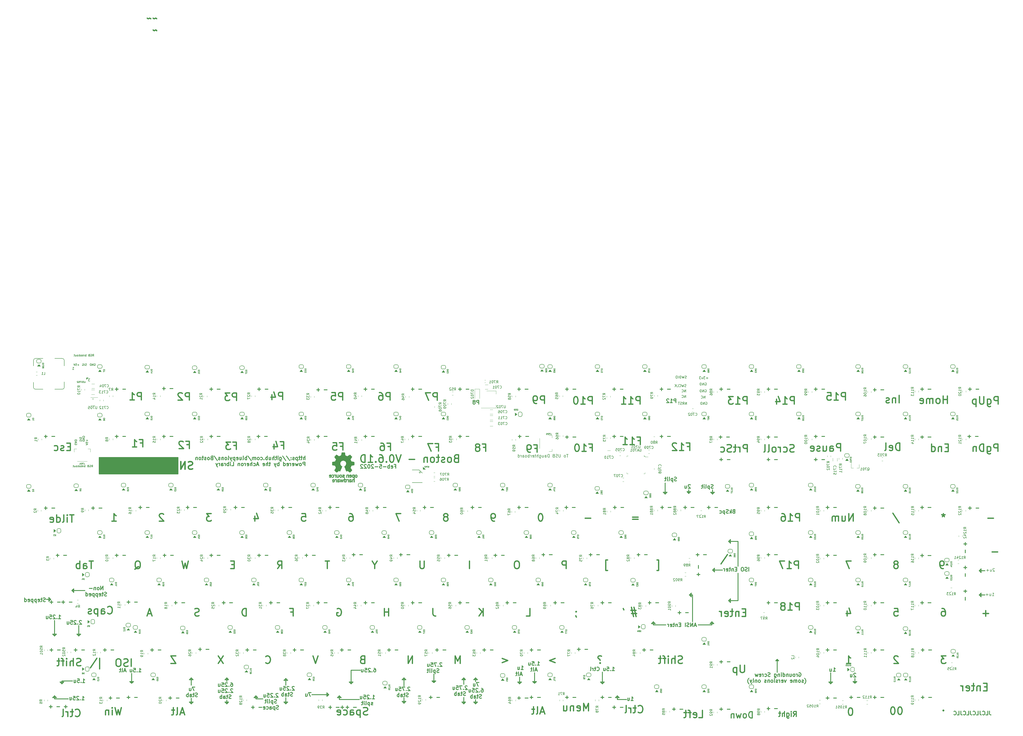
<source format=gbr>
G04 #@! TF.GenerationSoftware,KiCad,Pcbnew,(6.0.5)*
G04 #@! TF.CreationDate,2022-06-06T08:19:00-04:00*
G04 #@! TF.ProjectId,Boston-keyboard-V06-1D,426f7374-6f6e-42d6-9b65-79626f617264,rev?*
G04 #@! TF.SameCoordinates,Original*
G04 #@! TF.FileFunction,Legend,Bot*
G04 #@! TF.FilePolarity,Positive*
%FSLAX46Y46*%
G04 Gerber Fmt 4.6, Leading zero omitted, Abs format (unit mm)*
G04 Created by KiCad (PCBNEW (6.0.5)) date 2022-06-06 08:19:00*
%MOMM*%
%LPD*%
G01*
G04 APERTURE LIST*
%ADD10C,0.150000*%
%ADD11C,0.300000*%
%ADD12C,0.120000*%
%ADD13C,0.500000*%
%ADD14C,0.200000*%
%ADD15C,0.600000*%
%ADD16C,0.400000*%
%ADD17C,0.160000*%
%ADD18C,0.127000*%
%ADD19C,0.100000*%
%ADD20C,0.010000*%
%ADD21C,0.254000*%
G04 APERTURE END LIST*
D10*
X82493333Y-38317380D02*
X81874285Y-38317380D01*
X82207619Y-38698333D01*
X82064761Y-38698333D01*
X81969523Y-38745952D01*
X81921904Y-38793571D01*
X81874285Y-38888809D01*
X81874285Y-39126904D01*
X81921904Y-39222142D01*
X81969523Y-39269761D01*
X82064761Y-39317380D01*
X82350476Y-39317380D01*
X82445714Y-39269761D01*
X82493333Y-39222142D01*
X75484285Y-34637380D02*
X76055714Y-34637380D01*
X75770000Y-34637380D02*
X75770000Y-33637380D01*
X75865238Y-33780238D01*
X75960476Y-33875476D01*
X76055714Y-33923095D01*
D11*
X187500000Y-155675000D02*
X187500000Y-155425000D01*
X123250000Y-166675000D02*
X123250000Y-168925000D01*
X220000000Y-159675000D02*
X220750000Y-160425000D01*
X343000000Y-103675000D02*
X339250000Y-103675000D01*
X182750000Y-165675000D02*
X182000000Y-166425000D01*
X332500000Y-137225000D02*
X327000000Y-137225000D01*
X123250000Y-158425000D02*
X122500000Y-159175000D01*
X123250000Y-161425000D02*
X123250000Y-158425000D01*
X162000000Y-159425000D02*
X161250000Y-158675000D01*
X221500000Y-159675000D02*
X220000000Y-159675000D01*
X309000000Y-135925000D02*
X309000000Y-137175000D01*
X440750000Y-114675000D02*
X440750000Y-116175000D01*
X309000000Y-135925000D02*
X309750000Y-136675000D01*
X238250000Y-168175000D02*
X236750000Y-168175000D01*
X343000000Y-113675000D02*
X343000000Y-103675000D01*
X71250000Y-160925000D02*
X71250000Y-159925000D01*
X294500000Y-165675000D02*
X295250000Y-166425000D01*
X440750000Y-124425000D02*
X440750000Y-125925000D01*
X68250000Y-165675000D02*
X68250000Y-166925000D01*
X69000000Y-166425000D02*
X67500000Y-166425000D01*
X68250000Y-166925000D02*
X73750000Y-166925000D01*
X232000000Y-168175000D02*
X232750000Y-168925000D01*
X220750000Y-160425000D02*
X220750000Y-156925000D01*
X358800000Y-156225000D02*
X358800000Y-151025000D01*
X359400000Y-151625000D02*
X358800000Y-151025000D01*
X208750000Y-168675000D02*
X208750000Y-166525000D01*
X236750000Y-159175000D02*
X238250000Y-159175000D01*
X161250000Y-158675000D02*
X160500000Y-159425000D01*
X138250000Y-168175000D02*
X136750000Y-168175000D01*
X171750000Y-165175000D02*
X178500000Y-165175000D01*
X137500000Y-158425000D02*
X136750000Y-159175000D01*
X336750000Y-115175000D02*
X332750000Y-115175000D01*
X261250000Y-160675000D02*
X261250000Y-156425000D01*
X343000000Y-127425000D02*
X339250000Y-127425000D01*
X77250000Y-140925000D02*
X78000000Y-141675000D01*
X76000000Y-124175000D02*
X75250000Y-123425000D01*
X177750000Y-164425000D02*
X177750000Y-165925000D01*
X136750000Y-159175000D02*
X138250000Y-159175000D01*
X66750000Y-126925000D02*
X66000000Y-126175000D01*
X324750000Y-125175000D02*
X323500000Y-125175000D01*
X323250000Y-84425000D02*
X324000000Y-83675000D01*
X70500000Y-160175000D02*
X71250000Y-160925000D01*
X208750000Y-161725000D02*
X208750000Y-158425000D01*
X322500000Y-83675000D02*
X323250000Y-84425000D01*
X72000000Y-160175000D02*
X70500000Y-160175000D01*
X261250000Y-160675000D02*
X262000000Y-159925000D01*
X293750000Y-166425000D02*
X294500000Y-165675000D01*
X208750000Y-168675000D02*
X208000000Y-167925000D01*
X314500000Y-83925000D02*
X313000000Y-83925000D01*
X380250000Y-160925000D02*
X379500000Y-160175000D01*
X208000000Y-167925000D02*
X209500000Y-167925000D01*
X324250000Y-125925000D02*
X324250000Y-124425000D01*
X71250000Y-159925000D02*
X71250000Y-159675000D01*
X78000000Y-141675000D02*
X78750000Y-140925000D01*
X149250000Y-166925000D02*
X152000000Y-166925000D01*
X124000000Y-168175000D02*
X123250000Y-168925000D01*
X137500000Y-167425000D02*
X137500000Y-168925000D01*
X440000000Y-125175000D02*
X440750000Y-124425000D01*
X324750000Y-135925000D02*
X324750000Y-126175000D01*
X68250000Y-135425000D02*
X68250000Y-141675000D01*
X237500000Y-158425000D02*
X236750000Y-159175000D01*
X71250000Y-159675000D02*
X75500000Y-159675000D01*
X323500000Y-125175000D02*
X324250000Y-125925000D01*
X379500000Y-160175000D02*
X381000000Y-160175000D01*
X237500000Y-159925000D02*
X237500000Y-158425000D01*
X358200000Y-151625000D02*
X359400000Y-151625000D01*
X333500000Y-114425000D02*
X333500000Y-115925000D01*
X161250000Y-166425000D02*
X161250000Y-168925000D01*
X308250000Y-136675000D02*
X309000000Y-135925000D01*
X232750000Y-158425000D02*
X232750000Y-161025000D01*
X68250000Y-166925000D02*
X68250000Y-165675000D01*
X236750000Y-168175000D02*
X237500000Y-168925000D01*
X442250000Y-125175000D02*
X440000000Y-125175000D01*
X380250000Y-160925000D02*
X380250000Y-156425000D01*
X161250000Y-158675000D02*
X161250000Y-161425000D01*
X68250000Y-141675000D02*
X69000000Y-140925000D01*
X182750000Y-167175000D02*
X190750000Y-167175000D01*
X122500000Y-159175000D02*
X124000000Y-159175000D01*
X160500000Y-159425000D02*
X162000000Y-159425000D01*
X182000000Y-166425000D02*
X183500000Y-166425000D01*
X65000000Y-126925000D02*
X66750000Y-126925000D01*
X78750000Y-140925000D02*
X77250000Y-140925000D01*
X287750000Y-160175000D02*
X288500000Y-160925000D01*
X209500000Y-159175000D02*
X208750000Y-158425000D01*
X332750000Y-82925000D02*
X332750000Y-84675000D01*
X324250000Y-124425000D02*
X323500000Y-125175000D01*
X324750000Y-126175000D02*
X324750000Y-125175000D01*
X340000000Y-126675000D02*
X340000000Y-128175000D01*
X187500000Y-160925000D02*
X188250000Y-160175000D01*
X260500000Y-159925000D02*
X261250000Y-160675000D01*
X313750000Y-80175000D02*
X313750000Y-84675000D01*
X332500000Y-135925000D02*
X332500000Y-137225000D01*
X69000000Y-140925000D02*
X67500000Y-140925000D01*
X232750000Y-168925000D02*
X233500000Y-168175000D01*
X208750000Y-158425000D02*
X208000000Y-159175000D01*
X150000000Y-166425000D02*
X148500000Y-166425000D01*
X124000000Y-159175000D02*
X123250000Y-158425000D01*
X332000000Y-83925000D02*
X333500000Y-83925000D01*
X149250000Y-165675000D02*
X149250000Y-166925000D01*
X233500000Y-159175000D02*
X232000000Y-159175000D01*
X255250000Y-160925000D02*
X255250000Y-158175000D01*
X340000000Y-104425000D02*
X339250000Y-103675000D01*
X333500000Y-83925000D02*
X332750000Y-84675000D01*
X75250000Y-123425000D02*
X80500000Y-123425000D01*
X187500000Y-160925000D02*
X187500000Y-155675000D01*
X390000000Y-160675000D02*
X390750000Y-159925000D01*
X232000000Y-159175000D02*
X232750000Y-158425000D01*
X122500000Y-168175000D02*
X124000000Y-168175000D01*
X440000000Y-115425000D02*
X440500000Y-114925000D01*
X75250000Y-123425000D02*
X76000000Y-122675000D01*
X100000000Y-159925000D02*
X98500000Y-159925000D01*
X137500000Y-168925000D02*
X138250000Y-168175000D01*
X295250000Y-166425000D02*
X293750000Y-166425000D01*
X149250000Y-165675000D02*
X148500000Y-166425000D01*
X99250000Y-160675000D02*
X100000000Y-159925000D01*
X288500000Y-160925000D02*
X288500000Y-156175000D01*
X220750000Y-160425000D02*
X221500000Y-159675000D01*
X358800000Y-151025000D02*
X358200000Y-151625000D01*
X333500000Y-115925000D02*
X332750000Y-115175000D01*
X123250000Y-168925000D02*
X122500000Y-168175000D01*
X233500000Y-168175000D02*
X232000000Y-168175000D01*
X262000000Y-159925000D02*
X260500000Y-159925000D01*
X232750000Y-158425000D02*
X233500000Y-159175000D01*
X183500000Y-166425000D02*
X182750000Y-165675000D01*
X294500000Y-165675000D02*
X294500000Y-167175000D01*
X177750000Y-165925000D02*
X178500000Y-165175000D01*
X294500000Y-167175000D02*
X298250000Y-167175000D01*
X209500000Y-167925000D02*
X208750000Y-168675000D01*
X389250000Y-159925000D02*
X390000000Y-160675000D01*
X208000000Y-159175000D02*
X209500000Y-159175000D01*
X332500000Y-135925000D02*
X333250000Y-136675000D01*
X440750000Y-116175000D02*
X440000000Y-115425000D01*
X232750000Y-168925000D02*
X232750000Y-166325000D01*
X381000000Y-160175000D02*
X380250000Y-160925000D01*
X66000000Y-127675000D02*
X66750000Y-126925000D01*
X237500000Y-168925000D02*
X237500000Y-167225000D01*
X160500000Y-168175000D02*
X161250000Y-168925000D01*
X237500000Y-168925000D02*
X238250000Y-168175000D01*
X137500000Y-159925000D02*
X137500000Y-158425000D01*
X440750000Y-125925000D02*
X440000000Y-125175000D01*
X238250000Y-159175000D02*
X237500000Y-158425000D01*
X186750000Y-160175000D02*
X187500000Y-160925000D01*
X188250000Y-160175000D02*
X186750000Y-160175000D01*
X76000000Y-122675000D02*
X76000000Y-124175000D01*
X313750000Y-84675000D02*
X314500000Y-83925000D01*
X343000000Y-116425000D02*
X343000000Y-127425000D01*
X332750000Y-84675000D02*
X332000000Y-83925000D01*
X187500000Y-155425000D02*
X191250000Y-155425000D01*
X340000000Y-128175000D02*
X339250000Y-127425000D01*
X182750000Y-165675000D02*
X182750000Y-167175000D01*
X332750000Y-115175000D02*
X333500000Y-114425000D01*
X138250000Y-159175000D02*
X137500000Y-158425000D01*
X136750000Y-168175000D02*
X137500000Y-168925000D01*
X68250000Y-165675000D02*
X69000000Y-166425000D01*
X162000000Y-168175000D02*
X160500000Y-168175000D01*
X67500000Y-140925000D02*
X68250000Y-141675000D01*
X66000000Y-126175000D02*
X66000000Y-127675000D01*
X78000000Y-137425000D02*
X78000000Y-141675000D01*
X67500000Y-166425000D02*
X68250000Y-165675000D01*
X309750000Y-136675000D02*
X308250000Y-136675000D01*
X390000000Y-160675000D02*
X390000000Y-158675000D01*
X442250000Y-115425000D02*
X440000000Y-115425000D01*
X288500000Y-160925000D02*
X289250000Y-160175000D01*
X71250000Y-160925000D02*
X72000000Y-160175000D01*
X255250000Y-160925000D02*
X256000000Y-160175000D01*
X339250000Y-103675000D02*
X340000000Y-102925000D01*
X313000000Y-83925000D02*
X313750000Y-84675000D01*
X340000000Y-102925000D02*
X340000000Y-104425000D01*
X390750000Y-159925000D02*
X389250000Y-159925000D01*
X333250000Y-136675000D02*
X331750000Y-136675000D01*
X331750000Y-136675000D02*
X332500000Y-135925000D01*
X256000000Y-160175000D02*
X254500000Y-160175000D01*
X254500000Y-160175000D02*
X255250000Y-160925000D01*
X289250000Y-160175000D02*
X287750000Y-160175000D01*
X98500000Y-159925000D02*
X99250000Y-160675000D01*
X440500000Y-114925000D02*
X440750000Y-114675000D01*
X323250000Y-84425000D02*
X323250000Y-82925000D01*
X149250000Y-165675000D02*
X150000000Y-166425000D01*
D12*
X305100000Y-69255000D02*
X305560000Y-69695000D01*
D11*
X309000000Y-137175000D02*
X314000000Y-137175000D01*
D12*
X83955489Y-46500000D02*
G75*
G03*
X83955489Y-46500000I-230489J0D01*
G01*
D11*
X339250000Y-127425000D02*
X340000000Y-126675000D01*
X324000000Y-83675000D02*
X322500000Y-83675000D01*
X178500000Y-165175000D02*
X177750000Y-164425000D01*
X161250000Y-168925000D02*
X162000000Y-168175000D01*
X99250000Y-160675000D02*
X99250000Y-156675000D01*
X420571428Y-90032142D02*
X419428571Y-90032142D01*
X417571428Y-90032142D02*
X416428571Y-90032142D01*
X417000000Y-90603571D02*
X417000000Y-89460714D01*
X339821428Y-171032142D02*
X338678571Y-171032142D01*
X336821428Y-171032142D02*
X335678571Y-171032142D01*
X336250000Y-171603571D02*
X336250000Y-170460714D01*
X220571428Y-90032142D02*
X219428571Y-90032142D01*
X217571428Y-90032142D02*
X216428571Y-90032142D01*
X217000000Y-90603571D02*
X217000000Y-89460714D01*
X102107142Y-156103571D02*
X102964285Y-156103571D01*
X102535714Y-156103571D02*
X102535714Y-154603571D01*
X102678571Y-154817857D01*
X102821428Y-154960714D01*
X102964285Y-155032142D01*
X101464285Y-155960714D02*
X101392857Y-156032142D01*
X101464285Y-156103571D01*
X101535714Y-156032142D01*
X101464285Y-155960714D01*
X101464285Y-156103571D01*
X100035714Y-154603571D02*
X100750000Y-154603571D01*
X100821428Y-155317857D01*
X100750000Y-155246428D01*
X100607142Y-155175000D01*
X100250000Y-155175000D01*
X100107142Y-155246428D01*
X100035714Y-155317857D01*
X99964285Y-155460714D01*
X99964285Y-155817857D01*
X100035714Y-155960714D01*
X100107142Y-156032142D01*
X100250000Y-156103571D01*
X100607142Y-156103571D01*
X100750000Y-156032142D01*
X100821428Y-155960714D01*
X98678571Y-155103571D02*
X98678571Y-156103571D01*
X99321428Y-155103571D02*
X99321428Y-155889285D01*
X99250000Y-156032142D01*
X99107142Y-156103571D01*
X98892857Y-156103571D01*
X98750000Y-156032142D01*
X98678571Y-155960714D01*
X96892857Y-155675000D02*
X96178571Y-155675000D01*
X97035714Y-156103571D02*
X96535714Y-154603571D01*
X96035714Y-156103571D01*
X95321428Y-156103571D02*
X95464285Y-156032142D01*
X95535714Y-155889285D01*
X95535714Y-154603571D01*
X94964285Y-155103571D02*
X94392857Y-155103571D01*
X94750000Y-154603571D02*
X94750000Y-155889285D01*
X94678571Y-156032142D01*
X94535714Y-156103571D01*
X94392857Y-156103571D01*
X318071428Y-47928571D02*
X318071428Y-46428571D01*
X317500000Y-46428571D01*
X317357142Y-46500000D01*
X317285714Y-46571428D01*
X317214285Y-46714285D01*
X317214285Y-46928571D01*
X317285714Y-47071428D01*
X317357142Y-47142857D01*
X317500000Y-47214285D01*
X318071428Y-47214285D01*
X315785714Y-47928571D02*
X316642857Y-47928571D01*
X316214285Y-47928571D02*
X316214285Y-46428571D01*
X316357142Y-46642857D01*
X316500000Y-46785714D01*
X316642857Y-46857142D01*
X315214285Y-46571428D02*
X315142857Y-46500000D01*
X315000000Y-46428571D01*
X314642857Y-46428571D01*
X314500000Y-46500000D01*
X314428571Y-46571428D01*
X314357142Y-46714285D01*
X314357142Y-46857142D01*
X314428571Y-47071428D01*
X315285714Y-47928571D01*
X314357142Y-47928571D01*
X79571428Y-160353571D02*
X80428571Y-160353571D01*
X80000000Y-160353571D02*
X80000000Y-158853571D01*
X80142857Y-159067857D01*
X80285714Y-159210714D01*
X80428571Y-159282142D01*
X78928571Y-160210714D02*
X78857142Y-160282142D01*
X78928571Y-160353571D01*
X79000000Y-160282142D01*
X78928571Y-160210714D01*
X78928571Y-160353571D01*
X77500000Y-158853571D02*
X78214285Y-158853571D01*
X78285714Y-159567857D01*
X78214285Y-159496428D01*
X78071428Y-159425000D01*
X77714285Y-159425000D01*
X77571428Y-159496428D01*
X77500000Y-159567857D01*
X77428571Y-159710714D01*
X77428571Y-160067857D01*
X77500000Y-160210714D01*
X77571428Y-160282142D01*
X77714285Y-160353571D01*
X78071428Y-160353571D01*
X78214285Y-160282142D01*
X78285714Y-160210714D01*
X76142857Y-159353571D02*
X76142857Y-160353571D01*
X76785714Y-159353571D02*
X76785714Y-160139285D01*
X76714285Y-160282142D01*
X76571428Y-160353571D01*
X76357142Y-160353571D01*
X76214285Y-160282142D01*
X76142857Y-160210714D01*
D13*
X131293750Y-92500892D02*
X129436607Y-92500892D01*
X130436607Y-93643750D01*
X130008035Y-93643750D01*
X129722321Y-93786607D01*
X129579464Y-93929464D01*
X129436607Y-94215178D01*
X129436607Y-94929464D01*
X129579464Y-95215178D01*
X129722321Y-95358035D01*
X130008035Y-95500892D01*
X130865178Y-95500892D01*
X131150892Y-95358035D01*
X131293750Y-95215178D01*
D11*
X96821428Y-61532142D02*
X95678571Y-61532142D01*
X93821428Y-61532142D02*
X92678571Y-61532142D01*
X93250000Y-62103571D02*
X93250000Y-60960714D01*
X377821428Y-61532142D02*
X376678571Y-61532142D01*
X374821428Y-61532142D02*
X373678571Y-61532142D01*
X374250000Y-62103571D02*
X374250000Y-60960714D01*
X239821428Y-90032142D02*
X238678571Y-90032142D01*
X236821428Y-90032142D02*
X235678571Y-90032142D01*
X236250000Y-90603571D02*
X236250000Y-89460714D01*
D14*
X330011904Y-47750000D02*
X330107142Y-47702380D01*
X330250000Y-47702380D01*
X330392857Y-47750000D01*
X330488095Y-47845238D01*
X330535714Y-47940476D01*
X330583333Y-48130952D01*
X330583333Y-48273809D01*
X330535714Y-48464285D01*
X330488095Y-48559523D01*
X330392857Y-48654761D01*
X330250000Y-48702380D01*
X330154761Y-48702380D01*
X330011904Y-48654761D01*
X329964285Y-48607142D01*
X329964285Y-48273809D01*
X330154761Y-48273809D01*
X329535714Y-48702380D02*
X329535714Y-47702380D01*
X328964285Y-48702380D01*
X328964285Y-47702380D01*
X328488095Y-48702380D02*
X328488095Y-47702380D01*
X328250000Y-47702380D01*
X328107142Y-47750000D01*
X328011904Y-47845238D01*
X327964285Y-47940476D01*
X327916666Y-48130952D01*
X327916666Y-48273809D01*
X327964285Y-48464285D01*
X328011904Y-48559523D01*
X328107142Y-48654761D01*
X328250000Y-48702380D01*
X328488095Y-48702380D01*
D13*
X231306250Y-152650892D02*
X231306250Y-149650892D01*
X230306250Y-151793750D01*
X229306250Y-149650892D01*
X229306250Y-152650892D01*
D11*
X253821428Y-128282142D02*
X252678571Y-128282142D01*
X250821428Y-128282142D02*
X249678571Y-128282142D01*
X250250000Y-128853571D02*
X250250000Y-127710714D01*
X189571428Y-170282142D02*
X188428571Y-170282142D01*
X186571428Y-170282142D02*
X185428571Y-170282142D01*
X186000000Y-170853571D02*
X186000000Y-169710714D01*
D13*
X386611607Y-152650892D02*
X388325892Y-152650892D01*
X387468750Y-152650892D02*
X387468750Y-149650892D01*
X387754464Y-150079464D01*
X388040178Y-150365178D01*
X388325892Y-150508035D01*
D11*
X258571428Y-166532142D02*
X257428571Y-166532142D01*
X255571428Y-166532142D02*
X254428571Y-166532142D01*
X255000000Y-167103571D02*
X255000000Y-165960714D01*
X434392857Y-127246428D02*
X434392857Y-126103571D01*
X434392857Y-124246428D02*
X434392857Y-123103571D01*
X433821428Y-123675000D02*
X434964285Y-123675000D01*
X292071428Y-128282142D02*
X290928571Y-128282142D01*
X289071428Y-128282142D02*
X287928571Y-128282142D01*
X288500000Y-128853571D02*
X288500000Y-127710714D01*
D14*
X322035714Y-45952380D02*
X322035714Y-44952380D01*
X321464285Y-45952380D01*
X321464285Y-44952380D01*
X320416666Y-45857142D02*
X320464285Y-45904761D01*
X320607142Y-45952380D01*
X320702380Y-45952380D01*
X320845238Y-45904761D01*
X320940476Y-45809523D01*
X320988095Y-45714285D01*
X321035714Y-45523809D01*
X321035714Y-45380952D01*
X320988095Y-45190476D01*
X320940476Y-45095238D01*
X320845238Y-45000000D01*
X320702380Y-44952380D01*
X320607142Y-44952380D01*
X320464285Y-45000000D01*
X320416666Y-45047619D01*
D13*
X222089285Y-46982142D02*
X222089285Y-43982142D01*
X220946428Y-43982142D01*
X220660714Y-44125000D01*
X220517857Y-44267857D01*
X220375000Y-44553571D01*
X220375000Y-44982142D01*
X220517857Y-45267857D01*
X220660714Y-45410714D01*
X220946428Y-45553571D01*
X222089285Y-45553571D01*
X219375000Y-43982142D02*
X217375000Y-43982142D01*
X218660714Y-46982142D01*
D11*
X225571428Y-147282142D02*
X224428571Y-147282142D01*
X222571428Y-147282142D02*
X221428571Y-147282142D01*
X222000000Y-147853571D02*
X222000000Y-146710714D01*
D13*
X76110000Y-92977142D02*
X74395714Y-92977142D01*
X75252857Y-95977142D02*
X75252857Y-92977142D01*
X73395714Y-95977142D02*
X73395714Y-93977142D01*
X73395714Y-92977142D02*
X73538571Y-93120000D01*
X73395714Y-93262857D01*
X73252857Y-93120000D01*
X73395714Y-92977142D01*
X73395714Y-93262857D01*
X71538571Y-95977142D02*
X71824285Y-95834285D01*
X71967142Y-95548571D01*
X71967142Y-92977142D01*
X69110000Y-95977142D02*
X69110000Y-92977142D01*
X69110000Y-95834285D02*
X69395714Y-95977142D01*
X69967142Y-95977142D01*
X70252857Y-95834285D01*
X70395714Y-95691428D01*
X70538571Y-95405714D01*
X70538571Y-94548571D01*
X70395714Y-94262857D01*
X70252857Y-94120000D01*
X69967142Y-93977142D01*
X69395714Y-93977142D01*
X69110000Y-94120000D01*
X66538571Y-95834285D02*
X66824285Y-95977142D01*
X67395714Y-95977142D01*
X67681428Y-95834285D01*
X67824285Y-95548571D01*
X67824285Y-94405714D01*
X67681428Y-94120000D01*
X67395714Y-93977142D01*
X66824285Y-93977142D01*
X66538571Y-94120000D01*
X66395714Y-94405714D01*
X66395714Y-94691428D01*
X67824285Y-94977142D01*
X302886607Y-93929464D02*
X300600892Y-93929464D01*
X300600892Y-94786607D02*
X302886607Y-94786607D01*
D11*
X315821428Y-42532142D02*
X314678571Y-42532142D01*
X312821428Y-42532142D02*
X311678571Y-42532142D01*
X312250000Y-43103571D02*
X312250000Y-41960714D01*
D13*
X302768571Y-63190714D02*
X303768571Y-63190714D01*
X303768571Y-64762142D02*
X303768571Y-61762142D01*
X302340000Y-61762142D01*
X299625714Y-64762142D02*
X301340000Y-64762142D01*
X300482857Y-64762142D02*
X300482857Y-61762142D01*
X300768571Y-62190714D01*
X301054285Y-62476428D01*
X301340000Y-62619285D01*
X296768571Y-64762142D02*
X298482857Y-64762142D01*
X297625714Y-64762142D02*
X297625714Y-61762142D01*
X297911428Y-62190714D01*
X298197142Y-62476428D01*
X298482857Y-62619285D01*
X159390000Y-65040714D02*
X160390000Y-65040714D01*
X160390000Y-66612142D02*
X160390000Y-63612142D01*
X158961428Y-63612142D01*
X156532857Y-64612142D02*
X156532857Y-66612142D01*
X157247142Y-63469285D02*
X157961428Y-65612142D01*
X156104285Y-65612142D01*
X106985714Y106185714D02*
X106842857Y106328571D01*
X106557142Y106471428D01*
X105985714Y106185714D01*
X105700000Y106328571D01*
X105557142Y106471428D01*
X207493750Y-92500892D02*
X205493750Y-92500892D01*
X206779464Y-95500892D01*
D11*
X358821428Y-128282142D02*
X357678571Y-128282142D01*
X355821428Y-128282142D02*
X354678571Y-128282142D01*
X355250000Y-128853571D02*
X355250000Y-127710714D01*
X153821428Y-61532142D02*
X152678571Y-61532142D01*
X150821428Y-61532142D02*
X149678571Y-61532142D01*
X150250000Y-62103571D02*
X150250000Y-60960714D01*
X439571428Y-61532142D02*
X438428571Y-61532142D01*
X436571428Y-61532142D02*
X435428571Y-61532142D01*
X436000000Y-62103571D02*
X436000000Y-60960714D01*
X258821428Y-61532142D02*
X257678571Y-61532142D01*
X255821428Y-61532142D02*
X254678571Y-61532142D01*
X255250000Y-62103571D02*
X255250000Y-60960714D01*
X96821428Y-42532142D02*
X95678571Y-42532142D01*
X93821428Y-42532142D02*
X92678571Y-42532142D01*
X93250000Y-43103571D02*
X93250000Y-41960714D01*
D13*
X365575000Y-67639285D02*
X365146428Y-67782142D01*
X364432142Y-67782142D01*
X364146428Y-67639285D01*
X364003571Y-67496428D01*
X363860714Y-67210714D01*
X363860714Y-66925000D01*
X364003571Y-66639285D01*
X364146428Y-66496428D01*
X364432142Y-66353571D01*
X365003571Y-66210714D01*
X365289285Y-66067857D01*
X365432142Y-65925000D01*
X365575000Y-65639285D01*
X365575000Y-65353571D01*
X365432142Y-65067857D01*
X365289285Y-64925000D01*
X365003571Y-64782142D01*
X364289285Y-64782142D01*
X363860714Y-64925000D01*
X361289285Y-67639285D02*
X361575000Y-67782142D01*
X362146428Y-67782142D01*
X362432142Y-67639285D01*
X362575000Y-67496428D01*
X362717857Y-67210714D01*
X362717857Y-66353571D01*
X362575000Y-66067857D01*
X362432142Y-65925000D01*
X362146428Y-65782142D01*
X361575000Y-65782142D01*
X361289285Y-65925000D01*
X360003571Y-67782142D02*
X360003571Y-65782142D01*
X360003571Y-66353571D02*
X359860714Y-66067857D01*
X359717857Y-65925000D01*
X359432142Y-65782142D01*
X359146428Y-65782142D01*
X357717857Y-67782142D02*
X358003571Y-67639285D01*
X358146428Y-67496428D01*
X358289285Y-67210714D01*
X358289285Y-66353571D01*
X358146428Y-66067857D01*
X358003571Y-65925000D01*
X357717857Y-65782142D01*
X357289285Y-65782142D01*
X357003571Y-65925000D01*
X356860714Y-66067857D01*
X356717857Y-66353571D01*
X356717857Y-67210714D01*
X356860714Y-67496428D01*
X357003571Y-67639285D01*
X357289285Y-67782142D01*
X357717857Y-67782142D01*
X355003571Y-67782142D02*
X355289285Y-67639285D01*
X355432142Y-67353571D01*
X355432142Y-64782142D01*
X353432142Y-67782142D02*
X353717857Y-67639285D01*
X353860714Y-67353571D01*
X353860714Y-64782142D01*
D11*
X79285714Y-167353571D02*
X80142857Y-167353571D01*
X79714285Y-167353571D02*
X79714285Y-165853571D01*
X79857142Y-166067857D01*
X80000000Y-166210714D01*
X80142857Y-166282142D01*
X78642857Y-167210714D02*
X78571428Y-167282142D01*
X78642857Y-167353571D01*
X78714285Y-167282142D01*
X78642857Y-167210714D01*
X78642857Y-167353571D01*
X78000000Y-165996428D02*
X77928571Y-165925000D01*
X77785714Y-165853571D01*
X77428571Y-165853571D01*
X77285714Y-165925000D01*
X77214285Y-165996428D01*
X77142857Y-166139285D01*
X77142857Y-166282142D01*
X77214285Y-166496428D01*
X78071428Y-167353571D01*
X77142857Y-167353571D01*
X75785714Y-165853571D02*
X76500000Y-165853571D01*
X76571428Y-166567857D01*
X76500000Y-166496428D01*
X76357142Y-166425000D01*
X76000000Y-166425000D01*
X75857142Y-166496428D01*
X75785714Y-166567857D01*
X75714285Y-166710714D01*
X75714285Y-167067857D01*
X75785714Y-167210714D01*
X75857142Y-167282142D01*
X76000000Y-167353571D01*
X76357142Y-167353571D01*
X76500000Y-167282142D01*
X76571428Y-167210714D01*
X74428571Y-166353571D02*
X74428571Y-167353571D01*
X75071428Y-166353571D02*
X75071428Y-167139285D01*
X75000000Y-167282142D01*
X74857142Y-167353571D01*
X74642857Y-167353571D01*
X74500000Y-167282142D01*
X74428571Y-167210714D01*
D13*
X109366964Y106185714D02*
X109224107Y106328571D01*
X108938392Y106471428D01*
X108366964Y106185714D01*
X108081250Y106328571D01*
X107938392Y106471428D01*
X389301785Y-95500892D02*
X389301785Y-92500892D01*
X387587500Y-95500892D01*
X387587500Y-92500892D01*
X384873214Y-93500892D02*
X384873214Y-95500892D01*
X386158928Y-93500892D02*
X386158928Y-95072321D01*
X386016071Y-95358035D01*
X385730357Y-95500892D01*
X385301785Y-95500892D01*
X385016071Y-95358035D01*
X384873214Y-95215178D01*
X383444642Y-95500892D02*
X383444642Y-93500892D01*
X383444642Y-93786607D02*
X383301785Y-93643750D01*
X383016071Y-93500892D01*
X382587500Y-93500892D01*
X382301785Y-93643750D01*
X382158928Y-93929464D01*
X382158928Y-95500892D01*
X382158928Y-93929464D02*
X382016071Y-93643750D01*
X381730357Y-93500892D01*
X381301785Y-93500892D01*
X381016071Y-93643750D01*
X380873214Y-93929464D01*
X380873214Y-95500892D01*
D11*
X158142857Y-164831428D02*
X158071428Y-164760000D01*
X157928571Y-164688571D01*
X157571428Y-164688571D01*
X157428571Y-164760000D01*
X157357142Y-164831428D01*
X157285714Y-164974285D01*
X157285714Y-165117142D01*
X157357142Y-165331428D01*
X158214285Y-166188571D01*
X157285714Y-166188571D01*
X156642857Y-166045714D02*
X156571428Y-166117142D01*
X156642857Y-166188571D01*
X156714285Y-166117142D01*
X156642857Y-166045714D01*
X156642857Y-166188571D01*
X156000000Y-164831428D02*
X155928571Y-164760000D01*
X155785714Y-164688571D01*
X155428571Y-164688571D01*
X155285714Y-164760000D01*
X155214285Y-164831428D01*
X155142857Y-164974285D01*
X155142857Y-165117142D01*
X155214285Y-165331428D01*
X156071428Y-166188571D01*
X155142857Y-166188571D01*
X153785714Y-164688571D02*
X154500000Y-164688571D01*
X154571428Y-165402857D01*
X154500000Y-165331428D01*
X154357142Y-165260000D01*
X154000000Y-165260000D01*
X153857142Y-165331428D01*
X153785714Y-165402857D01*
X153714285Y-165545714D01*
X153714285Y-165902857D01*
X153785714Y-166045714D01*
X153857142Y-166117142D01*
X154000000Y-166188571D01*
X154357142Y-166188571D01*
X154500000Y-166117142D01*
X154571428Y-166045714D01*
X152428571Y-165188571D02*
X152428571Y-166188571D01*
X153071428Y-165188571D02*
X153071428Y-165974285D01*
X153000000Y-166117142D01*
X152857142Y-166188571D01*
X152642857Y-166188571D01*
X152500000Y-166117142D01*
X152428571Y-166045714D01*
X157535714Y-168532142D02*
X157321428Y-168603571D01*
X156964285Y-168603571D01*
X156821428Y-168532142D01*
X156750000Y-168460714D01*
X156678571Y-168317857D01*
X156678571Y-168175000D01*
X156750000Y-168032142D01*
X156821428Y-167960714D01*
X156964285Y-167889285D01*
X157250000Y-167817857D01*
X157392857Y-167746428D01*
X157464285Y-167675000D01*
X157535714Y-167532142D01*
X157535714Y-167389285D01*
X157464285Y-167246428D01*
X157392857Y-167175000D01*
X157250000Y-167103571D01*
X156892857Y-167103571D01*
X156678571Y-167175000D01*
X156035714Y-167603571D02*
X156035714Y-169103571D01*
X156035714Y-167675000D02*
X155892857Y-167603571D01*
X155607142Y-167603571D01*
X155464285Y-167675000D01*
X155392857Y-167746428D01*
X155321428Y-167889285D01*
X155321428Y-168317857D01*
X155392857Y-168460714D01*
X155464285Y-168532142D01*
X155607142Y-168603571D01*
X155892857Y-168603571D01*
X156035714Y-168532142D01*
X154464285Y-168603571D02*
X154607142Y-168532142D01*
X154678571Y-168389285D01*
X154678571Y-167103571D01*
X153892857Y-168603571D02*
X153892857Y-167603571D01*
X153892857Y-167103571D02*
X153964285Y-167175000D01*
X153892857Y-167246428D01*
X153821428Y-167175000D01*
X153892857Y-167103571D01*
X153892857Y-167246428D01*
X153392857Y-167603571D02*
X152821428Y-167603571D01*
X153178571Y-167103571D02*
X153178571Y-168389285D01*
X153107142Y-168532142D01*
X152964285Y-168603571D01*
X152821428Y-168603571D01*
X158321428Y-170947142D02*
X158107142Y-171018571D01*
X157750000Y-171018571D01*
X157607142Y-170947142D01*
X157535714Y-170875714D01*
X157464285Y-170732857D01*
X157464285Y-170590000D01*
X157535714Y-170447142D01*
X157607142Y-170375714D01*
X157750000Y-170304285D01*
X158035714Y-170232857D01*
X158178571Y-170161428D01*
X158250000Y-170090000D01*
X158321428Y-169947142D01*
X158321428Y-169804285D01*
X158250000Y-169661428D01*
X158178571Y-169590000D01*
X158035714Y-169518571D01*
X157678571Y-169518571D01*
X157464285Y-169590000D01*
X156821428Y-170018571D02*
X156821428Y-171518571D01*
X156821428Y-170090000D02*
X156678571Y-170018571D01*
X156392857Y-170018571D01*
X156250000Y-170090000D01*
X156178571Y-170161428D01*
X156107142Y-170304285D01*
X156107142Y-170732857D01*
X156178571Y-170875714D01*
X156250000Y-170947142D01*
X156392857Y-171018571D01*
X156678571Y-171018571D01*
X156821428Y-170947142D01*
X154821428Y-171018571D02*
X154821428Y-170232857D01*
X154892857Y-170090000D01*
X155035714Y-170018571D01*
X155321428Y-170018571D01*
X155464285Y-170090000D01*
X154821428Y-170947142D02*
X154964285Y-171018571D01*
X155321428Y-171018571D01*
X155464285Y-170947142D01*
X155535714Y-170804285D01*
X155535714Y-170661428D01*
X155464285Y-170518571D01*
X155321428Y-170447142D01*
X154964285Y-170447142D01*
X154821428Y-170375714D01*
X153464285Y-170947142D02*
X153607142Y-171018571D01*
X153892857Y-171018571D01*
X154035714Y-170947142D01*
X154107142Y-170875714D01*
X154178571Y-170732857D01*
X154178571Y-170304285D01*
X154107142Y-170161428D01*
X154035714Y-170090000D01*
X153892857Y-170018571D01*
X153607142Y-170018571D01*
X153464285Y-170090000D01*
X152250000Y-170947142D02*
X152392857Y-171018571D01*
X152678571Y-171018571D01*
X152821428Y-170947142D01*
X152892857Y-170804285D01*
X152892857Y-170232857D01*
X152821428Y-170090000D01*
X152678571Y-170018571D01*
X152392857Y-170018571D01*
X152250000Y-170090000D01*
X152178571Y-170232857D01*
X152178571Y-170375714D01*
X152892857Y-170518571D01*
D13*
X153177678Y-152365178D02*
X153320535Y-152508035D01*
X153749107Y-152650892D01*
X154034821Y-152650892D01*
X154463392Y-152508035D01*
X154749107Y-152222321D01*
X154891964Y-151936607D01*
X155034821Y-151365178D01*
X155034821Y-150936607D01*
X154891964Y-150365178D01*
X154749107Y-150079464D01*
X154463392Y-149793750D01*
X154034821Y-149650892D01*
X153749107Y-149650892D01*
X153320535Y-149793750D01*
X153177678Y-149936607D01*
D11*
X196821428Y-42532142D02*
X195678571Y-42532142D01*
X193821428Y-42532142D02*
X192678571Y-42532142D01*
X193250000Y-43103571D02*
X193250000Y-41960714D01*
X401571428Y-109032142D02*
X400428571Y-109032142D01*
X398571428Y-109032142D02*
X397428571Y-109032142D01*
X398000000Y-109603571D02*
X398000000Y-108460714D01*
X134821428Y-61532142D02*
X133678571Y-61532142D01*
X131821428Y-61532142D02*
X130678571Y-61532142D01*
X131250000Y-62103571D02*
X131250000Y-60960714D01*
D13*
X405233035Y-92358035D02*
X407804464Y-96215178D01*
D14*
X274742857Y-68667857D02*
X274057142Y-68667857D01*
X274400000Y-69867857D02*
X274400000Y-68667857D01*
X273485714Y-69867857D02*
X273600000Y-69810714D01*
X273657142Y-69753571D01*
X273714285Y-69639285D01*
X273714285Y-69296428D01*
X273657142Y-69182142D01*
X273600000Y-69125000D01*
X273485714Y-69067857D01*
X273314285Y-69067857D01*
X273200000Y-69125000D01*
X273142857Y-69182142D01*
X273085714Y-69296428D01*
X273085714Y-69639285D01*
X273142857Y-69753571D01*
X273200000Y-69810714D01*
X273314285Y-69867857D01*
X273485714Y-69867857D01*
X271657142Y-68667857D02*
X271657142Y-69639285D01*
X271600000Y-69753571D01*
X271542857Y-69810714D01*
X271428571Y-69867857D01*
X271200000Y-69867857D01*
X271085714Y-69810714D01*
X271028571Y-69753571D01*
X270971428Y-69639285D01*
X270971428Y-68667857D01*
X270457142Y-69810714D02*
X270285714Y-69867857D01*
X270000000Y-69867857D01*
X269885714Y-69810714D01*
X269828571Y-69753571D01*
X269771428Y-69639285D01*
X269771428Y-69525000D01*
X269828571Y-69410714D01*
X269885714Y-69353571D01*
X270000000Y-69296428D01*
X270228571Y-69239285D01*
X270342857Y-69182142D01*
X270400000Y-69125000D01*
X270457142Y-69010714D01*
X270457142Y-68896428D01*
X270400000Y-68782142D01*
X270342857Y-68725000D01*
X270228571Y-68667857D01*
X269942857Y-68667857D01*
X269771428Y-68725000D01*
X268857142Y-69239285D02*
X268685714Y-69296428D01*
X268628571Y-69353571D01*
X268571428Y-69467857D01*
X268571428Y-69639285D01*
X268628571Y-69753571D01*
X268685714Y-69810714D01*
X268800000Y-69867857D01*
X269257142Y-69867857D01*
X269257142Y-68667857D01*
X268857142Y-68667857D01*
X268742857Y-68725000D01*
X268685714Y-68782142D01*
X268628571Y-68896428D01*
X268628571Y-69010714D01*
X268685714Y-69125000D01*
X268742857Y-69182142D01*
X268857142Y-69239285D01*
X269257142Y-69239285D01*
X267142857Y-69867857D02*
X267142857Y-68667857D01*
X266857142Y-68667857D01*
X266685714Y-68725000D01*
X266571428Y-68839285D01*
X266514285Y-68953571D01*
X266457142Y-69182142D01*
X266457142Y-69353571D01*
X266514285Y-69582142D01*
X266571428Y-69696428D01*
X266685714Y-69810714D01*
X266857142Y-69867857D01*
X267142857Y-69867857D01*
X265428571Y-69867857D02*
X265428571Y-69239285D01*
X265485714Y-69125000D01*
X265600000Y-69067857D01*
X265828571Y-69067857D01*
X265942857Y-69125000D01*
X265428571Y-69810714D02*
X265542857Y-69867857D01*
X265828571Y-69867857D01*
X265942857Y-69810714D01*
X266000000Y-69696428D01*
X266000000Y-69582142D01*
X265942857Y-69467857D01*
X265828571Y-69410714D01*
X265542857Y-69410714D01*
X265428571Y-69353571D01*
X264342857Y-69067857D02*
X264342857Y-69867857D01*
X264857142Y-69067857D02*
X264857142Y-69696428D01*
X264800000Y-69810714D01*
X264685714Y-69867857D01*
X264514285Y-69867857D01*
X264400000Y-69810714D01*
X264342857Y-69753571D01*
X263257142Y-69067857D02*
X263257142Y-70039285D01*
X263314285Y-70153571D01*
X263371428Y-70210714D01*
X263485714Y-70267857D01*
X263657142Y-70267857D01*
X263771428Y-70210714D01*
X263257142Y-69810714D02*
X263371428Y-69867857D01*
X263600000Y-69867857D01*
X263714285Y-69810714D01*
X263771428Y-69753571D01*
X263828571Y-69639285D01*
X263828571Y-69296428D01*
X263771428Y-69182142D01*
X263714285Y-69125000D01*
X263600000Y-69067857D01*
X263371428Y-69067857D01*
X263257142Y-69125000D01*
X262685714Y-69867857D02*
X262685714Y-68667857D01*
X262171428Y-69867857D02*
X262171428Y-69239285D01*
X262228571Y-69125000D01*
X262342857Y-69067857D01*
X262514285Y-69067857D01*
X262628571Y-69125000D01*
X262685714Y-69182142D01*
X261771428Y-69067857D02*
X261314285Y-69067857D01*
X261600000Y-68667857D02*
X261600000Y-69696428D01*
X261542857Y-69810714D01*
X261428571Y-69867857D01*
X261314285Y-69867857D01*
X260457142Y-69810714D02*
X260571428Y-69867857D01*
X260800000Y-69867857D01*
X260914285Y-69810714D01*
X260971428Y-69696428D01*
X260971428Y-69239285D01*
X260914285Y-69125000D01*
X260800000Y-69067857D01*
X260571428Y-69067857D01*
X260457142Y-69125000D01*
X260400000Y-69239285D01*
X260400000Y-69353571D01*
X260971428Y-69467857D01*
X259885714Y-69867857D02*
X259885714Y-69067857D01*
X259885714Y-69296428D02*
X259828571Y-69182142D01*
X259771428Y-69125000D01*
X259657142Y-69067857D01*
X259542857Y-69067857D01*
X259142857Y-69867857D02*
X259142857Y-68667857D01*
X259142857Y-69125000D02*
X259028571Y-69067857D01*
X258800000Y-69067857D01*
X258685714Y-69125000D01*
X258628571Y-69182142D01*
X258571428Y-69296428D01*
X258571428Y-69639285D01*
X258628571Y-69753571D01*
X258685714Y-69810714D01*
X258800000Y-69867857D01*
X259028571Y-69867857D01*
X259142857Y-69810714D01*
X257885714Y-69867857D02*
X258000000Y-69810714D01*
X258057142Y-69753571D01*
X258114285Y-69639285D01*
X258114285Y-69296428D01*
X258057142Y-69182142D01*
X258000000Y-69125000D01*
X257885714Y-69067857D01*
X257714285Y-69067857D01*
X257600000Y-69125000D01*
X257542857Y-69182142D01*
X257485714Y-69296428D01*
X257485714Y-69639285D01*
X257542857Y-69753571D01*
X257600000Y-69810714D01*
X257714285Y-69867857D01*
X257885714Y-69867857D01*
X256457142Y-69867857D02*
X256457142Y-69239285D01*
X256514285Y-69125000D01*
X256628571Y-69067857D01*
X256857142Y-69067857D01*
X256971428Y-69125000D01*
X256457142Y-69810714D02*
X256571428Y-69867857D01*
X256857142Y-69867857D01*
X256971428Y-69810714D01*
X257028571Y-69696428D01*
X257028571Y-69582142D01*
X256971428Y-69467857D01*
X256857142Y-69410714D01*
X256571428Y-69410714D01*
X256457142Y-69353571D01*
X255885714Y-69867857D02*
X255885714Y-69067857D01*
X255885714Y-69296428D02*
X255828571Y-69182142D01*
X255771428Y-69125000D01*
X255657142Y-69067857D01*
X255542857Y-69067857D01*
X254628571Y-69867857D02*
X254628571Y-68667857D01*
X254628571Y-69810714D02*
X254742857Y-69867857D01*
X254971428Y-69867857D01*
X255085714Y-69810714D01*
X255142857Y-69753571D01*
X255200000Y-69639285D01*
X255200000Y-69296428D01*
X255142857Y-69182142D01*
X255085714Y-69125000D01*
X254971428Y-69067857D01*
X254742857Y-69067857D01*
X254628571Y-69125000D01*
D11*
X296821428Y-42532142D02*
X295678571Y-42532142D01*
X293821428Y-42532142D02*
X292678571Y-42532142D01*
X293250000Y-43103571D02*
X293250000Y-41960714D01*
X196678571Y-154603571D02*
X196964285Y-154603571D01*
X197107142Y-154675000D01*
X197178571Y-154746428D01*
X197321428Y-154960714D01*
X197392857Y-155246428D01*
X197392857Y-155817857D01*
X197321428Y-155960714D01*
X197250000Y-156032142D01*
X197107142Y-156103571D01*
X196821428Y-156103571D01*
X196678571Y-156032142D01*
X196607142Y-155960714D01*
X196535714Y-155817857D01*
X196535714Y-155460714D01*
X196607142Y-155317857D01*
X196678571Y-155246428D01*
X196821428Y-155175000D01*
X197107142Y-155175000D01*
X197250000Y-155246428D01*
X197321428Y-155317857D01*
X197392857Y-155460714D01*
X195892857Y-155960714D02*
X195821428Y-156032142D01*
X195892857Y-156103571D01*
X195964285Y-156032142D01*
X195892857Y-155960714D01*
X195892857Y-156103571D01*
X195250000Y-154746428D02*
X195178571Y-154675000D01*
X195035714Y-154603571D01*
X194678571Y-154603571D01*
X194535714Y-154675000D01*
X194464285Y-154746428D01*
X194392857Y-154889285D01*
X194392857Y-155032142D01*
X194464285Y-155246428D01*
X195321428Y-156103571D01*
X194392857Y-156103571D01*
X193035714Y-154603571D02*
X193750000Y-154603571D01*
X193821428Y-155317857D01*
X193750000Y-155246428D01*
X193607142Y-155175000D01*
X193250000Y-155175000D01*
X193107142Y-155246428D01*
X193035714Y-155317857D01*
X192964285Y-155460714D01*
X192964285Y-155817857D01*
X193035714Y-155960714D01*
X193107142Y-156032142D01*
X193250000Y-156103571D01*
X193607142Y-156103571D01*
X193750000Y-156032142D01*
X193821428Y-155960714D01*
X191678571Y-155103571D02*
X191678571Y-156103571D01*
X192321428Y-155103571D02*
X192321428Y-155889285D01*
X192250000Y-156032142D01*
X192107142Y-156103571D01*
X191892857Y-156103571D01*
X191750000Y-156032142D01*
X191678571Y-155960714D01*
D13*
X388468750Y-111550892D02*
X386468750Y-111550892D01*
X387754464Y-114550892D01*
D11*
X263571428Y-147282142D02*
X262428571Y-147282142D01*
X260571428Y-147282142D02*
X259428571Y-147282142D01*
X260000000Y-147853571D02*
X260000000Y-146710714D01*
X101571428Y-128032142D02*
X100428571Y-128032142D01*
X98571428Y-128032142D02*
X97428571Y-128032142D01*
X98000000Y-128603571D02*
X98000000Y-127460714D01*
X325321428Y-90032142D02*
X324178571Y-90032142D01*
X322321428Y-90032142D02*
X321178571Y-90032142D01*
X321750000Y-90603571D02*
X321750000Y-89460714D01*
X390357142Y-156746428D02*
X390285714Y-156675000D01*
X390142857Y-156603571D01*
X389785714Y-156603571D01*
X389642857Y-156675000D01*
X389571428Y-156746428D01*
X389500000Y-156889285D01*
X389500000Y-157032142D01*
X389571428Y-157246428D01*
X390428571Y-158103571D01*
X389500000Y-158103571D01*
X388214285Y-157103571D02*
X388214285Y-158103571D01*
X388857142Y-157103571D02*
X388857142Y-157889285D01*
X388785714Y-158032142D01*
X388642857Y-158103571D01*
X388428571Y-158103571D01*
X388285714Y-158032142D01*
X388214285Y-157960714D01*
X68321428Y-61532142D02*
X67178571Y-61532142D01*
X65321428Y-61532142D02*
X64178571Y-61532142D01*
X64750000Y-62103571D02*
X64750000Y-60960714D01*
X382571428Y-109282142D02*
X381428571Y-109282142D01*
X379571428Y-109282142D02*
X378428571Y-109282142D01*
X379000000Y-109853571D02*
X379000000Y-108710714D01*
X168921428Y-73303571D02*
X168921428Y-71803571D01*
X168350000Y-71803571D01*
X168207142Y-71875000D01*
X168135714Y-71946428D01*
X168064285Y-72089285D01*
X168064285Y-72303571D01*
X168135714Y-72446428D01*
X168207142Y-72517857D01*
X168350000Y-72589285D01*
X168921428Y-72589285D01*
X167207142Y-73303571D02*
X167350000Y-73232142D01*
X167421428Y-73160714D01*
X167492857Y-73017857D01*
X167492857Y-72589285D01*
X167421428Y-72446428D01*
X167350000Y-72375000D01*
X167207142Y-72303571D01*
X166992857Y-72303571D01*
X166850000Y-72375000D01*
X166778571Y-72446428D01*
X166707142Y-72589285D01*
X166707142Y-73017857D01*
X166778571Y-73160714D01*
X166850000Y-73232142D01*
X166992857Y-73303571D01*
X167207142Y-73303571D01*
X166207142Y-72303571D02*
X165921428Y-73303571D01*
X165635714Y-72589285D01*
X165350000Y-73303571D01*
X165064285Y-72303571D01*
X163921428Y-73232142D02*
X164064285Y-73303571D01*
X164350000Y-73303571D01*
X164492857Y-73232142D01*
X164564285Y-73089285D01*
X164564285Y-72517857D01*
X164492857Y-72375000D01*
X164350000Y-72303571D01*
X164064285Y-72303571D01*
X163921428Y-72375000D01*
X163850000Y-72517857D01*
X163850000Y-72660714D01*
X164564285Y-72803571D01*
X163207142Y-73303571D02*
X163207142Y-72303571D01*
X163207142Y-72589285D02*
X163135714Y-72446428D01*
X163064285Y-72375000D01*
X162921428Y-72303571D01*
X162778571Y-72303571D01*
X161707142Y-73232142D02*
X161850000Y-73303571D01*
X162135714Y-73303571D01*
X162278571Y-73232142D01*
X162350000Y-73089285D01*
X162350000Y-72517857D01*
X162278571Y-72375000D01*
X162135714Y-72303571D01*
X161850000Y-72303571D01*
X161707142Y-72375000D01*
X161635714Y-72517857D01*
X161635714Y-72660714D01*
X162350000Y-72803571D01*
X160350000Y-73303571D02*
X160350000Y-71803571D01*
X160350000Y-73232142D02*
X160492857Y-73303571D01*
X160778571Y-73303571D01*
X160921428Y-73232142D01*
X160992857Y-73160714D01*
X161064285Y-73017857D01*
X161064285Y-72589285D01*
X160992857Y-72446428D01*
X160921428Y-72375000D01*
X160778571Y-72303571D01*
X160492857Y-72303571D01*
X160350000Y-72375000D01*
X158492857Y-73303571D02*
X158492857Y-71803571D01*
X158492857Y-72375000D02*
X158350000Y-72303571D01*
X158064285Y-72303571D01*
X157921428Y-72375000D01*
X157850000Y-72446428D01*
X157778571Y-72589285D01*
X157778571Y-73017857D01*
X157850000Y-73160714D01*
X157921428Y-73232142D01*
X158064285Y-73303571D01*
X158350000Y-73303571D01*
X158492857Y-73232142D01*
X157278571Y-72303571D02*
X156921428Y-73303571D01*
X156564285Y-72303571D02*
X156921428Y-73303571D01*
X157064285Y-73660714D01*
X157135714Y-73732142D01*
X157278571Y-73803571D01*
X155064285Y-72303571D02*
X154492857Y-72303571D01*
X154850000Y-71803571D02*
X154850000Y-73089285D01*
X154778571Y-73232142D01*
X154635714Y-73303571D01*
X154492857Y-73303571D01*
X153992857Y-73303571D02*
X153992857Y-71803571D01*
X153350000Y-73303571D02*
X153350000Y-72517857D01*
X153421428Y-72375000D01*
X153564285Y-72303571D01*
X153778571Y-72303571D01*
X153921428Y-72375000D01*
X153992857Y-72446428D01*
X152064285Y-73232142D02*
X152207142Y-73303571D01*
X152492857Y-73303571D01*
X152635714Y-73232142D01*
X152707142Y-73089285D01*
X152707142Y-72517857D01*
X152635714Y-72375000D01*
X152492857Y-72303571D01*
X152207142Y-72303571D01*
X152064285Y-72375000D01*
X151992857Y-72517857D01*
X151992857Y-72660714D01*
X152707142Y-72803571D01*
X150278571Y-72875000D02*
X149564285Y-72875000D01*
X150421428Y-73303571D02*
X149921428Y-71803571D01*
X149421428Y-73303571D01*
X148278571Y-73232142D02*
X148421428Y-73303571D01*
X148707142Y-73303571D01*
X148850000Y-73232142D01*
X148921428Y-73160714D01*
X148992857Y-73017857D01*
X148992857Y-72589285D01*
X148921428Y-72446428D01*
X148850000Y-72375000D01*
X148707142Y-72303571D01*
X148421428Y-72303571D01*
X148278571Y-72375000D01*
X147635714Y-73303571D02*
X147635714Y-71803571D01*
X146992857Y-73303571D02*
X146992857Y-72517857D01*
X147064285Y-72375000D01*
X147207142Y-72303571D01*
X147421428Y-72303571D01*
X147564285Y-72375000D01*
X147635714Y-72446428D01*
X145707142Y-73232142D02*
X145850000Y-73303571D01*
X146135714Y-73303571D01*
X146278571Y-73232142D01*
X146350000Y-73089285D01*
X146350000Y-72517857D01*
X146278571Y-72375000D01*
X146135714Y-72303571D01*
X145850000Y-72303571D01*
X145707142Y-72375000D01*
X145635714Y-72517857D01*
X145635714Y-72660714D01*
X146350000Y-72803571D01*
X144992857Y-73303571D02*
X144992857Y-72303571D01*
X144992857Y-72589285D02*
X144921428Y-72446428D01*
X144850000Y-72375000D01*
X144707142Y-72303571D01*
X144564285Y-72303571D01*
X143850000Y-73303571D02*
X143992857Y-73232142D01*
X144064285Y-73160714D01*
X144135714Y-73017857D01*
X144135714Y-72589285D01*
X144064285Y-72446428D01*
X143992857Y-72375000D01*
X143850000Y-72303571D01*
X143635714Y-72303571D01*
X143492857Y-72375000D01*
X143421428Y-72446428D01*
X143350000Y-72589285D01*
X143350000Y-73017857D01*
X143421428Y-73160714D01*
X143492857Y-73232142D01*
X143635714Y-73303571D01*
X143850000Y-73303571D01*
X142707142Y-72303571D02*
X142707142Y-73303571D01*
X142707142Y-72446428D02*
X142635714Y-72375000D01*
X142492857Y-72303571D01*
X142278571Y-72303571D01*
X142135714Y-72375000D01*
X142064285Y-72517857D01*
X142064285Y-73303571D01*
X139492857Y-73303571D02*
X140207142Y-73303571D01*
X140207142Y-71803571D01*
X138992857Y-73303571D02*
X138992857Y-72303571D01*
X138992857Y-71803571D02*
X139064285Y-71875000D01*
X138992857Y-71946428D01*
X138921428Y-71875000D01*
X138992857Y-71803571D01*
X138992857Y-71946428D01*
X138278571Y-73303571D02*
X138278571Y-71803571D01*
X138278571Y-72375000D02*
X138135714Y-72303571D01*
X137850000Y-72303571D01*
X137707142Y-72375000D01*
X137635714Y-72446428D01*
X137564285Y-72589285D01*
X137564285Y-73017857D01*
X137635714Y-73160714D01*
X137707142Y-73232142D01*
X137850000Y-73303571D01*
X138135714Y-73303571D01*
X138278571Y-73232142D01*
X136921428Y-73303571D02*
X136921428Y-72303571D01*
X136921428Y-72589285D02*
X136850000Y-72446428D01*
X136778571Y-72375000D01*
X136635714Y-72303571D01*
X136492857Y-72303571D01*
X135350000Y-73303571D02*
X135350000Y-72517857D01*
X135421428Y-72375000D01*
X135564285Y-72303571D01*
X135850000Y-72303571D01*
X135992857Y-72375000D01*
X135350000Y-73232142D02*
X135492857Y-73303571D01*
X135850000Y-73303571D01*
X135992857Y-73232142D01*
X136064285Y-73089285D01*
X136064285Y-72946428D01*
X135992857Y-72803571D01*
X135850000Y-72732142D01*
X135492857Y-72732142D01*
X135350000Y-72660714D01*
X134635714Y-73303571D02*
X134635714Y-72303571D01*
X134635714Y-72589285D02*
X134564285Y-72446428D01*
X134492857Y-72375000D01*
X134350000Y-72303571D01*
X134207142Y-72303571D01*
X133850000Y-72303571D02*
X133492857Y-73303571D01*
X133135714Y-72303571D02*
X133492857Y-73303571D01*
X133635714Y-73660714D01*
X133707142Y-73732142D01*
X133850000Y-73803571D01*
X118321428Y-166532142D02*
X117178571Y-166532142D01*
X115321428Y-166532142D02*
X114178571Y-166532142D01*
X114750000Y-167103571D02*
X114750000Y-165960714D01*
D13*
X167679464Y-92500892D02*
X169108035Y-92500892D01*
X169250892Y-93929464D01*
X169108035Y-93786607D01*
X168822321Y-93643750D01*
X168108035Y-93643750D01*
X167822321Y-93786607D01*
X167679464Y-93929464D01*
X167536607Y-94215178D01*
X167536607Y-94929464D01*
X167679464Y-95215178D01*
X167822321Y-95358035D01*
X168108035Y-95500892D01*
X168822321Y-95500892D01*
X169108035Y-95358035D01*
X169250892Y-95215178D01*
D11*
X238878571Y-160288571D02*
X237878571Y-160288571D01*
X238521428Y-161788571D01*
X236664285Y-160788571D02*
X236664285Y-161788571D01*
X237307142Y-160788571D02*
X237307142Y-161574285D01*
X237235714Y-161717142D01*
X237092857Y-161788571D01*
X236878571Y-161788571D01*
X236735714Y-161717142D01*
X236664285Y-161645714D01*
X239878571Y-162703571D02*
X240164285Y-162703571D01*
X240307142Y-162775000D01*
X240378571Y-162846428D01*
X240521428Y-163060714D01*
X240592857Y-163346428D01*
X240592857Y-163917857D01*
X240521428Y-164060714D01*
X240450000Y-164132142D01*
X240307142Y-164203571D01*
X240021428Y-164203571D01*
X239878571Y-164132142D01*
X239807142Y-164060714D01*
X239735714Y-163917857D01*
X239735714Y-163560714D01*
X239807142Y-163417857D01*
X239878571Y-163346428D01*
X240021428Y-163275000D01*
X240307142Y-163275000D01*
X240450000Y-163346428D01*
X240521428Y-163417857D01*
X240592857Y-163560714D01*
X239092857Y-164060714D02*
X239021428Y-164132142D01*
X239092857Y-164203571D01*
X239164285Y-164132142D01*
X239092857Y-164060714D01*
X239092857Y-164203571D01*
X238450000Y-162846428D02*
X238378571Y-162775000D01*
X238235714Y-162703571D01*
X237878571Y-162703571D01*
X237735714Y-162775000D01*
X237664285Y-162846428D01*
X237592857Y-162989285D01*
X237592857Y-163132142D01*
X237664285Y-163346428D01*
X238521428Y-164203571D01*
X237592857Y-164203571D01*
X236235714Y-162703571D02*
X236950000Y-162703571D01*
X237021428Y-163417857D01*
X236950000Y-163346428D01*
X236807142Y-163275000D01*
X236450000Y-163275000D01*
X236307142Y-163346428D01*
X236235714Y-163417857D01*
X236164285Y-163560714D01*
X236164285Y-163917857D01*
X236235714Y-164060714D01*
X236307142Y-164132142D01*
X236450000Y-164203571D01*
X236807142Y-164203571D01*
X236950000Y-164132142D01*
X237021428Y-164060714D01*
X234878571Y-163203571D02*
X234878571Y-164203571D01*
X235521428Y-163203571D02*
X235521428Y-163989285D01*
X235450000Y-164132142D01*
X235307142Y-164203571D01*
X235092857Y-164203571D01*
X234950000Y-164132142D01*
X234878571Y-164060714D01*
X239914285Y-166547142D02*
X239700000Y-166618571D01*
X239342857Y-166618571D01*
X239200000Y-166547142D01*
X239128571Y-166475714D01*
X239057142Y-166332857D01*
X239057142Y-166190000D01*
X239128571Y-166047142D01*
X239200000Y-165975714D01*
X239342857Y-165904285D01*
X239628571Y-165832857D01*
X239771428Y-165761428D01*
X239842857Y-165690000D01*
X239914285Y-165547142D01*
X239914285Y-165404285D01*
X239842857Y-165261428D01*
X239771428Y-165190000D01*
X239628571Y-165118571D01*
X239271428Y-165118571D01*
X239057142Y-165190000D01*
X238628571Y-165618571D02*
X238057142Y-165618571D01*
X238414285Y-165118571D02*
X238414285Y-166404285D01*
X238342857Y-166547142D01*
X238200000Y-166618571D01*
X238057142Y-166618571D01*
X236914285Y-166618571D02*
X236914285Y-165832857D01*
X236985714Y-165690000D01*
X237128571Y-165618571D01*
X237414285Y-165618571D01*
X237557142Y-165690000D01*
X236914285Y-166547142D02*
X237057142Y-166618571D01*
X237414285Y-166618571D01*
X237557142Y-166547142D01*
X237628571Y-166404285D01*
X237628571Y-166261428D01*
X237557142Y-166118571D01*
X237414285Y-166047142D01*
X237057142Y-166047142D01*
X236914285Y-165975714D01*
X236200000Y-166618571D02*
X236200000Y-165118571D01*
X236200000Y-165690000D02*
X236057142Y-165618571D01*
X235771428Y-165618571D01*
X235628571Y-165690000D01*
X235557142Y-165761428D01*
X235485714Y-165904285D01*
X235485714Y-166332857D01*
X235557142Y-166475714D01*
X235628571Y-166547142D01*
X235771428Y-166618571D01*
X236057142Y-166618571D01*
X236200000Y-166547142D01*
D13*
X99114285Y-153857142D02*
X99114285Y-150857142D01*
X97828571Y-153714285D02*
X97400000Y-153857142D01*
X96685714Y-153857142D01*
X96400000Y-153714285D01*
X96257142Y-153571428D01*
X96114285Y-153285714D01*
X96114285Y-153000000D01*
X96257142Y-152714285D01*
X96400000Y-152571428D01*
X96685714Y-152428571D01*
X97257142Y-152285714D01*
X97542857Y-152142857D01*
X97685714Y-152000000D01*
X97828571Y-151714285D01*
X97828571Y-151428571D01*
X97685714Y-151142857D01*
X97542857Y-151000000D01*
X97257142Y-150857142D01*
X96542857Y-150857142D01*
X96114285Y-151000000D01*
X94257142Y-150857142D02*
X93685714Y-150857142D01*
X93400000Y-151000000D01*
X93114285Y-151285714D01*
X92971428Y-151857142D01*
X92971428Y-152857142D01*
X93114285Y-153428571D01*
X93400000Y-153714285D01*
X93685714Y-153857142D01*
X94257142Y-153857142D01*
X94542857Y-153714285D01*
X94828571Y-153428571D01*
X94971428Y-152857142D01*
X94971428Y-151857142D01*
X94828571Y-151285714D01*
X94542857Y-151000000D01*
X94257142Y-150857142D01*
X86400000Y-154857142D02*
X86400000Y-150571428D01*
X85257142Y-150571428D02*
X82685714Y-154428571D01*
D11*
X339821428Y-70782142D02*
X338678571Y-70782142D01*
X336821428Y-70782142D02*
X335678571Y-70782142D01*
X336250000Y-71353571D02*
X336250000Y-70210714D01*
X347354285Y-115613571D02*
X347354285Y-114113571D01*
X346711428Y-115542142D02*
X346497142Y-115613571D01*
X346140000Y-115613571D01*
X345997142Y-115542142D01*
X345925714Y-115470714D01*
X345854285Y-115327857D01*
X345854285Y-115185000D01*
X345925714Y-115042142D01*
X345997142Y-114970714D01*
X346140000Y-114899285D01*
X346425714Y-114827857D01*
X346568571Y-114756428D01*
X346640000Y-114685000D01*
X346711428Y-114542142D01*
X346711428Y-114399285D01*
X346640000Y-114256428D01*
X346568571Y-114185000D01*
X346425714Y-114113571D01*
X346068571Y-114113571D01*
X345854285Y-114185000D01*
X344925714Y-114113571D02*
X344640000Y-114113571D01*
X344497142Y-114185000D01*
X344354285Y-114327857D01*
X344282857Y-114613571D01*
X344282857Y-115113571D01*
X344354285Y-115399285D01*
X344497142Y-115542142D01*
X344640000Y-115613571D01*
X344925714Y-115613571D01*
X345068571Y-115542142D01*
X345211428Y-115399285D01*
X345282857Y-115113571D01*
X345282857Y-114613571D01*
X345211428Y-114327857D01*
X345068571Y-114185000D01*
X344925714Y-114113571D01*
X342497142Y-114827857D02*
X341997142Y-114827857D01*
X341782857Y-115613571D02*
X342497142Y-115613571D01*
X342497142Y-114113571D01*
X341782857Y-114113571D01*
X341140000Y-114613571D02*
X341140000Y-115613571D01*
X341140000Y-114756428D02*
X341068571Y-114685000D01*
X340925714Y-114613571D01*
X340711428Y-114613571D01*
X340568571Y-114685000D01*
X340497142Y-114827857D01*
X340497142Y-115613571D01*
X339997142Y-114613571D02*
X339425714Y-114613571D01*
X339782857Y-114113571D02*
X339782857Y-115399285D01*
X339711428Y-115542142D01*
X339568571Y-115613571D01*
X339425714Y-115613571D01*
X338354285Y-115542142D02*
X338497142Y-115613571D01*
X338782857Y-115613571D01*
X338925714Y-115542142D01*
X338997142Y-115399285D01*
X338997142Y-114827857D01*
X338925714Y-114685000D01*
X338782857Y-114613571D01*
X338497142Y-114613571D01*
X338354285Y-114685000D01*
X338282857Y-114827857D01*
X338282857Y-114970714D01*
X338997142Y-115113571D01*
X337640000Y-115613571D02*
X337640000Y-114613571D01*
X337640000Y-114899285D02*
X337568571Y-114756428D01*
X337497142Y-114685000D01*
X337354285Y-114613571D01*
X337211428Y-114613571D01*
X234142857Y-161788928D02*
X234071428Y-161717500D01*
X233928571Y-161646071D01*
X233571428Y-161646071D01*
X233428571Y-161717500D01*
X233357142Y-161788928D01*
X233285714Y-161931785D01*
X233285714Y-162074642D01*
X233357142Y-162288928D01*
X234214285Y-163146071D01*
X233285714Y-163146071D01*
X232642857Y-163003214D02*
X232571428Y-163074642D01*
X232642857Y-163146071D01*
X232714285Y-163074642D01*
X232642857Y-163003214D01*
X232642857Y-163146071D01*
X232071428Y-161646071D02*
X231071428Y-161646071D01*
X231714285Y-163146071D01*
X229785714Y-161646071D02*
X230500000Y-161646071D01*
X230571428Y-162360357D01*
X230500000Y-162288928D01*
X230357142Y-162217500D01*
X230000000Y-162217500D01*
X229857142Y-162288928D01*
X229785714Y-162360357D01*
X229714285Y-162503214D01*
X229714285Y-162860357D01*
X229785714Y-163003214D01*
X229857142Y-163074642D01*
X230000000Y-163146071D01*
X230357142Y-163146071D01*
X230500000Y-163074642D01*
X230571428Y-163003214D01*
X228428571Y-162146071D02*
X228428571Y-163146071D01*
X229071428Y-162146071D02*
X229071428Y-162931785D01*
X229000000Y-163074642D01*
X228857142Y-163146071D01*
X228642857Y-163146071D01*
X228500000Y-163074642D01*
X228428571Y-163003214D01*
X233464285Y-165489642D02*
X233250000Y-165561071D01*
X232892857Y-165561071D01*
X232750000Y-165489642D01*
X232678571Y-165418214D01*
X232607142Y-165275357D01*
X232607142Y-165132500D01*
X232678571Y-164989642D01*
X232750000Y-164918214D01*
X232892857Y-164846785D01*
X233178571Y-164775357D01*
X233321428Y-164703928D01*
X233392857Y-164632500D01*
X233464285Y-164489642D01*
X233464285Y-164346785D01*
X233392857Y-164203928D01*
X233321428Y-164132500D01*
X233178571Y-164061071D01*
X232821428Y-164061071D01*
X232607142Y-164132500D01*
X232178571Y-164561071D02*
X231607142Y-164561071D01*
X231964285Y-164061071D02*
X231964285Y-165346785D01*
X231892857Y-165489642D01*
X231750000Y-165561071D01*
X231607142Y-165561071D01*
X230464285Y-165561071D02*
X230464285Y-164775357D01*
X230535714Y-164632500D01*
X230678571Y-164561071D01*
X230964285Y-164561071D01*
X231107142Y-164632500D01*
X230464285Y-165489642D02*
X230607142Y-165561071D01*
X230964285Y-165561071D01*
X231107142Y-165489642D01*
X231178571Y-165346785D01*
X231178571Y-165203928D01*
X231107142Y-165061071D01*
X230964285Y-164989642D01*
X230607142Y-164989642D01*
X230464285Y-164918214D01*
X229750000Y-165561071D02*
X229750000Y-164061071D01*
X229750000Y-164632500D02*
X229607142Y-164561071D01*
X229321428Y-164561071D01*
X229178571Y-164632500D01*
X229107142Y-164703928D01*
X229035714Y-164846785D01*
X229035714Y-165275357D01*
X229107142Y-165418214D01*
X229178571Y-165489642D01*
X229321428Y-165561071D01*
X229607142Y-165561071D01*
X229750000Y-165489642D01*
X144571428Y-90032142D02*
X143428571Y-90032142D01*
X141571428Y-90032142D02*
X140428571Y-90032142D01*
X141000000Y-90603571D02*
X141000000Y-89460714D01*
X154071428Y-109282142D02*
X152928571Y-109282142D01*
X151071428Y-109282142D02*
X149928571Y-109282142D01*
X150500000Y-109853571D02*
X150500000Y-108710714D01*
D14*
X329785714Y-46202380D02*
X329785714Y-45202380D01*
X329214285Y-46202380D01*
X329214285Y-45202380D01*
X328166666Y-46107142D02*
X328214285Y-46154761D01*
X328357142Y-46202380D01*
X328452380Y-46202380D01*
X328595238Y-46154761D01*
X328690476Y-46059523D01*
X328738095Y-45964285D01*
X328785714Y-45773809D01*
X328785714Y-45630952D01*
X328738095Y-45440476D01*
X328690476Y-45345238D01*
X328595238Y-45250000D01*
X328452380Y-45202380D01*
X328357142Y-45202380D01*
X328214285Y-45250000D01*
X328166666Y-45297619D01*
D11*
X277821428Y-42532142D02*
X276678571Y-42532142D01*
X274821428Y-42532142D02*
X273678571Y-42532142D01*
X274250000Y-43103571D02*
X274250000Y-41960714D01*
X168321428Y-147282142D02*
X167178571Y-147282142D01*
X165321428Y-147282142D02*
X164178571Y-147282142D01*
X164750000Y-147853571D02*
X164750000Y-146710714D01*
D13*
X425568750Y-171415178D02*
X425425892Y-171558035D01*
X425568750Y-171700892D01*
X425711607Y-171558035D01*
X425568750Y-171415178D01*
X425568750Y-171700892D01*
D15*
X123728571Y-74439285D02*
X123300000Y-74582142D01*
X122585714Y-74582142D01*
X122300000Y-74439285D01*
X122157142Y-74296428D01*
X122014285Y-74010714D01*
X122014285Y-73725000D01*
X122157142Y-73439285D01*
X122300000Y-73296428D01*
X122585714Y-73153571D01*
X123157142Y-73010714D01*
X123442857Y-72867857D01*
X123585714Y-72725000D01*
X123728571Y-72439285D01*
X123728571Y-72153571D01*
X123585714Y-71867857D01*
X123442857Y-71725000D01*
X123157142Y-71582142D01*
X122442857Y-71582142D01*
X122014285Y-71725000D01*
X120728571Y-74582142D02*
X120728571Y-71582142D01*
X119014285Y-74582142D01*
X119014285Y-71582142D01*
D13*
X102718750Y-64163839D02*
X103718750Y-64163839D01*
X103718750Y-65735267D02*
X103718750Y-62735267D01*
X102290178Y-62735267D01*
X99575892Y-65735267D02*
X101290178Y-65735267D01*
X100433035Y-65735267D02*
X100433035Y-62735267D01*
X100718750Y-63163839D01*
X101004464Y-63449553D01*
X101290178Y-63592410D01*
D11*
X173071428Y-109282142D02*
X171928571Y-109282142D01*
X170071428Y-109282142D02*
X168928571Y-109282142D01*
X169500000Y-109853571D02*
X169500000Y-108710714D01*
X358821428Y-170782142D02*
X357678571Y-170782142D01*
X355821428Y-170782142D02*
X354678571Y-170782142D01*
X355250000Y-171353571D02*
X355250000Y-170210714D01*
X163571428Y-90032142D02*
X162428571Y-90032142D01*
X160571428Y-90032142D02*
X159428571Y-90032142D01*
X160000000Y-90603571D02*
X160000000Y-89460714D01*
D13*
X145366964Y-133600892D02*
X145366964Y-130600892D01*
X144652678Y-130600892D01*
X144224107Y-130743750D01*
X143938392Y-131029464D01*
X143795535Y-131315178D01*
X143652678Y-131886607D01*
X143652678Y-132315178D01*
X143795535Y-132886607D01*
X143938392Y-133172321D01*
X144224107Y-133458035D01*
X144652678Y-133600892D01*
X145366964Y-133600892D01*
D11*
X80321428Y-147282142D02*
X79178571Y-147282142D01*
X77321428Y-147282142D02*
X76178571Y-147282142D01*
X76750000Y-147853571D02*
X76750000Y-146710714D01*
X139821428Y-128282142D02*
X138678571Y-128282142D01*
X136821428Y-128282142D02*
X135678571Y-128282142D01*
X136250000Y-128853571D02*
X136250000Y-127710714D01*
D16*
X348716190Y-174495952D02*
X348716190Y-171995952D01*
X348120952Y-171995952D01*
X347763809Y-172115000D01*
X347525714Y-172353095D01*
X347406666Y-172591190D01*
X347287619Y-173067380D01*
X347287619Y-173424523D01*
X347406666Y-173900714D01*
X347525714Y-174138809D01*
X347763809Y-174376904D01*
X348120952Y-174495952D01*
X348716190Y-174495952D01*
X345859047Y-174495952D02*
X346097142Y-174376904D01*
X346216190Y-174257857D01*
X346335238Y-174019761D01*
X346335238Y-173305476D01*
X346216190Y-173067380D01*
X346097142Y-172948333D01*
X345859047Y-172829285D01*
X345501904Y-172829285D01*
X345263809Y-172948333D01*
X345144761Y-173067380D01*
X345025714Y-173305476D01*
X345025714Y-174019761D01*
X345144761Y-174257857D01*
X345263809Y-174376904D01*
X345501904Y-174495952D01*
X345859047Y-174495952D01*
X344192380Y-172829285D02*
X343716190Y-174495952D01*
X343240000Y-173305476D01*
X342763809Y-174495952D01*
X342287619Y-172829285D01*
X341335238Y-172829285D02*
X341335238Y-174495952D01*
X341335238Y-173067380D02*
X341216190Y-172948333D01*
X340978095Y-172829285D01*
X340620952Y-172829285D01*
X340382857Y-172948333D01*
X340263809Y-173186428D01*
X340263809Y-174495952D01*
D13*
X202588392Y-133600892D02*
X202588392Y-130600892D01*
X202588392Y-132029464D02*
X200874107Y-132029464D01*
X200874107Y-133600892D02*
X200874107Y-130600892D01*
D11*
X401571428Y-166282142D02*
X400428571Y-166282142D01*
X398571428Y-166282142D02*
X397428571Y-166282142D01*
X398000000Y-166853571D02*
X398000000Y-165710714D01*
D13*
X447500000Y-67532142D02*
X447500000Y-64532142D01*
X446357142Y-64532142D01*
X446071428Y-64675000D01*
X445928571Y-64817857D01*
X445785714Y-65103571D01*
X445785714Y-65532142D01*
X445928571Y-65817857D01*
X446071428Y-65960714D01*
X446357142Y-66103571D01*
X447500000Y-66103571D01*
X443214285Y-65532142D02*
X443214285Y-67960714D01*
X443357142Y-68246428D01*
X443500000Y-68389285D01*
X443785714Y-68532142D01*
X444214285Y-68532142D01*
X444500000Y-68389285D01*
X443214285Y-67389285D02*
X443500000Y-67532142D01*
X444071428Y-67532142D01*
X444357142Y-67389285D01*
X444500000Y-67246428D01*
X444642857Y-66960714D01*
X444642857Y-66103571D01*
X444500000Y-65817857D01*
X444357142Y-65675000D01*
X444071428Y-65532142D01*
X443500000Y-65532142D01*
X443214285Y-65675000D01*
X441785714Y-67532142D02*
X441785714Y-64532142D01*
X441071428Y-64532142D01*
X440642857Y-64675000D01*
X440357142Y-64960714D01*
X440214285Y-65246428D01*
X440071428Y-65817857D01*
X440071428Y-66246428D01*
X440214285Y-66817857D01*
X440357142Y-67103571D01*
X440642857Y-67389285D01*
X441071428Y-67532142D01*
X441785714Y-67532142D01*
X438785714Y-65532142D02*
X438785714Y-67532142D01*
X438785714Y-65817857D02*
X438642857Y-65675000D01*
X438357142Y-65532142D01*
X437928571Y-65532142D01*
X437642857Y-65675000D01*
X437500000Y-65960714D01*
X437500000Y-67532142D01*
D10*
X83547619Y-29286904D02*
X83814285Y-28905952D01*
X84004761Y-29286904D02*
X84004761Y-28486904D01*
X83700000Y-28486904D01*
X83623809Y-28525000D01*
X83585714Y-28563095D01*
X83547619Y-28639285D01*
X83547619Y-28753571D01*
X83585714Y-28829761D01*
X83623809Y-28867857D01*
X83700000Y-28905952D01*
X84004761Y-28905952D01*
X82785714Y-28525000D02*
X82861904Y-28486904D01*
X82976190Y-28486904D01*
X83090476Y-28525000D01*
X83166666Y-28601190D01*
X83204761Y-28677380D01*
X83242857Y-28829761D01*
X83242857Y-28944047D01*
X83204761Y-29096428D01*
X83166666Y-29172619D01*
X83090476Y-29248809D01*
X82976190Y-29286904D01*
X82900000Y-29286904D01*
X82785714Y-29248809D01*
X82747619Y-29210714D01*
X82747619Y-28944047D01*
X82900000Y-28944047D01*
X82138095Y-28867857D02*
X82023809Y-28905952D01*
X81985714Y-28944047D01*
X81947619Y-29020238D01*
X81947619Y-29134523D01*
X81985714Y-29210714D01*
X82023809Y-29248809D01*
X82100000Y-29286904D01*
X82404761Y-29286904D01*
X82404761Y-28486904D01*
X82138095Y-28486904D01*
X82061904Y-28525000D01*
X82023809Y-28563095D01*
X81985714Y-28639285D01*
X81985714Y-28715476D01*
X82023809Y-28791666D01*
X82061904Y-28829761D01*
X82138095Y-28867857D01*
X82404761Y-28867857D01*
X80995238Y-29286904D02*
X80995238Y-28486904D01*
X80995238Y-28791666D02*
X80919047Y-28753571D01*
X80766666Y-28753571D01*
X80690476Y-28791666D01*
X80652380Y-28829761D01*
X80614285Y-28905952D01*
X80614285Y-29134523D01*
X80652380Y-29210714D01*
X80690476Y-29248809D01*
X80766666Y-29286904D01*
X80919047Y-29286904D01*
X80995238Y-29248809D01*
X80271428Y-29286904D02*
X80271428Y-28753571D01*
X80271428Y-28905952D02*
X80233333Y-28829761D01*
X80195238Y-28791666D01*
X80119047Y-28753571D01*
X80042857Y-28753571D01*
X79471428Y-29248809D02*
X79547619Y-29286904D01*
X79700000Y-29286904D01*
X79776190Y-29248809D01*
X79814285Y-29172619D01*
X79814285Y-28867857D01*
X79776190Y-28791666D01*
X79700000Y-28753571D01*
X79547619Y-28753571D01*
X79471428Y-28791666D01*
X79433333Y-28867857D01*
X79433333Y-28944047D01*
X79814285Y-29020238D01*
X78747619Y-29286904D02*
X78747619Y-28867857D01*
X78785714Y-28791666D01*
X78861904Y-28753571D01*
X79014285Y-28753571D01*
X79090476Y-28791666D01*
X78747619Y-29248809D02*
X78823809Y-29286904D01*
X79014285Y-29286904D01*
X79090476Y-29248809D01*
X79128571Y-29172619D01*
X79128571Y-29096428D01*
X79090476Y-29020238D01*
X79014285Y-28982142D01*
X78823809Y-28982142D01*
X78747619Y-28944047D01*
X78366666Y-29286904D02*
X78366666Y-28486904D01*
X78290476Y-28982142D02*
X78061904Y-29286904D01*
X78061904Y-28753571D02*
X78366666Y-29058333D01*
X77604761Y-29286904D02*
X77680952Y-29248809D01*
X77719047Y-29210714D01*
X77757142Y-29134523D01*
X77757142Y-28905952D01*
X77719047Y-28829761D01*
X77680952Y-28791666D01*
X77604761Y-28753571D01*
X77490476Y-28753571D01*
X77414285Y-28791666D01*
X77376190Y-28829761D01*
X77338095Y-28905952D01*
X77338095Y-29134523D01*
X77376190Y-29210714D01*
X77414285Y-29248809D01*
X77490476Y-29286904D01*
X77604761Y-29286904D01*
X76652380Y-28753571D02*
X76652380Y-29286904D01*
X76995238Y-28753571D02*
X76995238Y-29172619D01*
X76957142Y-29248809D01*
X76880952Y-29286904D01*
X76766666Y-29286904D01*
X76690476Y-29248809D01*
X76652380Y-29210714D01*
X76385714Y-28753571D02*
X76080952Y-28753571D01*
X76271428Y-28486904D02*
X76271428Y-29172619D01*
X76233333Y-29248809D01*
X76157142Y-29286904D01*
X76080952Y-29286904D01*
D13*
X174156250Y-149650892D02*
X173156250Y-152650892D01*
X172156250Y-149650892D01*
D11*
X79092857Y-135546428D02*
X79021428Y-135475000D01*
X78878571Y-135403571D01*
X78521428Y-135403571D01*
X78378571Y-135475000D01*
X78307142Y-135546428D01*
X78235714Y-135689285D01*
X78235714Y-135832142D01*
X78307142Y-136046428D01*
X79164285Y-136903571D01*
X78235714Y-136903571D01*
X77592857Y-136760714D02*
X77521428Y-136832142D01*
X77592857Y-136903571D01*
X77664285Y-136832142D01*
X77592857Y-136760714D01*
X77592857Y-136903571D01*
X76950000Y-135546428D02*
X76878571Y-135475000D01*
X76735714Y-135403571D01*
X76378571Y-135403571D01*
X76235714Y-135475000D01*
X76164285Y-135546428D01*
X76092857Y-135689285D01*
X76092857Y-135832142D01*
X76164285Y-136046428D01*
X77021428Y-136903571D01*
X76092857Y-136903571D01*
X74735714Y-135403571D02*
X75450000Y-135403571D01*
X75521428Y-136117857D01*
X75450000Y-136046428D01*
X75307142Y-135975000D01*
X74950000Y-135975000D01*
X74807142Y-136046428D01*
X74735714Y-136117857D01*
X74664285Y-136260714D01*
X74664285Y-136617857D01*
X74735714Y-136760714D01*
X74807142Y-136832142D01*
X74950000Y-136903571D01*
X75307142Y-136903571D01*
X75450000Y-136832142D01*
X75521428Y-136760714D01*
X73378571Y-135903571D02*
X73378571Y-136903571D01*
X74021428Y-135903571D02*
X74021428Y-136689285D01*
X73950000Y-136832142D01*
X73807142Y-136903571D01*
X73592857Y-136903571D01*
X73450000Y-136832142D01*
X73378571Y-136760714D01*
D13*
X186872321Y-92500892D02*
X187443750Y-92500892D01*
X187729464Y-92643750D01*
X187872321Y-92786607D01*
X188158035Y-93215178D01*
X188300892Y-93786607D01*
X188300892Y-94929464D01*
X188158035Y-95215178D01*
X188015178Y-95358035D01*
X187729464Y-95500892D01*
X187158035Y-95500892D01*
X186872321Y-95358035D01*
X186729464Y-95215178D01*
X186586607Y-94929464D01*
X186586607Y-94215178D01*
X186729464Y-93929464D01*
X186872321Y-93786607D01*
X187158035Y-93643750D01*
X187729464Y-93643750D01*
X188015178Y-93786607D01*
X188158035Y-93929464D01*
X188300892Y-94215178D01*
D11*
X339821428Y-152032142D02*
X338678571Y-152032142D01*
X336821428Y-152032142D02*
X335678571Y-152032142D01*
X336250000Y-152603571D02*
X336250000Y-151460714D01*
D13*
X140330000Y-65170714D02*
X141330000Y-65170714D01*
X141330000Y-66742142D02*
X141330000Y-63742142D01*
X139901428Y-63742142D01*
X139044285Y-63742142D02*
X137187142Y-63742142D01*
X138187142Y-64885000D01*
X137758571Y-64885000D01*
X137472857Y-65027857D01*
X137330000Y-65170714D01*
X137187142Y-65456428D01*
X137187142Y-66170714D01*
X137330000Y-66456428D01*
X137472857Y-66599285D01*
X137758571Y-66742142D01*
X138615714Y-66742142D01*
X138901428Y-66599285D01*
X139044285Y-66456428D01*
D11*
X238757142Y-48503571D02*
X238757142Y-47003571D01*
X238185714Y-47003571D01*
X238042857Y-47075000D01*
X237971428Y-47146428D01*
X237900000Y-47289285D01*
X237900000Y-47503571D01*
X237971428Y-47646428D01*
X238042857Y-47717857D01*
X238185714Y-47789285D01*
X238757142Y-47789285D01*
X237042857Y-47646428D02*
X237185714Y-47575000D01*
X237257142Y-47503571D01*
X237328571Y-47360714D01*
X237328571Y-47289285D01*
X237257142Y-47146428D01*
X237185714Y-47075000D01*
X237042857Y-47003571D01*
X236757142Y-47003571D01*
X236614285Y-47075000D01*
X236542857Y-47146428D01*
X236471428Y-47289285D01*
X236471428Y-47360714D01*
X236542857Y-47503571D01*
X236614285Y-47575000D01*
X236757142Y-47646428D01*
X237042857Y-47646428D01*
X237185714Y-47717857D01*
X237257142Y-47789285D01*
X237328571Y-47932142D01*
X237328571Y-48217857D01*
X237257142Y-48360714D01*
X237185714Y-48432142D01*
X237042857Y-48503571D01*
X236757142Y-48503571D01*
X236614285Y-48432142D01*
X236542857Y-48360714D01*
X236471428Y-48217857D01*
X236471428Y-47932142D01*
X236542857Y-47789285D01*
X236614285Y-47717857D01*
X236757142Y-47646428D01*
D13*
X235068750Y-114550892D02*
X235068750Y-111550892D01*
D11*
X149321428Y-147282142D02*
X148178571Y-147282142D01*
X146321428Y-147282142D02*
X145178571Y-147282142D01*
X145750000Y-147853571D02*
X145750000Y-146710714D01*
D14*
X322392857Y-48702380D02*
X322392857Y-47702380D01*
X321821428Y-48702380D01*
X321821428Y-47702380D01*
X320773809Y-48702380D02*
X321107142Y-48226190D01*
X321345238Y-48702380D02*
X321345238Y-47702380D01*
X320964285Y-47702380D01*
X320869047Y-47750000D01*
X320821428Y-47797619D01*
X320773809Y-47892857D01*
X320773809Y-48035714D01*
X320821428Y-48130952D01*
X320869047Y-48178571D01*
X320964285Y-48226190D01*
X321345238Y-48226190D01*
X320392857Y-48654761D02*
X320250000Y-48702380D01*
X320011904Y-48702380D01*
X319916666Y-48654761D01*
X319869047Y-48607142D01*
X319821428Y-48511904D01*
X319821428Y-48416666D01*
X319869047Y-48321428D01*
X319916666Y-48273809D01*
X320011904Y-48226190D01*
X320202380Y-48178571D01*
X320297619Y-48130952D01*
X320345238Y-48083333D01*
X320392857Y-47988095D01*
X320392857Y-47892857D01*
X320345238Y-47797619D01*
X320297619Y-47750000D01*
X320202380Y-47702380D01*
X319964285Y-47702380D01*
X319821428Y-47750000D01*
X319535714Y-47702380D02*
X318964285Y-47702380D01*
X319250000Y-48702380D02*
X319250000Y-47702380D01*
D11*
X392071428Y-166282142D02*
X390928571Y-166282142D01*
X389071428Y-166282142D02*
X387928571Y-166282142D01*
X388500000Y-166853571D02*
X388500000Y-165710714D01*
X434392857Y-108246428D02*
X434392857Y-107103571D01*
X434392857Y-105246428D02*
X434392857Y-104103571D01*
X433821428Y-104675000D02*
X434964285Y-104675000D01*
D13*
X277788392Y-133458035D02*
X277788392Y-133600892D01*
X277931250Y-133886607D01*
X278074107Y-134029464D01*
X277931250Y-131743750D02*
X277788392Y-131886607D01*
X277931250Y-132029464D01*
X278074107Y-131886607D01*
X277931250Y-131743750D01*
X277931250Y-132029464D01*
D16*
X365238095Y-173904761D02*
X365904761Y-172952380D01*
X366380952Y-173904761D02*
X366380952Y-171904761D01*
X365619047Y-171904761D01*
X365428571Y-172000000D01*
X365333333Y-172095238D01*
X365238095Y-172285714D01*
X365238095Y-172571428D01*
X365333333Y-172761904D01*
X365428571Y-172857142D01*
X365619047Y-172952380D01*
X366380952Y-172952380D01*
X364380952Y-173904761D02*
X364380952Y-172571428D01*
X364380952Y-171904761D02*
X364476190Y-172000000D01*
X364380952Y-172095238D01*
X364285714Y-172000000D01*
X364380952Y-171904761D01*
X364380952Y-172095238D01*
X362571428Y-172571428D02*
X362571428Y-174190476D01*
X362666666Y-174380952D01*
X362761904Y-174476190D01*
X362952380Y-174571428D01*
X363238095Y-174571428D01*
X363428571Y-174476190D01*
X362571428Y-173809523D02*
X362761904Y-173904761D01*
X363142857Y-173904761D01*
X363333333Y-173809523D01*
X363428571Y-173714285D01*
X363523809Y-173523809D01*
X363523809Y-172952380D01*
X363428571Y-172761904D01*
X363333333Y-172666666D01*
X363142857Y-172571428D01*
X362761904Y-172571428D01*
X362571428Y-172666666D01*
X361619047Y-173904761D02*
X361619047Y-171904761D01*
X360761904Y-173904761D02*
X360761904Y-172857142D01*
X360857142Y-172666666D01*
X361047619Y-172571428D01*
X361333333Y-172571428D01*
X361523809Y-172666666D01*
X361619047Y-172761904D01*
X360095238Y-172571428D02*
X359333333Y-172571428D01*
X359809523Y-171904761D02*
X359809523Y-173619047D01*
X359714285Y-173809523D01*
X359523809Y-173904761D01*
X359333333Y-173904761D01*
D11*
X341285714Y-91567857D02*
X341071428Y-91639285D01*
X341000000Y-91710714D01*
X340928571Y-91853571D01*
X340928571Y-92067857D01*
X341000000Y-92210714D01*
X341071428Y-92282142D01*
X341214285Y-92353571D01*
X341785714Y-92353571D01*
X341785714Y-90853571D01*
X341285714Y-90853571D01*
X341142857Y-90925000D01*
X341071428Y-90996428D01*
X341000000Y-91139285D01*
X341000000Y-91282142D01*
X341071428Y-91425000D01*
X341142857Y-91496428D01*
X341285714Y-91567857D01*
X341785714Y-91567857D01*
X340285714Y-92353571D02*
X340285714Y-90853571D01*
X340142857Y-91782142D02*
X339714285Y-92353571D01*
X339714285Y-91353571D02*
X340285714Y-91925000D01*
X339142857Y-92282142D02*
X338928571Y-92353571D01*
X338571428Y-92353571D01*
X338428571Y-92282142D01*
X338357142Y-92210714D01*
X338285714Y-92067857D01*
X338285714Y-91925000D01*
X338357142Y-91782142D01*
X338428571Y-91710714D01*
X338571428Y-91639285D01*
X338857142Y-91567857D01*
X339000000Y-91496428D01*
X339071428Y-91425000D01*
X339142857Y-91282142D01*
X339142857Y-91139285D01*
X339071428Y-90996428D01*
X339000000Y-90925000D01*
X338857142Y-90853571D01*
X338500000Y-90853571D01*
X338285714Y-90925000D01*
X337642857Y-91353571D02*
X337642857Y-92853571D01*
X337642857Y-91425000D02*
X337500000Y-91353571D01*
X337214285Y-91353571D01*
X337071428Y-91425000D01*
X337000000Y-91496428D01*
X336928571Y-91639285D01*
X336928571Y-92067857D01*
X337000000Y-92210714D01*
X337071428Y-92282142D01*
X337214285Y-92353571D01*
X337500000Y-92353571D01*
X337642857Y-92282142D01*
X335642857Y-92282142D02*
X335785714Y-92353571D01*
X336071428Y-92353571D01*
X336214285Y-92282142D01*
X336285714Y-92210714D01*
X336357142Y-92067857D01*
X336357142Y-91639285D01*
X336285714Y-91496428D01*
X336214285Y-91425000D01*
X336071428Y-91353571D01*
X335785714Y-91353571D01*
X335642857Y-91425000D01*
X318285714Y-79282142D02*
X318071428Y-79353571D01*
X317714285Y-79353571D01*
X317571428Y-79282142D01*
X317500000Y-79210714D01*
X317428571Y-79067857D01*
X317428571Y-78925000D01*
X317500000Y-78782142D01*
X317571428Y-78710714D01*
X317714285Y-78639285D01*
X318000000Y-78567857D01*
X318142857Y-78496428D01*
X318214285Y-78425000D01*
X318285714Y-78282142D01*
X318285714Y-78139285D01*
X318214285Y-77996428D01*
X318142857Y-77925000D01*
X318000000Y-77853571D01*
X317642857Y-77853571D01*
X317428571Y-77925000D01*
X316785714Y-78353571D02*
X316785714Y-79853571D01*
X316785714Y-78425000D02*
X316642857Y-78353571D01*
X316357142Y-78353571D01*
X316214285Y-78425000D01*
X316142857Y-78496428D01*
X316071428Y-78639285D01*
X316071428Y-79067857D01*
X316142857Y-79210714D01*
X316214285Y-79282142D01*
X316357142Y-79353571D01*
X316642857Y-79353571D01*
X316785714Y-79282142D01*
X315214285Y-79353571D02*
X315357142Y-79282142D01*
X315428571Y-79139285D01*
X315428571Y-77853571D01*
X314642857Y-79353571D02*
X314642857Y-78353571D01*
X314642857Y-77853571D02*
X314714285Y-77925000D01*
X314642857Y-77996428D01*
X314571428Y-77925000D01*
X314642857Y-77853571D01*
X314642857Y-77996428D01*
X314142857Y-78353571D02*
X313571428Y-78353571D01*
X313928571Y-77853571D02*
X313928571Y-79139285D01*
X313857142Y-79282142D01*
X313714285Y-79353571D01*
X313571428Y-79353571D01*
X204975714Y-73497857D02*
X205475714Y-73497857D01*
X205475714Y-74283571D02*
X205475714Y-72783571D01*
X204761428Y-72783571D01*
X203618571Y-74212142D02*
X203761428Y-74283571D01*
X204047142Y-74283571D01*
X204190000Y-74212142D01*
X204261428Y-74069285D01*
X204261428Y-73497857D01*
X204190000Y-73355000D01*
X204047142Y-73283571D01*
X203761428Y-73283571D01*
X203618571Y-73355000D01*
X203547142Y-73497857D01*
X203547142Y-73640714D01*
X204261428Y-73783571D01*
X202904285Y-74283571D02*
X202904285Y-72783571D01*
X202904285Y-73355000D02*
X202761428Y-73283571D01*
X202475714Y-73283571D01*
X202332857Y-73355000D01*
X202261428Y-73426428D01*
X202190000Y-73569285D01*
X202190000Y-73997857D01*
X202261428Y-74140714D01*
X202332857Y-74212142D01*
X202475714Y-74283571D01*
X202761428Y-74283571D01*
X202904285Y-74212142D01*
X201547142Y-73712142D02*
X200404285Y-73712142D01*
X198975714Y-72783571D02*
X199690000Y-72783571D01*
X199761428Y-73497857D01*
X199690000Y-73426428D01*
X199547142Y-73355000D01*
X199190000Y-73355000D01*
X199047142Y-73426428D01*
X198975714Y-73497857D01*
X198904285Y-73640714D01*
X198904285Y-73997857D01*
X198975714Y-74140714D01*
X199047142Y-74212142D01*
X199190000Y-74283571D01*
X199547142Y-74283571D01*
X199690000Y-74212142D01*
X199761428Y-74140714D01*
X198261428Y-73712142D02*
X197118571Y-73712142D01*
X196475714Y-72926428D02*
X196404285Y-72855000D01*
X196261428Y-72783571D01*
X195904285Y-72783571D01*
X195761428Y-72855000D01*
X195690000Y-72926428D01*
X195618571Y-73069285D01*
X195618571Y-73212142D01*
X195690000Y-73426428D01*
X196547142Y-74283571D01*
X195618571Y-74283571D01*
X194690000Y-72783571D02*
X194547142Y-72783571D01*
X194404285Y-72855000D01*
X194332857Y-72926428D01*
X194261428Y-73069285D01*
X194190000Y-73355000D01*
X194190000Y-73712142D01*
X194261428Y-73997857D01*
X194332857Y-74140714D01*
X194404285Y-74212142D01*
X194547142Y-74283571D01*
X194690000Y-74283571D01*
X194832857Y-74212142D01*
X194904285Y-74140714D01*
X194975714Y-73997857D01*
X195047142Y-73712142D01*
X195047142Y-73355000D01*
X194975714Y-73069285D01*
X194904285Y-72926428D01*
X194832857Y-72855000D01*
X194690000Y-72783571D01*
X193618571Y-72926428D02*
X193547142Y-72855000D01*
X193404285Y-72783571D01*
X193047142Y-72783571D01*
X192904285Y-72855000D01*
X192832857Y-72926428D01*
X192761428Y-73069285D01*
X192761428Y-73212142D01*
X192832857Y-73426428D01*
X193690000Y-74283571D01*
X192761428Y-74283571D01*
X192190000Y-72926428D02*
X192118571Y-72855000D01*
X191975714Y-72783571D01*
X191618571Y-72783571D01*
X191475714Y-72855000D01*
X191404285Y-72926428D01*
X191332857Y-73069285D01*
X191332857Y-73212142D01*
X191404285Y-73426428D01*
X192261428Y-74283571D01*
X191332857Y-74283571D01*
D13*
X405804464Y-130600892D02*
X407233035Y-130600892D01*
X407375892Y-132029464D01*
X407233035Y-131886607D01*
X406947321Y-131743750D01*
X406233035Y-131743750D01*
X405947321Y-131886607D01*
X405804464Y-132029464D01*
X405661607Y-132315178D01*
X405661607Y-133029464D01*
X405804464Y-133315178D01*
X405947321Y-133458035D01*
X406233035Y-133600892D01*
X406947321Y-133600892D01*
X407233035Y-133458035D01*
X407375892Y-133315178D01*
D11*
X130321428Y-147032142D02*
X129178571Y-147032142D01*
X127321428Y-147032142D02*
X126178571Y-147032142D01*
X126750000Y-147603571D02*
X126750000Y-146460714D01*
D13*
X302892857Y-172246428D02*
X303035714Y-172389285D01*
X303464285Y-172532142D01*
X303750000Y-172532142D01*
X304178571Y-172389285D01*
X304464285Y-172103571D01*
X304607142Y-171817857D01*
X304750000Y-171246428D01*
X304750000Y-170817857D01*
X304607142Y-170246428D01*
X304464285Y-169960714D01*
X304178571Y-169675000D01*
X303750000Y-169532142D01*
X303464285Y-169532142D01*
X303035714Y-169675000D01*
X302892857Y-169817857D01*
X302035714Y-170532142D02*
X300892857Y-170532142D01*
X301607142Y-169532142D02*
X301607142Y-172103571D01*
X301464285Y-172389285D01*
X301178571Y-172532142D01*
X300892857Y-172532142D01*
X299892857Y-172532142D02*
X299892857Y-170532142D01*
X299892857Y-171103571D02*
X299750000Y-170817857D01*
X299607142Y-170675000D01*
X299321428Y-170532142D01*
X299035714Y-170532142D01*
X297607142Y-172532142D02*
X297892857Y-172389285D01*
X298035714Y-172103571D01*
X298035714Y-169532142D01*
X386897321Y-131600892D02*
X386897321Y-133600892D01*
X387611607Y-130458035D02*
X388325892Y-132600892D01*
X386468750Y-132600892D01*
D14*
X329761904Y-42750000D02*
X329857142Y-42702380D01*
X330000000Y-42702380D01*
X330142857Y-42750000D01*
X330238095Y-42845238D01*
X330285714Y-42940476D01*
X330333333Y-43130952D01*
X330333333Y-43273809D01*
X330285714Y-43464285D01*
X330238095Y-43559523D01*
X330142857Y-43654761D01*
X330000000Y-43702380D01*
X329904761Y-43702380D01*
X329761904Y-43654761D01*
X329714285Y-43607142D01*
X329714285Y-43273809D01*
X329904761Y-43273809D01*
X329285714Y-43702380D02*
X329285714Y-42702380D01*
X328714285Y-43702380D01*
X328714285Y-42702380D01*
X328238095Y-43702380D02*
X328238095Y-42702380D01*
X328000000Y-42702380D01*
X327857142Y-42750000D01*
X327761904Y-42845238D01*
X327714285Y-42940476D01*
X327666666Y-43130952D01*
X327666666Y-43273809D01*
X327714285Y-43464285D01*
X327761904Y-43559523D01*
X327857142Y-43654761D01*
X328000000Y-43702380D01*
X328238095Y-43702380D01*
D11*
X87321428Y-90282142D02*
X86178571Y-90282142D01*
X84321428Y-90282142D02*
X83178571Y-90282142D01*
X83750000Y-90853571D02*
X83750000Y-89710714D01*
X334821428Y-90032142D02*
X333678571Y-90032142D01*
X331821428Y-90032142D02*
X330678571Y-90032142D01*
X331250000Y-90603571D02*
X331250000Y-89460714D01*
D13*
X74590357Y-65633214D02*
X73590357Y-65633214D01*
X73161785Y-67204642D02*
X74590357Y-67204642D01*
X74590357Y-64204642D01*
X73161785Y-64204642D01*
X72018928Y-67061785D02*
X71733214Y-67204642D01*
X71161785Y-67204642D01*
X70876071Y-67061785D01*
X70733214Y-66776071D01*
X70733214Y-66633214D01*
X70876071Y-66347500D01*
X71161785Y-66204642D01*
X71590357Y-66204642D01*
X71876071Y-66061785D01*
X72018928Y-65776071D01*
X72018928Y-65633214D01*
X71876071Y-65347500D01*
X71590357Y-65204642D01*
X71161785Y-65204642D01*
X70876071Y-65347500D01*
X68161785Y-67061785D02*
X68447500Y-67204642D01*
X69018928Y-67204642D01*
X69304642Y-67061785D01*
X69447500Y-66918928D01*
X69590357Y-66633214D01*
X69590357Y-65776071D01*
X69447500Y-65490357D01*
X69304642Y-65347500D01*
X69018928Y-65204642D01*
X68447500Y-65204642D01*
X68161785Y-65347500D01*
D11*
X201571428Y-90032142D02*
X200428571Y-90032142D01*
X198571428Y-90032142D02*
X197428571Y-90032142D01*
X198000000Y-90603571D02*
X198000000Y-89460714D01*
D13*
X122054464Y-111550892D02*
X121340178Y-114550892D01*
X120768750Y-112408035D01*
X120197321Y-114550892D01*
X119483035Y-111550892D01*
D11*
X177821428Y-42782142D02*
X176678571Y-42782142D01*
X174821428Y-42782142D02*
X173678571Y-42782142D01*
X174250000Y-43353571D02*
X174250000Y-42210714D01*
D13*
X320674107Y-152508035D02*
X320245535Y-152650892D01*
X319531250Y-152650892D01*
X319245535Y-152508035D01*
X319102678Y-152365178D01*
X318959821Y-152079464D01*
X318959821Y-151793750D01*
X319102678Y-151508035D01*
X319245535Y-151365178D01*
X319531250Y-151222321D01*
X320102678Y-151079464D01*
X320388392Y-150936607D01*
X320531250Y-150793750D01*
X320674107Y-150508035D01*
X320674107Y-150222321D01*
X320531250Y-149936607D01*
X320388392Y-149793750D01*
X320102678Y-149650892D01*
X319388392Y-149650892D01*
X318959821Y-149793750D01*
X317674107Y-152650892D02*
X317674107Y-149650892D01*
X316388392Y-152650892D02*
X316388392Y-151079464D01*
X316531250Y-150793750D01*
X316816964Y-150650892D01*
X317245535Y-150650892D01*
X317531250Y-150793750D01*
X317674107Y-150936607D01*
X314959821Y-152650892D02*
X314959821Y-150650892D01*
X314959821Y-149650892D02*
X315102678Y-149793750D01*
X314959821Y-149936607D01*
X314816964Y-149793750D01*
X314959821Y-149650892D01*
X314959821Y-149936607D01*
X313959821Y-150650892D02*
X312816964Y-150650892D01*
X313531250Y-152650892D02*
X313531250Y-150079464D01*
X313388392Y-149793750D01*
X313102678Y-149650892D01*
X312816964Y-149650892D01*
X312245535Y-150650892D02*
X311102678Y-150650892D01*
X311816964Y-149650892D02*
X311816964Y-152222321D01*
X311674107Y-152508035D01*
X311388392Y-152650892D01*
X311102678Y-152650892D01*
X126388392Y-133458035D02*
X125959821Y-133600892D01*
X125245535Y-133600892D01*
X124959821Y-133458035D01*
X124816964Y-133315178D01*
X124674107Y-133029464D01*
X124674107Y-132743750D01*
X124816964Y-132458035D01*
X124959821Y-132315178D01*
X125245535Y-132172321D01*
X125816964Y-132029464D01*
X126102678Y-131886607D01*
X126245535Y-131743750D01*
X126388392Y-131458035D01*
X126388392Y-131172321D01*
X126245535Y-130886607D01*
X126102678Y-130743750D01*
X125816964Y-130600892D01*
X125102678Y-130600892D01*
X124674107Y-130743750D01*
D11*
X168964285Y-70903571D02*
X168964285Y-69403571D01*
X168321428Y-70903571D02*
X168321428Y-70117857D01*
X168392857Y-69975000D01*
X168535714Y-69903571D01*
X168750000Y-69903571D01*
X168892857Y-69975000D01*
X168964285Y-70046428D01*
X167821428Y-69903571D02*
X167250000Y-69903571D01*
X167607142Y-69403571D02*
X167607142Y-70689285D01*
X167535714Y-70832142D01*
X167392857Y-70903571D01*
X167250000Y-70903571D01*
X166964285Y-69903571D02*
X166392857Y-69903571D01*
X166750000Y-69403571D02*
X166750000Y-70689285D01*
X166678571Y-70832142D01*
X166535714Y-70903571D01*
X166392857Y-70903571D01*
X165892857Y-69903571D02*
X165892857Y-71403571D01*
X165892857Y-69975000D02*
X165750000Y-69903571D01*
X165464285Y-69903571D01*
X165321428Y-69975000D01*
X165250000Y-70046428D01*
X165178571Y-70189285D01*
X165178571Y-70617857D01*
X165250000Y-70760714D01*
X165321428Y-70832142D01*
X165464285Y-70903571D01*
X165750000Y-70903571D01*
X165892857Y-70832142D01*
X164607142Y-70832142D02*
X164464285Y-70903571D01*
X164178571Y-70903571D01*
X164035714Y-70832142D01*
X163964285Y-70689285D01*
X163964285Y-70617857D01*
X164035714Y-70475000D01*
X164178571Y-70403571D01*
X164392857Y-70403571D01*
X164535714Y-70332142D01*
X164607142Y-70189285D01*
X164607142Y-70117857D01*
X164535714Y-69975000D01*
X164392857Y-69903571D01*
X164178571Y-69903571D01*
X164035714Y-69975000D01*
X163321428Y-70760714D02*
X163250000Y-70832142D01*
X163321428Y-70903571D01*
X163392857Y-70832142D01*
X163321428Y-70760714D01*
X163321428Y-70903571D01*
X163321428Y-69975000D02*
X163250000Y-70046428D01*
X163321428Y-70117857D01*
X163392857Y-70046428D01*
X163321428Y-69975000D01*
X163321428Y-70117857D01*
X161535714Y-69332142D02*
X162821428Y-71260714D01*
X159964285Y-69332142D02*
X161250000Y-71260714D01*
X158821428Y-69903571D02*
X158821428Y-71117857D01*
X158892857Y-71260714D01*
X158964285Y-71332142D01*
X159107142Y-71403571D01*
X159321428Y-71403571D01*
X159464285Y-71332142D01*
X158821428Y-70832142D02*
X158964285Y-70903571D01*
X159250000Y-70903571D01*
X159392857Y-70832142D01*
X159464285Y-70760714D01*
X159535714Y-70617857D01*
X159535714Y-70189285D01*
X159464285Y-70046428D01*
X159392857Y-69975000D01*
X159250000Y-69903571D01*
X158964285Y-69903571D01*
X158821428Y-69975000D01*
X158107142Y-70903571D02*
X158107142Y-69903571D01*
X158107142Y-69403571D02*
X158178571Y-69475000D01*
X158107142Y-69546428D01*
X158035714Y-69475000D01*
X158107142Y-69403571D01*
X158107142Y-69546428D01*
X157607142Y-69903571D02*
X157035714Y-69903571D01*
X157392857Y-69403571D02*
X157392857Y-70689285D01*
X157321428Y-70832142D01*
X157178571Y-70903571D01*
X157035714Y-70903571D01*
X156535714Y-70903571D02*
X156535714Y-69403571D01*
X155892857Y-70903571D02*
X155892857Y-70117857D01*
X155964285Y-69975000D01*
X156107142Y-69903571D01*
X156321428Y-69903571D01*
X156464285Y-69975000D01*
X156535714Y-70046428D01*
X154535714Y-69903571D02*
X154535714Y-70903571D01*
X155178571Y-69903571D02*
X155178571Y-70689285D01*
X155107142Y-70832142D01*
X154964285Y-70903571D01*
X154750000Y-70903571D01*
X154607142Y-70832142D01*
X154535714Y-70760714D01*
X153821428Y-70903571D02*
X153821428Y-69403571D01*
X153821428Y-69975000D02*
X153678571Y-69903571D01*
X153392857Y-69903571D01*
X153250000Y-69975000D01*
X153178571Y-70046428D01*
X153107142Y-70189285D01*
X153107142Y-70617857D01*
X153178571Y-70760714D01*
X153250000Y-70832142D01*
X153392857Y-70903571D01*
X153678571Y-70903571D01*
X153821428Y-70832142D01*
X152464285Y-70760714D02*
X152392857Y-70832142D01*
X152464285Y-70903571D01*
X152535714Y-70832142D01*
X152464285Y-70760714D01*
X152464285Y-70903571D01*
X151107142Y-70832142D02*
X151250000Y-70903571D01*
X151535714Y-70903571D01*
X151678571Y-70832142D01*
X151750000Y-70760714D01*
X151821428Y-70617857D01*
X151821428Y-70189285D01*
X151750000Y-70046428D01*
X151678571Y-69975000D01*
X151535714Y-69903571D01*
X151250000Y-69903571D01*
X151107142Y-69975000D01*
X150250000Y-70903571D02*
X150392857Y-70832142D01*
X150464285Y-70760714D01*
X150535714Y-70617857D01*
X150535714Y-70189285D01*
X150464285Y-70046428D01*
X150392857Y-69975000D01*
X150250000Y-69903571D01*
X150035714Y-69903571D01*
X149892857Y-69975000D01*
X149821428Y-70046428D01*
X149750000Y-70189285D01*
X149750000Y-70617857D01*
X149821428Y-70760714D01*
X149892857Y-70832142D01*
X150035714Y-70903571D01*
X150250000Y-70903571D01*
X149107142Y-70903571D02*
X149107142Y-69903571D01*
X149107142Y-70046428D02*
X149035714Y-69975000D01*
X148892857Y-69903571D01*
X148678571Y-69903571D01*
X148535714Y-69975000D01*
X148464285Y-70117857D01*
X148464285Y-70903571D01*
X148464285Y-70117857D02*
X148392857Y-69975000D01*
X148250000Y-69903571D01*
X148035714Y-69903571D01*
X147892857Y-69975000D01*
X147821428Y-70117857D01*
X147821428Y-70903571D01*
X146035714Y-69332142D02*
X147321428Y-71260714D01*
X145535714Y-70903571D02*
X145535714Y-69403571D01*
X145535714Y-69975000D02*
X145392857Y-69903571D01*
X145107142Y-69903571D01*
X144964285Y-69975000D01*
X144892857Y-70046428D01*
X144821428Y-70189285D01*
X144821428Y-70617857D01*
X144892857Y-70760714D01*
X144964285Y-70832142D01*
X145107142Y-70903571D01*
X145392857Y-70903571D01*
X145535714Y-70832142D01*
X143964285Y-70903571D02*
X144107142Y-70832142D01*
X144178571Y-70689285D01*
X144178571Y-69403571D01*
X142749999Y-69903571D02*
X142749999Y-70903571D01*
X143392857Y-69903571D02*
X143392857Y-70689285D01*
X143321428Y-70832142D01*
X143178571Y-70903571D01*
X142964285Y-70903571D01*
X142821428Y-70832142D01*
X142749999Y-70760714D01*
X141464285Y-70832142D02*
X141607142Y-70903571D01*
X141892857Y-70903571D01*
X142035714Y-70832142D01*
X142107142Y-70689285D01*
X142107142Y-70117857D01*
X142035714Y-69975000D01*
X141892857Y-69903571D01*
X141607142Y-69903571D01*
X141464285Y-69975000D01*
X141392857Y-70117857D01*
X141392857Y-70260714D01*
X142107142Y-70403571D01*
X140749999Y-69903571D02*
X140749999Y-71403571D01*
X140749999Y-69975000D02*
X140607142Y-69903571D01*
X140321428Y-69903571D01*
X140178571Y-69975000D01*
X140107142Y-70046428D01*
X140035714Y-70189285D01*
X140035714Y-70617857D01*
X140107142Y-70760714D01*
X140178571Y-70832142D01*
X140321428Y-70903571D01*
X140607142Y-70903571D01*
X140749999Y-70832142D01*
X139535714Y-69903571D02*
X139178571Y-70903571D01*
X138821428Y-69903571D02*
X139178571Y-70903571D01*
X139321428Y-71260714D01*
X139392857Y-71332142D01*
X139535714Y-71403571D01*
X138035714Y-70903571D02*
X138178571Y-70832142D01*
X138249999Y-70689285D01*
X138249999Y-69403571D01*
X137249999Y-70903571D02*
X137392857Y-70832142D01*
X137464285Y-70760714D01*
X137535714Y-70617857D01*
X137535714Y-70189285D01*
X137464285Y-70046428D01*
X137392857Y-69975000D01*
X137249999Y-69903571D01*
X137035714Y-69903571D01*
X136892857Y-69975000D01*
X136821428Y-70046428D01*
X136749999Y-70189285D01*
X136749999Y-70617857D01*
X136821428Y-70760714D01*
X136892857Y-70832142D01*
X137035714Y-70903571D01*
X137249999Y-70903571D01*
X136107142Y-69903571D02*
X136107142Y-70903571D01*
X136107142Y-70046428D02*
X136035714Y-69975000D01*
X135892857Y-69903571D01*
X135678571Y-69903571D01*
X135535714Y-69975000D01*
X135464285Y-70117857D01*
X135464285Y-70903571D01*
X134821428Y-70832142D02*
X134678571Y-70903571D01*
X134392857Y-70903571D01*
X134250000Y-70832142D01*
X134178571Y-70689285D01*
X134178571Y-70617857D01*
X134250000Y-70475000D01*
X134392857Y-70403571D01*
X134607142Y-70403571D01*
X134750000Y-70332142D01*
X134821428Y-70189285D01*
X134821428Y-70117857D01*
X134750000Y-69975000D01*
X134607142Y-69903571D01*
X134392857Y-69903571D01*
X134250000Y-69975000D01*
X132464285Y-69332142D02*
X133749999Y-71260714D01*
X131464285Y-70117857D02*
X131249999Y-70189285D01*
X131178571Y-70260714D01*
X131107142Y-70403571D01*
X131107142Y-70617857D01*
X131178571Y-70760714D01*
X131249999Y-70832142D01*
X131392857Y-70903571D01*
X131964285Y-70903571D01*
X131964285Y-69403571D01*
X131464285Y-69403571D01*
X131321428Y-69475000D01*
X131249999Y-69546428D01*
X131178571Y-69689285D01*
X131178571Y-69832142D01*
X131249999Y-69975000D01*
X131321428Y-70046428D01*
X131464285Y-70117857D01*
X131964285Y-70117857D01*
X130249999Y-70903571D02*
X130392857Y-70832142D01*
X130464285Y-70760714D01*
X130535714Y-70617857D01*
X130535714Y-70189285D01*
X130464285Y-70046428D01*
X130392857Y-69975000D01*
X130249999Y-69903571D01*
X130035714Y-69903571D01*
X129892857Y-69975000D01*
X129821428Y-70046428D01*
X129749999Y-70189285D01*
X129749999Y-70617857D01*
X129821428Y-70760714D01*
X129892857Y-70832142D01*
X130035714Y-70903571D01*
X130249999Y-70903571D01*
X129178571Y-70832142D02*
X129035714Y-70903571D01*
X128749999Y-70903571D01*
X128607142Y-70832142D01*
X128535714Y-70689285D01*
X128535714Y-70617857D01*
X128607142Y-70475000D01*
X128749999Y-70403571D01*
X128964285Y-70403571D01*
X129107142Y-70332142D01*
X129178571Y-70189285D01*
X129178571Y-70117857D01*
X129107142Y-69975000D01*
X128964285Y-69903571D01*
X128749999Y-69903571D01*
X128607142Y-69975000D01*
X128107142Y-69903571D02*
X127535714Y-69903571D01*
X127892857Y-69403571D02*
X127892857Y-70689285D01*
X127821428Y-70832142D01*
X127678571Y-70903571D01*
X127535714Y-70903571D01*
X126821428Y-70903571D02*
X126964285Y-70832142D01*
X127035714Y-70760714D01*
X127107142Y-70617857D01*
X127107142Y-70189285D01*
X127035714Y-70046428D01*
X126964285Y-69975000D01*
X126821428Y-69903571D01*
X126607142Y-69903571D01*
X126464285Y-69975000D01*
X126392857Y-70046428D01*
X126321428Y-70189285D01*
X126321428Y-70617857D01*
X126392857Y-70760714D01*
X126464285Y-70832142D01*
X126607142Y-70903571D01*
X126821428Y-70903571D01*
X125678571Y-69903571D02*
X125678571Y-70903571D01*
X125678571Y-70046428D02*
X125607142Y-69975000D01*
X125464285Y-69903571D01*
X125249999Y-69903571D01*
X125107142Y-69975000D01*
X125035714Y-70117857D01*
X125035714Y-70903571D01*
X92071428Y-147282142D02*
X90928571Y-147282142D01*
X89071428Y-147282142D02*
X87928571Y-147282142D01*
X88500000Y-147853571D02*
X88500000Y-146710714D01*
X96821428Y-109282142D02*
X95678571Y-109282142D01*
X93821428Y-109282142D02*
X92678571Y-109282142D01*
X93250000Y-109853571D02*
X93250000Y-108710714D01*
D13*
X296838392Y-130600892D02*
X297124107Y-131172321D01*
X269549107Y-150650892D02*
X267263392Y-151508035D01*
X269549107Y-152365178D01*
D11*
X151571428Y-170282142D02*
X150428571Y-170282142D01*
X148571428Y-170282142D02*
X147428571Y-170282142D01*
X148000000Y-170853571D02*
X148000000Y-169710714D01*
X311071428Y-128282142D02*
X309928571Y-128282142D01*
X308071428Y-128282142D02*
X306928571Y-128282142D01*
X307500000Y-128853571D02*
X307500000Y-127710714D01*
D13*
X425571428Y-114550892D02*
X425000000Y-114550892D01*
X424714285Y-114408035D01*
X424571428Y-114265178D01*
X424285714Y-113836607D01*
X424142857Y-113265178D01*
X424142857Y-112122321D01*
X424285714Y-111836607D01*
X424428571Y-111693750D01*
X424714285Y-111550892D01*
X425285714Y-111550892D01*
X425571428Y-111693750D01*
X425714285Y-111836607D01*
X425857142Y-112122321D01*
X425857142Y-112836607D01*
X425714285Y-113122321D01*
X425571428Y-113265178D01*
X425285714Y-113408035D01*
X424714285Y-113408035D01*
X424428571Y-113265178D01*
X424285714Y-113122321D01*
X424142857Y-112836607D01*
X346785714Y-67782142D02*
X346785714Y-64782142D01*
X345642857Y-64782142D01*
X345357142Y-64925000D01*
X345214285Y-65067857D01*
X345071428Y-65353571D01*
X345071428Y-65782142D01*
X345214285Y-66067857D01*
X345357142Y-66210714D01*
X345642857Y-66353571D01*
X346785714Y-66353571D01*
X343785714Y-67782142D02*
X343785714Y-65782142D01*
X343785714Y-66353571D02*
X343642857Y-66067857D01*
X343500000Y-65925000D01*
X343214285Y-65782142D01*
X342928571Y-65782142D01*
X342357142Y-65782142D02*
X341214285Y-65782142D01*
X341928571Y-64782142D02*
X341928571Y-67353571D01*
X341785714Y-67639285D01*
X341500000Y-67782142D01*
X341214285Y-67782142D01*
X340357142Y-67639285D02*
X339928571Y-67782142D01*
X339214285Y-67782142D01*
X338928571Y-67639285D01*
X338785714Y-67496428D01*
X338642857Y-67210714D01*
X338642857Y-66925000D01*
X338785714Y-66639285D01*
X338928571Y-66496428D01*
X339214285Y-66353571D01*
X339785714Y-66210714D01*
X340071428Y-66067857D01*
X340214285Y-65925000D01*
X340357142Y-65639285D01*
X340357142Y-65353571D01*
X340214285Y-65067857D01*
X340071428Y-64925000D01*
X339785714Y-64782142D01*
X339071428Y-64782142D01*
X338642857Y-64925000D01*
X336071428Y-67639285D02*
X336357142Y-67782142D01*
X336928571Y-67782142D01*
X337214285Y-67639285D01*
X337357142Y-67496428D01*
X337500000Y-67210714D01*
X337500000Y-66353571D01*
X337357142Y-66067857D01*
X337214285Y-65925000D01*
X336928571Y-65782142D01*
X336357142Y-65782142D01*
X336071428Y-65925000D01*
D11*
X196821428Y-128282142D02*
X195678571Y-128282142D01*
X193821428Y-128282142D02*
X192678571Y-128282142D01*
X193250000Y-128853571D02*
X193250000Y-127710714D01*
D13*
X425568750Y-92500892D02*
X425568750Y-93215178D01*
X426283035Y-92929464D02*
X425568750Y-93215178D01*
X424854464Y-92929464D01*
X425997321Y-93786607D02*
X425568750Y-93215178D01*
X425140178Y-93786607D01*
D11*
X234821428Y-128282142D02*
X233678571Y-128282142D01*
X231821428Y-128282142D02*
X230678571Y-128282142D01*
X231250000Y-128853571D02*
X231250000Y-127710714D01*
X182571428Y-90032142D02*
X181428571Y-90032142D01*
X179571428Y-90032142D02*
X178428571Y-90032142D01*
X179000000Y-90603571D02*
X179000000Y-89460714D01*
D13*
X283836607Y-94358035D02*
X281550892Y-94358035D01*
D11*
X258571428Y-90032142D02*
X257428571Y-90032142D01*
X255571428Y-90032142D02*
X254428571Y-90032142D01*
X255000000Y-90603571D02*
X255000000Y-89460714D01*
X320821428Y-171032142D02*
X319678571Y-171032142D01*
X317821428Y-171032142D02*
X316678571Y-171032142D01*
X317250000Y-171603571D02*
X317250000Y-170460714D01*
X223964285Y-152538928D02*
X223892857Y-152467500D01*
X223750000Y-152396071D01*
X223392857Y-152396071D01*
X223250000Y-152467500D01*
X223178571Y-152538928D01*
X223107142Y-152681785D01*
X223107142Y-152824642D01*
X223178571Y-153038928D01*
X224035714Y-153896071D01*
X223107142Y-153896071D01*
X222464285Y-153753214D02*
X222392857Y-153824642D01*
X222464285Y-153896071D01*
X222535714Y-153824642D01*
X222464285Y-153753214D01*
X222464285Y-153896071D01*
X221892857Y-152396071D02*
X220892857Y-152396071D01*
X221535714Y-153896071D01*
X219607142Y-152396071D02*
X220321428Y-152396071D01*
X220392857Y-153110357D01*
X220321428Y-153038928D01*
X220178571Y-152967500D01*
X219821428Y-152967500D01*
X219678571Y-153038928D01*
X219607142Y-153110357D01*
X219535714Y-153253214D01*
X219535714Y-153610357D01*
X219607142Y-153753214D01*
X219678571Y-153824642D01*
X219821428Y-153896071D01*
X220178571Y-153896071D01*
X220321428Y-153824642D01*
X220392857Y-153753214D01*
X218250000Y-152896071D02*
X218250000Y-153896071D01*
X218892857Y-152896071D02*
X218892857Y-153681785D01*
X218821428Y-153824642D01*
X218678571Y-153896071D01*
X218464285Y-153896071D01*
X218321428Y-153824642D01*
X218250000Y-153753214D01*
X222785714Y-156239642D02*
X222571428Y-156311071D01*
X222214285Y-156311071D01*
X222071428Y-156239642D01*
X222000000Y-156168214D01*
X221928571Y-156025357D01*
X221928571Y-155882500D01*
X222000000Y-155739642D01*
X222071428Y-155668214D01*
X222214285Y-155596785D01*
X222500000Y-155525357D01*
X222642857Y-155453928D01*
X222714285Y-155382500D01*
X222785714Y-155239642D01*
X222785714Y-155096785D01*
X222714285Y-154953928D01*
X222642857Y-154882500D01*
X222500000Y-154811071D01*
X222142857Y-154811071D01*
X221928571Y-154882500D01*
X221285714Y-155311071D02*
X221285714Y-156811071D01*
X221285714Y-155382500D02*
X221142857Y-155311071D01*
X220857142Y-155311071D01*
X220714285Y-155382500D01*
X220642857Y-155453928D01*
X220571428Y-155596785D01*
X220571428Y-156025357D01*
X220642857Y-156168214D01*
X220714285Y-156239642D01*
X220857142Y-156311071D01*
X221142857Y-156311071D01*
X221285714Y-156239642D01*
X219714285Y-156311071D02*
X219857142Y-156239642D01*
X219928571Y-156096785D01*
X219928571Y-154811071D01*
X219142857Y-156311071D02*
X219142857Y-155311071D01*
X219142857Y-154811071D02*
X219214285Y-154882500D01*
X219142857Y-154953928D01*
X219071428Y-154882500D01*
X219142857Y-154811071D01*
X219142857Y-154953928D01*
X218642857Y-155311071D02*
X218071428Y-155311071D01*
X218428571Y-154811071D02*
X218428571Y-156096785D01*
X218357142Y-156239642D01*
X218214285Y-156311071D01*
X218071428Y-156311071D01*
X125321428Y-90032142D02*
X124178571Y-90032142D01*
X122321428Y-90032142D02*
X121178571Y-90032142D01*
X121750000Y-90603571D02*
X121750000Y-89460714D01*
D13*
X136056250Y-149650892D02*
X134056250Y-152650892D01*
X134056250Y-149650892D02*
X136056250Y-152650892D01*
D11*
X215821428Y-128282142D02*
X214678571Y-128282142D01*
X212821428Y-128282142D02*
X211678571Y-128282142D01*
X212250000Y-128853571D02*
X212250000Y-127710714D01*
D13*
X194142857Y-173214285D02*
X193714285Y-173357142D01*
X193000000Y-173357142D01*
X192714285Y-173214285D01*
X192571428Y-173071428D01*
X192428571Y-172785714D01*
X192428571Y-172500000D01*
X192571428Y-172214285D01*
X192714285Y-172071428D01*
X193000000Y-171928571D01*
X193571428Y-171785714D01*
X193857142Y-171642857D01*
X194000000Y-171500000D01*
X194142857Y-171214285D01*
X194142857Y-170928571D01*
X194000000Y-170642857D01*
X193857142Y-170500000D01*
X193571428Y-170357142D01*
X192857142Y-170357142D01*
X192428571Y-170500000D01*
X191142857Y-171357142D02*
X191142857Y-174357142D01*
X191142857Y-171500000D02*
X190857142Y-171357142D01*
X190285714Y-171357142D01*
X190000000Y-171500000D01*
X189857142Y-171642857D01*
X189714285Y-171928571D01*
X189714285Y-172785714D01*
X189857142Y-173071428D01*
X190000000Y-173214285D01*
X190285714Y-173357142D01*
X190857142Y-173357142D01*
X191142857Y-173214285D01*
X187142857Y-173357142D02*
X187142857Y-171785714D01*
X187285714Y-171500000D01*
X187571428Y-171357142D01*
X188142857Y-171357142D01*
X188428571Y-171500000D01*
X187142857Y-173214285D02*
X187428571Y-173357142D01*
X188142857Y-173357142D01*
X188428571Y-173214285D01*
X188571428Y-172928571D01*
X188571428Y-172642857D01*
X188428571Y-172357142D01*
X188142857Y-172214285D01*
X187428571Y-172214285D01*
X187142857Y-172071428D01*
X184428571Y-173214285D02*
X184714285Y-173357142D01*
X185285714Y-173357142D01*
X185571428Y-173214285D01*
X185714285Y-173071428D01*
X185857142Y-172785714D01*
X185857142Y-171928571D01*
X185714285Y-171642857D01*
X185571428Y-171500000D01*
X185285714Y-171357142D01*
X184714285Y-171357142D01*
X184428571Y-171500000D01*
X182000000Y-173214285D02*
X182285714Y-173357142D01*
X182857142Y-173357142D01*
X183142857Y-173214285D01*
X183285714Y-172928571D01*
X183285714Y-171785714D01*
X183142857Y-171500000D01*
X182857142Y-171357142D01*
X182285714Y-171357142D01*
X182000000Y-171500000D01*
X181857142Y-171785714D01*
X181857142Y-172071428D01*
X183285714Y-172357142D01*
X89650000Y-132471428D02*
X89792857Y-132614285D01*
X90221428Y-132757142D01*
X90507142Y-132757142D01*
X90935714Y-132614285D01*
X91221428Y-132328571D01*
X91364285Y-132042857D01*
X91507142Y-131471428D01*
X91507142Y-131042857D01*
X91364285Y-130471428D01*
X91221428Y-130185714D01*
X90935714Y-129900000D01*
X90507142Y-129757142D01*
X90221428Y-129757142D01*
X89792857Y-129900000D01*
X89650000Y-130042857D01*
X87078571Y-132757142D02*
X87078571Y-131185714D01*
X87221428Y-130900000D01*
X87507142Y-130757142D01*
X88078571Y-130757142D01*
X88364285Y-130900000D01*
X87078571Y-132614285D02*
X87364285Y-132757142D01*
X88078571Y-132757142D01*
X88364285Y-132614285D01*
X88507142Y-132328571D01*
X88507142Y-132042857D01*
X88364285Y-131757142D01*
X88078571Y-131614285D01*
X87364285Y-131614285D01*
X87078571Y-131471428D01*
X85650000Y-130757142D02*
X85650000Y-133757142D01*
X85650000Y-130900000D02*
X85364285Y-130757142D01*
X84792857Y-130757142D01*
X84507142Y-130900000D01*
X84364285Y-131042857D01*
X84221428Y-131328571D01*
X84221428Y-132185714D01*
X84364285Y-132471428D01*
X84507142Y-132614285D01*
X84792857Y-132757142D01*
X85364285Y-132757142D01*
X85650000Y-132614285D01*
X83078571Y-132614285D02*
X82792857Y-132757142D01*
X82221428Y-132757142D01*
X81935714Y-132614285D01*
X81792857Y-132328571D01*
X81792857Y-132185714D01*
X81935714Y-131900000D01*
X82221428Y-131757142D01*
X82650000Y-131757142D01*
X82935714Y-131614285D01*
X83078571Y-131328571D01*
X83078571Y-131185714D01*
X82935714Y-130900000D01*
X82650000Y-130757142D01*
X82221428Y-130757142D01*
X81935714Y-130900000D01*
X424997321Y-130600892D02*
X425568750Y-130600892D01*
X425854464Y-130743750D01*
X425997321Y-130886607D01*
X426283035Y-131315178D01*
X426425892Y-131886607D01*
X426425892Y-133029464D01*
X426283035Y-133315178D01*
X426140178Y-133458035D01*
X425854464Y-133600892D01*
X425283035Y-133600892D01*
X424997321Y-133458035D01*
X424854464Y-133315178D01*
X424711607Y-133029464D01*
X424711607Y-132315178D01*
X424854464Y-132029464D01*
X424997321Y-131886607D01*
X425283035Y-131743750D01*
X425854464Y-131743750D01*
X426140178Y-131886607D01*
X426283035Y-132029464D01*
X426425892Y-132315178D01*
X443742857Y-132614285D02*
X441457142Y-132614285D01*
X442600000Y-133757142D02*
X442600000Y-131471428D01*
X407375892Y-149936607D02*
X407233035Y-149793750D01*
X406947321Y-149650892D01*
X406233035Y-149650892D01*
X405947321Y-149793750D01*
X405804464Y-149936607D01*
X405661607Y-150222321D01*
X405661607Y-150508035D01*
X405804464Y-150936607D01*
X407518750Y-152650892D01*
X405661607Y-152650892D01*
X103200535Y-46857142D02*
X103200535Y-43857142D01*
X102057678Y-43857142D01*
X101771964Y-44000000D01*
X101629107Y-44142857D01*
X101486250Y-44428571D01*
X101486250Y-44857142D01*
X101629107Y-45142857D01*
X101771964Y-45285714D01*
X102057678Y-45428571D01*
X103200535Y-45428571D01*
X98629107Y-46857142D02*
X100343392Y-46857142D01*
X99486250Y-46857142D02*
X99486250Y-43857142D01*
X99771964Y-44285714D01*
X100057678Y-44571428D01*
X100343392Y-44714285D01*
D11*
X115821428Y-61532142D02*
X114678571Y-61532142D01*
X112821428Y-61532142D02*
X111678571Y-61532142D01*
X112250000Y-62103571D02*
X112250000Y-60960714D01*
D13*
X283428571Y-65960714D02*
X284428571Y-65960714D01*
X284428571Y-67532142D02*
X284428571Y-64532142D01*
X283000000Y-64532142D01*
X280285714Y-67532142D02*
X282000000Y-67532142D01*
X281142857Y-67532142D02*
X281142857Y-64532142D01*
X281428571Y-64960714D01*
X281714285Y-65246428D01*
X282000000Y-65389285D01*
X278428571Y-64532142D02*
X278142857Y-64532142D01*
X277857142Y-64675000D01*
X277714285Y-64817857D01*
X277571428Y-65103571D01*
X277428571Y-65675000D01*
X277428571Y-66389285D01*
X277571428Y-66960714D01*
X277714285Y-67246428D01*
X277857142Y-67389285D01*
X278142857Y-67532142D01*
X278428571Y-67532142D01*
X278714285Y-67389285D01*
X278857142Y-67246428D01*
X279000000Y-66960714D01*
X279142857Y-66389285D01*
X279142857Y-65675000D01*
X279000000Y-65103571D01*
X278857142Y-64817857D01*
X278714285Y-64675000D01*
X278428571Y-64532142D01*
D11*
X211142857Y-162288928D02*
X211071428Y-162217500D01*
X210928571Y-162146071D01*
X210571428Y-162146071D01*
X210428571Y-162217500D01*
X210357142Y-162288928D01*
X210285714Y-162431785D01*
X210285714Y-162574642D01*
X210357142Y-162788928D01*
X211214285Y-163646071D01*
X210285714Y-163646071D01*
X209642857Y-163503214D02*
X209571428Y-163574642D01*
X209642857Y-163646071D01*
X209714285Y-163574642D01*
X209642857Y-163503214D01*
X209642857Y-163646071D01*
X209071428Y-162146071D02*
X208071428Y-162146071D01*
X208714285Y-163646071D01*
X206785714Y-162146071D02*
X207500000Y-162146071D01*
X207571428Y-162860357D01*
X207500000Y-162788928D01*
X207357142Y-162717500D01*
X207000000Y-162717500D01*
X206857142Y-162788928D01*
X206785714Y-162860357D01*
X206714285Y-163003214D01*
X206714285Y-163360357D01*
X206785714Y-163503214D01*
X206857142Y-163574642D01*
X207000000Y-163646071D01*
X207357142Y-163646071D01*
X207500000Y-163574642D01*
X207571428Y-163503214D01*
X205428571Y-162646071D02*
X205428571Y-163646071D01*
X206071428Y-162646071D02*
X206071428Y-163431785D01*
X206000000Y-163574642D01*
X205857142Y-163646071D01*
X205642857Y-163646071D01*
X205500000Y-163574642D01*
X205428571Y-163503214D01*
X210464285Y-165989642D02*
X210250000Y-166061071D01*
X209892857Y-166061071D01*
X209750000Y-165989642D01*
X209678571Y-165918214D01*
X209607142Y-165775357D01*
X209607142Y-165632500D01*
X209678571Y-165489642D01*
X209750000Y-165418214D01*
X209892857Y-165346785D01*
X210178571Y-165275357D01*
X210321428Y-165203928D01*
X210392857Y-165132500D01*
X210464285Y-164989642D01*
X210464285Y-164846785D01*
X210392857Y-164703928D01*
X210321428Y-164632500D01*
X210178571Y-164561071D01*
X209821428Y-164561071D01*
X209607142Y-164632500D01*
X209178571Y-165061071D02*
X208607142Y-165061071D01*
X208964285Y-164561071D02*
X208964285Y-165846785D01*
X208892857Y-165989642D01*
X208750000Y-166061071D01*
X208607142Y-166061071D01*
X207464285Y-166061071D02*
X207464285Y-165275357D01*
X207535714Y-165132500D01*
X207678571Y-165061071D01*
X207964285Y-165061071D01*
X208107142Y-165132500D01*
X207464285Y-165989642D02*
X207607142Y-166061071D01*
X207964285Y-166061071D01*
X208107142Y-165989642D01*
X208178571Y-165846785D01*
X208178571Y-165703928D01*
X208107142Y-165561071D01*
X207964285Y-165489642D01*
X207607142Y-165489642D01*
X207464285Y-165418214D01*
X206750000Y-166061071D02*
X206750000Y-164561071D01*
X206750000Y-165132500D02*
X206607142Y-165061071D01*
X206321428Y-165061071D01*
X206178571Y-165132500D01*
X206107142Y-165203928D01*
X206035714Y-165346785D01*
X206035714Y-165775357D01*
X206107142Y-165918214D01*
X206178571Y-165989642D01*
X206321428Y-166061071D01*
X206607142Y-166061071D01*
X206750000Y-165989642D01*
D13*
X203151785Y-46923392D02*
X203151785Y-43923392D01*
X202008928Y-43923392D01*
X201723214Y-44066250D01*
X201580357Y-44209107D01*
X201437500Y-44494821D01*
X201437500Y-44923392D01*
X201580357Y-45209107D01*
X201723214Y-45351964D01*
X202008928Y-45494821D01*
X203151785Y-45494821D01*
X198866071Y-43923392D02*
X199437500Y-43923392D01*
X199723214Y-44066250D01*
X199866071Y-44209107D01*
X200151785Y-44637678D01*
X200294642Y-45209107D01*
X200294642Y-46351964D01*
X200151785Y-46637678D01*
X200008928Y-46780535D01*
X199723214Y-46923392D01*
X199151785Y-46923392D01*
X198866071Y-46780535D01*
X198723214Y-46637678D01*
X198580357Y-46351964D01*
X198580357Y-45637678D01*
X198723214Y-45351964D01*
X198866071Y-45209107D01*
X199151785Y-45066250D01*
X199723214Y-45066250D01*
X200008928Y-45209107D01*
X200151785Y-45351964D01*
X200294642Y-45637678D01*
D11*
X327107142Y-113353571D02*
X327107142Y-114496428D01*
X327107142Y-116353571D02*
X327107142Y-117496428D01*
X327678571Y-116925000D02*
X326535714Y-116925000D01*
X124678571Y-162146071D02*
X123678571Y-162146071D01*
X124321428Y-163646071D01*
X122464285Y-162646071D02*
X122464285Y-163646071D01*
X123107142Y-162646071D02*
X123107142Y-163431785D01*
X123035714Y-163574642D01*
X122892857Y-163646071D01*
X122678571Y-163646071D01*
X122535714Y-163574642D01*
X122464285Y-163503214D01*
X125714285Y-165989642D02*
X125500000Y-166061071D01*
X125142857Y-166061071D01*
X125000000Y-165989642D01*
X124928571Y-165918214D01*
X124857142Y-165775357D01*
X124857142Y-165632500D01*
X124928571Y-165489642D01*
X125000000Y-165418214D01*
X125142857Y-165346785D01*
X125428571Y-165275357D01*
X125571428Y-165203928D01*
X125642857Y-165132500D01*
X125714285Y-164989642D01*
X125714285Y-164846785D01*
X125642857Y-164703928D01*
X125571428Y-164632500D01*
X125428571Y-164561071D01*
X125071428Y-164561071D01*
X124857142Y-164632500D01*
X124428571Y-165061071D02*
X123857142Y-165061071D01*
X124214285Y-164561071D02*
X124214285Y-165846785D01*
X124142857Y-165989642D01*
X124000000Y-166061071D01*
X123857142Y-166061071D01*
X122714285Y-166061071D02*
X122714285Y-165275357D01*
X122785714Y-165132500D01*
X122928571Y-165061071D01*
X123214285Y-165061071D01*
X123357142Y-165132500D01*
X122714285Y-165989642D02*
X122857142Y-166061071D01*
X123214285Y-166061071D01*
X123357142Y-165989642D01*
X123428571Y-165846785D01*
X123428571Y-165703928D01*
X123357142Y-165561071D01*
X123214285Y-165489642D01*
X122857142Y-165489642D01*
X122714285Y-165418214D01*
X122000000Y-166061071D02*
X122000000Y-164561071D01*
X122000000Y-165132500D02*
X121857142Y-165061071D01*
X121571428Y-165061071D01*
X121428571Y-165132500D01*
X121357142Y-165203928D01*
X121285714Y-165346785D01*
X121285714Y-165775357D01*
X121357142Y-165918214D01*
X121428571Y-165989642D01*
X121571428Y-166061071D01*
X121857142Y-166061071D01*
X122000000Y-165989642D01*
D13*
X100575892Y-114836607D02*
X100861607Y-114693750D01*
X101147321Y-114408035D01*
X101575892Y-113979464D01*
X101861607Y-113836607D01*
X102147321Y-113836607D01*
X102004464Y-114550892D02*
X102290178Y-114408035D01*
X102575892Y-114122321D01*
X102718750Y-113550892D01*
X102718750Y-112550892D01*
X102575892Y-111979464D01*
X102290178Y-111693750D01*
X102004464Y-111550892D01*
X101433035Y-111550892D01*
X101147321Y-111693750D01*
X100861607Y-111979464D01*
X100718750Y-112550892D01*
X100718750Y-113550892D01*
X100861607Y-114122321D01*
X101147321Y-114408035D01*
X101433035Y-114550892D01*
X102004464Y-114550892D01*
D17*
X79123809Y-61805952D02*
X79161904Y-61920238D01*
X79161904Y-62110714D01*
X79123809Y-62186904D01*
X79085714Y-62225000D01*
X79009523Y-62263095D01*
X78933333Y-62263095D01*
X78857142Y-62225000D01*
X78819047Y-62186904D01*
X78780952Y-62110714D01*
X78742857Y-61958333D01*
X78704761Y-61882142D01*
X78666666Y-61844047D01*
X78590476Y-61805952D01*
X78514285Y-61805952D01*
X78438095Y-61844047D01*
X78400000Y-61882142D01*
X78361904Y-61958333D01*
X78361904Y-62148809D01*
X78400000Y-62263095D01*
X79161904Y-62605952D02*
X78361904Y-62605952D01*
X78400000Y-63405952D02*
X78361904Y-63329761D01*
X78361904Y-63215476D01*
X78400000Y-63101190D01*
X78476190Y-63025000D01*
X78552380Y-62986904D01*
X78704761Y-62948809D01*
X78819047Y-62948809D01*
X78971428Y-62986904D01*
X79047619Y-63025000D01*
X79123809Y-63101190D01*
X79161904Y-63215476D01*
X79161904Y-63291666D01*
X79123809Y-63405952D01*
X79085714Y-63444047D01*
X78819047Y-63444047D01*
X78819047Y-63291666D01*
D13*
X225829464Y-93786607D02*
X226115178Y-93643750D01*
X226258035Y-93500892D01*
X226400892Y-93215178D01*
X226400892Y-93072321D01*
X226258035Y-92786607D01*
X226115178Y-92643750D01*
X225829464Y-92500892D01*
X225258035Y-92500892D01*
X224972321Y-92643750D01*
X224829464Y-92786607D01*
X224686607Y-93072321D01*
X224686607Y-93215178D01*
X224829464Y-93500892D01*
X224972321Y-93643750D01*
X225258035Y-93786607D01*
X225829464Y-93786607D01*
X226115178Y-93929464D01*
X226258035Y-94072321D01*
X226400892Y-94358035D01*
X226400892Y-94929464D01*
X226258035Y-95215178D01*
X226115178Y-95358035D01*
X225829464Y-95500892D01*
X225258035Y-95500892D01*
X224972321Y-95358035D01*
X224829464Y-95215178D01*
X224686607Y-94929464D01*
X224686607Y-94358035D01*
X224829464Y-94072321D01*
X224972321Y-93929464D01*
X225258035Y-93786607D01*
D11*
X420571428Y-42532142D02*
X419428571Y-42532142D01*
X417571428Y-42532142D02*
X416428571Y-42532142D01*
X417000000Y-43103571D02*
X417000000Y-41960714D01*
X420571428Y-61782142D02*
X419428571Y-61782142D01*
X417571428Y-61782142D02*
X416428571Y-61782142D01*
X417000000Y-62353571D02*
X417000000Y-61210714D01*
X68321428Y-90282142D02*
X67178571Y-90282142D01*
X65321428Y-90282142D02*
X64178571Y-90282142D01*
X64750000Y-90853571D02*
X64750000Y-89710714D01*
X111071428Y-147282142D02*
X109928571Y-147282142D01*
X108071428Y-147282142D02*
X106928571Y-147282142D01*
X107500000Y-147853571D02*
X107500000Y-146710714D01*
D13*
X141398035Y-47082142D02*
X141398035Y-44082142D01*
X140255178Y-44082142D01*
X139969464Y-44225000D01*
X139826607Y-44367857D01*
X139683750Y-44653571D01*
X139683750Y-45082142D01*
X139826607Y-45367857D01*
X139969464Y-45510714D01*
X140255178Y-45653571D01*
X141398035Y-45653571D01*
X138683750Y-44082142D02*
X136826607Y-44082142D01*
X137826607Y-45225000D01*
X137398035Y-45225000D01*
X137112321Y-45367857D01*
X136969464Y-45510714D01*
X136826607Y-45796428D01*
X136826607Y-46510714D01*
X136969464Y-46796428D01*
X137112321Y-46939285D01*
X137398035Y-47082142D01*
X138255178Y-47082142D01*
X138540892Y-46939285D01*
X138683750Y-46796428D01*
D11*
X277821428Y-166282142D02*
X276678571Y-166282142D01*
X274821428Y-166282142D02*
X273678571Y-166282142D01*
X274250000Y-166853571D02*
X274250000Y-165710714D01*
X263571428Y-166282142D02*
X262428571Y-166282142D01*
X260571428Y-166282142D02*
X259428571Y-166282142D01*
X260000000Y-166853571D02*
X260000000Y-165710714D01*
X416428571Y-109317857D02*
X417571428Y-109317857D01*
X417000000Y-108746428D02*
X417000000Y-109889285D01*
X419428571Y-109317857D02*
X420571428Y-109317857D01*
D13*
X265223035Y-48282142D02*
X265223035Y-45282142D01*
X264080178Y-45282142D01*
X263794464Y-45425000D01*
X263651607Y-45567857D01*
X263508750Y-45853571D01*
X263508750Y-46282142D01*
X263651607Y-46567857D01*
X263794464Y-46710714D01*
X264080178Y-46853571D01*
X265223035Y-46853571D01*
X262080178Y-48282142D02*
X261508750Y-48282142D01*
X261223035Y-48139285D01*
X261080178Y-47996428D01*
X260794464Y-47567857D01*
X260651607Y-46996428D01*
X260651607Y-45853571D01*
X260794464Y-45567857D01*
X260937321Y-45425000D01*
X261223035Y-45282142D01*
X261794464Y-45282142D01*
X262080178Y-45425000D01*
X262223035Y-45567857D01*
X262365892Y-45853571D01*
X262365892Y-46567857D01*
X262223035Y-46853571D01*
X262080178Y-46996428D01*
X261794464Y-47139285D01*
X261223035Y-47139285D01*
X260937321Y-46996428D01*
X260794464Y-46853571D01*
X260651607Y-46567857D01*
D11*
X367492857Y-156467500D02*
X367635714Y-156396071D01*
X367850000Y-156396071D01*
X368064285Y-156467500D01*
X368207142Y-156610357D01*
X368278571Y-156753214D01*
X368350000Y-157038928D01*
X368350000Y-157253214D01*
X368278571Y-157538928D01*
X368207142Y-157681785D01*
X368064285Y-157824642D01*
X367850000Y-157896071D01*
X367707142Y-157896071D01*
X367492857Y-157824642D01*
X367421428Y-157753214D01*
X367421428Y-157253214D01*
X367707142Y-157253214D01*
X366778571Y-157896071D02*
X366778571Y-156896071D01*
X366778571Y-157181785D02*
X366707142Y-157038928D01*
X366635714Y-156967500D01*
X366492857Y-156896071D01*
X366350000Y-156896071D01*
X365635714Y-157896071D02*
X365778571Y-157824642D01*
X365850000Y-157753214D01*
X365921428Y-157610357D01*
X365921428Y-157181785D01*
X365850000Y-157038928D01*
X365778571Y-156967500D01*
X365635714Y-156896071D01*
X365421428Y-156896071D01*
X365278571Y-156967500D01*
X365207142Y-157038928D01*
X365135714Y-157181785D01*
X365135714Y-157610357D01*
X365207142Y-157753214D01*
X365278571Y-157824642D01*
X365421428Y-157896071D01*
X365635714Y-157896071D01*
X363850000Y-156896071D02*
X363850000Y-157896071D01*
X364492857Y-156896071D02*
X364492857Y-157681785D01*
X364421428Y-157824642D01*
X364278571Y-157896071D01*
X364064285Y-157896071D01*
X363921428Y-157824642D01*
X363850000Y-157753214D01*
X363135714Y-156896071D02*
X363135714Y-157896071D01*
X363135714Y-157038928D02*
X363064285Y-156967500D01*
X362921428Y-156896071D01*
X362707142Y-156896071D01*
X362564285Y-156967500D01*
X362492857Y-157110357D01*
X362492857Y-157896071D01*
X361135714Y-157896071D02*
X361135714Y-156396071D01*
X361135714Y-157824642D02*
X361278571Y-157896071D01*
X361564285Y-157896071D01*
X361707142Y-157824642D01*
X361778571Y-157753214D01*
X361850000Y-157610357D01*
X361850000Y-157181785D01*
X361778571Y-157038928D01*
X361707142Y-156967500D01*
X361564285Y-156896071D01*
X361278571Y-156896071D01*
X361135714Y-156967500D01*
X360421428Y-157896071D02*
X360421428Y-156896071D01*
X360421428Y-156396071D02*
X360492857Y-156467500D01*
X360421428Y-156538928D01*
X360350000Y-156467500D01*
X360421428Y-156396071D01*
X360421428Y-156538928D01*
X359707142Y-156896071D02*
X359707142Y-157896071D01*
X359707142Y-157038928D02*
X359635714Y-156967500D01*
X359492857Y-156896071D01*
X359278571Y-156896071D01*
X359135714Y-156967500D01*
X359064285Y-157110357D01*
X359064285Y-157896071D01*
X357707142Y-156896071D02*
X357707142Y-158110357D01*
X357778571Y-158253214D01*
X357850000Y-158324642D01*
X357992857Y-158396071D01*
X358207142Y-158396071D01*
X358350000Y-158324642D01*
X357707142Y-157824642D02*
X357850000Y-157896071D01*
X358135714Y-157896071D01*
X358278571Y-157824642D01*
X358350000Y-157753214D01*
X358421428Y-157610357D01*
X358421428Y-157181785D01*
X358350000Y-157038928D01*
X358278571Y-156967500D01*
X358135714Y-156896071D01*
X357850000Y-156896071D01*
X357707142Y-156967500D01*
X355921428Y-157824642D02*
X355707142Y-157896071D01*
X355350000Y-157896071D01*
X355207142Y-157824642D01*
X355135714Y-157753214D01*
X355064285Y-157610357D01*
X355064285Y-157467500D01*
X355135714Y-157324642D01*
X355207142Y-157253214D01*
X355350000Y-157181785D01*
X355635714Y-157110357D01*
X355778571Y-157038928D01*
X355850000Y-156967500D01*
X355921428Y-156824642D01*
X355921428Y-156681785D01*
X355850000Y-156538928D01*
X355778571Y-156467500D01*
X355635714Y-156396071D01*
X355278571Y-156396071D01*
X355064285Y-156467500D01*
X353778571Y-157824642D02*
X353921428Y-157896071D01*
X354207142Y-157896071D01*
X354350000Y-157824642D01*
X354421428Y-157753214D01*
X354492857Y-157610357D01*
X354492857Y-157181785D01*
X354421428Y-157038928D01*
X354350000Y-156967500D01*
X354207142Y-156896071D01*
X353921428Y-156896071D01*
X353778571Y-156967500D01*
X353135714Y-157896071D02*
X353135714Y-156896071D01*
X353135714Y-157181785D02*
X353064285Y-157038928D01*
X352992857Y-156967500D01*
X352850000Y-156896071D01*
X352707142Y-156896071D01*
X351635714Y-157824642D02*
X351778571Y-157896071D01*
X352064285Y-157896071D01*
X352207142Y-157824642D01*
X352278571Y-157681785D01*
X352278571Y-157110357D01*
X352207142Y-156967500D01*
X352064285Y-156896071D01*
X351778571Y-156896071D01*
X351635714Y-156967500D01*
X351564285Y-157110357D01*
X351564285Y-157253214D01*
X352278571Y-157396071D01*
X351064285Y-156896071D02*
X350778571Y-157896071D01*
X350492857Y-157181785D01*
X350207142Y-157896071D01*
X349921428Y-156896071D01*
X369814285Y-160882500D02*
X369885714Y-160811071D01*
X370028571Y-160596785D01*
X370100000Y-160453928D01*
X370171428Y-160239642D01*
X370242857Y-159882500D01*
X370242857Y-159596785D01*
X370171428Y-159239642D01*
X370100000Y-159025357D01*
X370028571Y-158882500D01*
X369885714Y-158668214D01*
X369814285Y-158596785D01*
X369314285Y-160239642D02*
X369171428Y-160311071D01*
X368885714Y-160311071D01*
X368742857Y-160239642D01*
X368671428Y-160096785D01*
X368671428Y-160025357D01*
X368742857Y-159882500D01*
X368885714Y-159811071D01*
X369100000Y-159811071D01*
X369242857Y-159739642D01*
X369314285Y-159596785D01*
X369314285Y-159525357D01*
X369242857Y-159382500D01*
X369100000Y-159311071D01*
X368885714Y-159311071D01*
X368742857Y-159382500D01*
X367814285Y-160311071D02*
X367957142Y-160239642D01*
X368028571Y-160168214D01*
X368100000Y-160025357D01*
X368100000Y-159596785D01*
X368028571Y-159453928D01*
X367957142Y-159382500D01*
X367814285Y-159311071D01*
X367600000Y-159311071D01*
X367457142Y-159382500D01*
X367385714Y-159453928D01*
X367314285Y-159596785D01*
X367314285Y-160025357D01*
X367385714Y-160168214D01*
X367457142Y-160239642D01*
X367600000Y-160311071D01*
X367814285Y-160311071D01*
X366671428Y-160311071D02*
X366671428Y-159311071D01*
X366671428Y-159453928D02*
X366600000Y-159382500D01*
X366457142Y-159311071D01*
X366242857Y-159311071D01*
X366100000Y-159382500D01*
X366028571Y-159525357D01*
X366028571Y-160311071D01*
X366028571Y-159525357D02*
X365957142Y-159382500D01*
X365814285Y-159311071D01*
X365600000Y-159311071D01*
X365457142Y-159382500D01*
X365385714Y-159525357D01*
X365385714Y-160311071D01*
X364100000Y-160239642D02*
X364242857Y-160311071D01*
X364528571Y-160311071D01*
X364671428Y-160239642D01*
X364742857Y-160096785D01*
X364742857Y-159525357D01*
X364671428Y-159382500D01*
X364528571Y-159311071D01*
X364242857Y-159311071D01*
X364100000Y-159382500D01*
X364028571Y-159525357D01*
X364028571Y-159668214D01*
X364742857Y-159811071D01*
X362385714Y-159311071D02*
X362028571Y-160311071D01*
X361671428Y-159311071D01*
X360528571Y-160239642D02*
X360671428Y-160311071D01*
X360957142Y-160311071D01*
X361100000Y-160239642D01*
X361171428Y-160096785D01*
X361171428Y-159525357D01*
X361100000Y-159382500D01*
X360957142Y-159311071D01*
X360671428Y-159311071D01*
X360528571Y-159382500D01*
X360457142Y-159525357D01*
X360457142Y-159668214D01*
X361171428Y-159811071D01*
X359814285Y-160311071D02*
X359814285Y-159311071D01*
X359814285Y-159596785D02*
X359742857Y-159453928D01*
X359671428Y-159382500D01*
X359528571Y-159311071D01*
X359385714Y-159311071D01*
X358957142Y-160239642D02*
X358814285Y-160311071D01*
X358528571Y-160311071D01*
X358385714Y-160239642D01*
X358314285Y-160096785D01*
X358314285Y-160025357D01*
X358385714Y-159882500D01*
X358528571Y-159811071D01*
X358742857Y-159811071D01*
X358885714Y-159739642D01*
X358957142Y-159596785D01*
X358957142Y-159525357D01*
X358885714Y-159382500D01*
X358742857Y-159311071D01*
X358528571Y-159311071D01*
X358385714Y-159382500D01*
X357671428Y-160311071D02*
X357671428Y-159311071D01*
X357671428Y-158811071D02*
X357742857Y-158882500D01*
X357671428Y-158953928D01*
X357600000Y-158882500D01*
X357671428Y-158811071D01*
X357671428Y-158953928D01*
X356742857Y-160311071D02*
X356885714Y-160239642D01*
X356957142Y-160168214D01*
X357028571Y-160025357D01*
X357028571Y-159596785D01*
X356957142Y-159453928D01*
X356885714Y-159382500D01*
X356742857Y-159311071D01*
X356528571Y-159311071D01*
X356385714Y-159382500D01*
X356314285Y-159453928D01*
X356242857Y-159596785D01*
X356242857Y-160025357D01*
X356314285Y-160168214D01*
X356385714Y-160239642D01*
X356528571Y-160311071D01*
X356742857Y-160311071D01*
X355600000Y-159311071D02*
X355600000Y-160311071D01*
X355600000Y-159453928D02*
X355528571Y-159382500D01*
X355385714Y-159311071D01*
X355171428Y-159311071D01*
X355028571Y-159382500D01*
X354957142Y-159525357D01*
X354957142Y-160311071D01*
X354314285Y-160239642D02*
X354171428Y-160311071D01*
X353885714Y-160311071D01*
X353742857Y-160239642D01*
X353671428Y-160096785D01*
X353671428Y-160025357D01*
X353742857Y-159882500D01*
X353885714Y-159811071D01*
X354100000Y-159811071D01*
X354242857Y-159739642D01*
X354314285Y-159596785D01*
X354314285Y-159525357D01*
X354242857Y-159382500D01*
X354100000Y-159311071D01*
X353885714Y-159311071D01*
X353742857Y-159382500D01*
X351671428Y-160311071D02*
X351814285Y-160239642D01*
X351885714Y-160168214D01*
X351957142Y-160025357D01*
X351957142Y-159596785D01*
X351885714Y-159453928D01*
X351814285Y-159382500D01*
X351671428Y-159311071D01*
X351457142Y-159311071D01*
X351314285Y-159382500D01*
X351242857Y-159453928D01*
X351171428Y-159596785D01*
X351171428Y-160025357D01*
X351242857Y-160168214D01*
X351314285Y-160239642D01*
X351457142Y-160311071D01*
X351671428Y-160311071D01*
X350528571Y-159311071D02*
X350528571Y-160311071D01*
X350528571Y-159453928D02*
X350457142Y-159382500D01*
X350314285Y-159311071D01*
X350100000Y-159311071D01*
X349957142Y-159382500D01*
X349885714Y-159525357D01*
X349885714Y-160311071D01*
X348957142Y-160311071D02*
X349100000Y-160239642D01*
X349171428Y-160096785D01*
X349171428Y-158811071D01*
X348528571Y-159311071D02*
X348171428Y-160311071D01*
X347814285Y-159311071D02*
X348171428Y-160311071D01*
X348314285Y-160668214D01*
X348385714Y-160739642D01*
X348528571Y-160811071D01*
X347385714Y-160882500D02*
X347314285Y-160811071D01*
X347171428Y-160596785D01*
X347100000Y-160453928D01*
X347028571Y-160239642D01*
X346957142Y-159882500D01*
X346957142Y-159596785D01*
X347028571Y-159239642D01*
X347100000Y-159025357D01*
X347171428Y-158882500D01*
X347314285Y-158668214D01*
X347385714Y-158596785D01*
D13*
X95157142Y-170382142D02*
X94442857Y-173382142D01*
X93871428Y-171239285D01*
X93300000Y-173382142D01*
X92585714Y-170382142D01*
X91442857Y-173382142D02*
X91442857Y-171382142D01*
X91442857Y-170382142D02*
X91585714Y-170525000D01*
X91442857Y-170667857D01*
X91300000Y-170525000D01*
X91442857Y-170382142D01*
X91442857Y-170667857D01*
X90014285Y-171382142D02*
X90014285Y-173382142D01*
X90014285Y-171667857D02*
X89871428Y-171525000D01*
X89585714Y-171382142D01*
X89157142Y-171382142D01*
X88871428Y-171525000D01*
X88728571Y-171810714D01*
X88728571Y-173382142D01*
X159971785Y-46764642D02*
X159971785Y-43764642D01*
X158828928Y-43764642D01*
X158543214Y-43907500D01*
X158400357Y-44050357D01*
X158257500Y-44336071D01*
X158257500Y-44764642D01*
X158400357Y-45050357D01*
X158543214Y-45193214D01*
X158828928Y-45336071D01*
X159971785Y-45336071D01*
X155686071Y-44764642D02*
X155686071Y-46764642D01*
X156400357Y-43621785D02*
X157114642Y-45764642D01*
X155257500Y-45764642D01*
X365642857Y-48532142D02*
X365642857Y-45532142D01*
X364500000Y-45532142D01*
X364214285Y-45675000D01*
X364071428Y-45817857D01*
X363928571Y-46103571D01*
X363928571Y-46532142D01*
X364071428Y-46817857D01*
X364214285Y-46960714D01*
X364500000Y-47103571D01*
X365642857Y-47103571D01*
X361071428Y-48532142D02*
X362785714Y-48532142D01*
X361928571Y-48532142D02*
X361928571Y-45532142D01*
X362214285Y-45960714D01*
X362500000Y-46246428D01*
X362785714Y-46389285D01*
X358500000Y-46532142D02*
X358500000Y-48532142D01*
X359214285Y-45389285D02*
X359928571Y-47532142D01*
X358071428Y-47532142D01*
D11*
X315821428Y-61532142D02*
X314678571Y-61532142D01*
X312821428Y-61532142D02*
X311678571Y-61532142D01*
X312250000Y-62103571D02*
X312250000Y-60960714D01*
X401571428Y-147282142D02*
X400428571Y-147282142D01*
X398571428Y-147282142D02*
X397428571Y-147282142D01*
X398000000Y-147853571D02*
X398000000Y-146710714D01*
D13*
X367299107Y-114550892D02*
X367299107Y-111550892D01*
X366156250Y-111550892D01*
X365870535Y-111693750D01*
X365727678Y-111836607D01*
X365584821Y-112122321D01*
X365584821Y-112550892D01*
X365727678Y-112836607D01*
X365870535Y-112979464D01*
X366156250Y-113122321D01*
X367299107Y-113122321D01*
X362727678Y-114550892D02*
X364441964Y-114550892D01*
X363584821Y-114550892D02*
X363584821Y-111550892D01*
X363870535Y-111979464D01*
X364156250Y-112265178D01*
X364441964Y-112408035D01*
X361727678Y-111550892D02*
X359727678Y-111550892D01*
X361013392Y-114550892D01*
D11*
X308821428Y-147282142D02*
X307678571Y-147282142D01*
X305821428Y-147282142D02*
X304678571Y-147282142D01*
X305250000Y-147853571D02*
X305250000Y-146710714D01*
X323857142Y-80996428D02*
X323785714Y-80925000D01*
X323642857Y-80853571D01*
X323285714Y-80853571D01*
X323142857Y-80925000D01*
X323071428Y-80996428D01*
X323000000Y-81139285D01*
X323000000Y-81282142D01*
X323071428Y-81496428D01*
X323928571Y-82353571D01*
X323000000Y-82353571D01*
X321714285Y-81353571D02*
X321714285Y-82353571D01*
X322357142Y-81353571D02*
X322357142Y-82139285D01*
X322285714Y-82282142D01*
X322142857Y-82353571D01*
X321928571Y-82353571D01*
X321785714Y-82282142D01*
X321714285Y-82210714D01*
D13*
X181895535Y-130743750D02*
X182181250Y-130600892D01*
X182609821Y-130600892D01*
X183038392Y-130743750D01*
X183324107Y-131029464D01*
X183466964Y-131315178D01*
X183609821Y-131886607D01*
X183609821Y-132315178D01*
X183466964Y-132886607D01*
X183324107Y-133172321D01*
X183038392Y-133458035D01*
X182609821Y-133600892D01*
X182324107Y-133600892D01*
X181895535Y-133458035D01*
X181752678Y-133315178D01*
X181752678Y-132315178D01*
X182324107Y-132315178D01*
D11*
X358821428Y-61782142D02*
X357678571Y-61782142D01*
X355821428Y-61782142D02*
X354678571Y-61782142D01*
X355250000Y-62353571D02*
X355250000Y-61210714D01*
X434392857Y-117746428D02*
X434392857Y-116603571D01*
X434392857Y-114746428D02*
X434392857Y-113603571D01*
X433821428Y-114175000D02*
X434964285Y-114175000D01*
D13*
X117006250Y-149650892D02*
X115006250Y-149650892D01*
X117006250Y-152650892D01*
X115006250Y-152650892D01*
X407791428Y-48017142D02*
X407791428Y-45017142D01*
X406362857Y-46017142D02*
X406362857Y-48017142D01*
X406362857Y-46302857D02*
X406220000Y-46160000D01*
X405934285Y-46017142D01*
X405505714Y-46017142D01*
X405220000Y-46160000D01*
X405077142Y-46445714D01*
X405077142Y-48017142D01*
X403791428Y-47874285D02*
X403505714Y-48017142D01*
X402934285Y-48017142D01*
X402648571Y-47874285D01*
X402505714Y-47588571D01*
X402505714Y-47445714D01*
X402648571Y-47160000D01*
X402934285Y-47017142D01*
X403362857Y-47017142D01*
X403648571Y-46874285D01*
X403791428Y-46588571D01*
X403791428Y-46445714D01*
X403648571Y-46160000D01*
X403362857Y-46017142D01*
X402934285Y-46017142D01*
X402648571Y-46160000D01*
X408251428Y-170157142D02*
X407965714Y-170157142D01*
X407680000Y-170300000D01*
X407537142Y-170442857D01*
X407394285Y-170728571D01*
X407251428Y-171300000D01*
X407251428Y-172014285D01*
X407394285Y-172585714D01*
X407537142Y-172871428D01*
X407680000Y-173014285D01*
X407965714Y-173157142D01*
X408251428Y-173157142D01*
X408537142Y-173014285D01*
X408680000Y-172871428D01*
X408822857Y-172585714D01*
X408965714Y-172014285D01*
X408965714Y-171300000D01*
X408822857Y-170728571D01*
X408680000Y-170442857D01*
X408537142Y-170300000D01*
X408251428Y-170157142D01*
X405394285Y-170157142D02*
X405108571Y-170157142D01*
X404822857Y-170300000D01*
X404680000Y-170442857D01*
X404537142Y-170728571D01*
X404394285Y-171300000D01*
X404394285Y-172014285D01*
X404537142Y-172585714D01*
X404680000Y-172871428D01*
X404822857Y-173014285D01*
X405108571Y-173157142D01*
X405394285Y-173157142D01*
X405680000Y-173014285D01*
X405822857Y-172871428D01*
X405965714Y-172585714D01*
X406108571Y-172014285D01*
X406108571Y-171300000D01*
X405965714Y-170728571D01*
X405822857Y-170442857D01*
X405680000Y-170300000D01*
X405394285Y-170157142D01*
D11*
X187321428Y-147282142D02*
X186178571Y-147282142D01*
X184321428Y-147282142D02*
X183178571Y-147282142D01*
X183750000Y-147853571D02*
X183750000Y-146710714D01*
D13*
X302028571Y-131357142D02*
X299885714Y-131357142D01*
X301171428Y-130071428D02*
X302028571Y-133928571D01*
X300171428Y-132642857D02*
X302314285Y-132642857D01*
X301028571Y-133928571D02*
X300171428Y-130071428D01*
D11*
X300000000Y-167603571D02*
X300857142Y-167603571D01*
X300428571Y-167603571D02*
X300428571Y-166103571D01*
X300571428Y-166317857D01*
X300714285Y-166460714D01*
X300857142Y-166532142D01*
X298714285Y-166603571D02*
X298714285Y-167603571D01*
X299357142Y-166603571D02*
X299357142Y-167389285D01*
X299285714Y-167532142D01*
X299142857Y-167603571D01*
X298928571Y-167603571D01*
X298785714Y-167532142D01*
X298714285Y-167460714D01*
X339571428Y-61782142D02*
X338428571Y-61782142D01*
X336571428Y-61782142D02*
X335428571Y-61782142D01*
X336000000Y-62353571D02*
X336000000Y-61210714D01*
X358821428Y-90032142D02*
X357678571Y-90032142D01*
X355821428Y-90032142D02*
X354678571Y-90032142D01*
X355250000Y-90603571D02*
X355250000Y-89460714D01*
X101571428Y-166282142D02*
X100428571Y-166282142D01*
X98571428Y-166282142D02*
X97428571Y-166282142D01*
X98000000Y-166853571D02*
X98000000Y-165710714D01*
D13*
X148772321Y-93500892D02*
X148772321Y-95500892D01*
X149486607Y-92358035D02*
X150200892Y-94500892D01*
X148343750Y-94500892D01*
D11*
X296821428Y-170282142D02*
X295678571Y-170282142D01*
X293821428Y-170282142D02*
X292678571Y-170282142D01*
X293250000Y-170853571D02*
X293250000Y-169710714D01*
X184500000Y-170282142D02*
X183357142Y-170282142D01*
X183928571Y-170853571D02*
X183928571Y-169710714D01*
X182642857Y-170282142D02*
X181500000Y-170282142D01*
X179642857Y-170282142D02*
X178500000Y-170282142D01*
X179071428Y-170853571D02*
X179071428Y-169710714D01*
X316071428Y-90032142D02*
X314928571Y-90032142D01*
X313071428Y-90032142D02*
X311928571Y-90032142D01*
X312500000Y-90603571D02*
X312500000Y-89460714D01*
D13*
X248213392Y-150650892D02*
X250499107Y-151508035D01*
X248213392Y-152365178D01*
X221630000Y-65840714D02*
X222630000Y-65840714D01*
X222630000Y-67412142D02*
X222630000Y-64412142D01*
X221201428Y-64412142D01*
X220344285Y-64412142D02*
X218344285Y-64412142D01*
X219630000Y-67412142D01*
D11*
X382571428Y-166532142D02*
X381428571Y-166532142D01*
X379571428Y-166532142D02*
X378428571Y-166532142D01*
X379000000Y-167103571D02*
X379000000Y-165960714D01*
D13*
X265107142Y-172175000D02*
X263678571Y-172175000D01*
X265392857Y-173032142D02*
X264392857Y-170032142D01*
X263392857Y-173032142D01*
X261964285Y-173032142D02*
X262250000Y-172889285D01*
X262392857Y-172603571D01*
X262392857Y-170032142D01*
X261250000Y-171032142D02*
X260107142Y-171032142D01*
X260821428Y-170032142D02*
X260821428Y-172603571D01*
X260678571Y-172889285D01*
X260392857Y-173032142D01*
X260107142Y-173032142D01*
X282931250Y-171700892D02*
X282931250Y-168700892D01*
X281931250Y-170843750D01*
X280931250Y-168700892D01*
X280931250Y-171700892D01*
X278359821Y-171558035D02*
X278645535Y-171700892D01*
X279216964Y-171700892D01*
X279502678Y-171558035D01*
X279645535Y-171272321D01*
X279645535Y-170129464D01*
X279502678Y-169843750D01*
X279216964Y-169700892D01*
X278645535Y-169700892D01*
X278359821Y-169843750D01*
X278216964Y-170129464D01*
X278216964Y-170415178D01*
X279645535Y-170700892D01*
X276931250Y-169700892D02*
X276931250Y-171700892D01*
X276931250Y-169986607D02*
X276788392Y-169843750D01*
X276502678Y-169700892D01*
X276074107Y-169700892D01*
X275788392Y-169843750D01*
X275645535Y-170129464D01*
X275645535Y-171700892D01*
X272931250Y-169700892D02*
X272931250Y-171700892D01*
X274216964Y-169700892D02*
X274216964Y-171272321D01*
X274074107Y-171558035D01*
X273788392Y-171700892D01*
X273359821Y-171700892D01*
X273074107Y-171558035D01*
X272931250Y-171415178D01*
D11*
X377821428Y-42532142D02*
X376678571Y-42532142D01*
X374821428Y-42532142D02*
X373678571Y-42532142D01*
X374250000Y-43103571D02*
X374250000Y-41960714D01*
D13*
X263786607Y-92500892D02*
X263500892Y-92500892D01*
X263215178Y-92643750D01*
X263072321Y-92786607D01*
X262929464Y-93072321D01*
X262786607Y-93643750D01*
X262786607Y-94358035D01*
X262929464Y-94929464D01*
X263072321Y-95215178D01*
X263215178Y-95358035D01*
X263500892Y-95500892D01*
X263786607Y-95500892D01*
X264072321Y-95358035D01*
X264215178Y-95215178D01*
X264358035Y-94929464D01*
X264500892Y-94358035D01*
X264500892Y-93643750D01*
X264358035Y-93072321D01*
X264215178Y-92786607D01*
X264072321Y-92643750D01*
X263786607Y-92500892D01*
X240616964Y-133600892D02*
X240616964Y-130600892D01*
X238902678Y-133600892D02*
X240188392Y-131886607D01*
X238902678Y-130600892D02*
X240616964Y-132315178D01*
D11*
X282571428Y-147032142D02*
X281428571Y-147032142D01*
X279571428Y-147032142D02*
X278428571Y-147032142D01*
X279000000Y-147603571D02*
X279000000Y-146460714D01*
X73321428Y-170032142D02*
X72178571Y-170032142D01*
X72750000Y-170603571D02*
X72750000Y-169460714D01*
X70321428Y-170032142D02*
X69178571Y-170032142D01*
X67321428Y-170032142D02*
X66178571Y-170032142D01*
X66750000Y-170603571D02*
X66750000Y-169460714D01*
D13*
X427557142Y-65985714D02*
X426557142Y-65985714D01*
X426128571Y-67557142D02*
X427557142Y-67557142D01*
X427557142Y-64557142D01*
X426128571Y-64557142D01*
X424842857Y-65557142D02*
X424842857Y-67557142D01*
X424842857Y-65842857D02*
X424700000Y-65700000D01*
X424414285Y-65557142D01*
X423985714Y-65557142D01*
X423700000Y-65700000D01*
X423557142Y-65985714D01*
X423557142Y-67557142D01*
X420842857Y-67557142D02*
X420842857Y-64557142D01*
X420842857Y-67414285D02*
X421128571Y-67557142D01*
X421700000Y-67557142D01*
X421985714Y-67414285D01*
X422128571Y-67271428D01*
X422271428Y-66985714D01*
X422271428Y-66128571D01*
X422128571Y-65842857D01*
X421985714Y-65700000D01*
X421700000Y-65557142D01*
X421128571Y-65557142D01*
X420842857Y-65700000D01*
D17*
X83147619Y-73786904D02*
X83414285Y-73405952D01*
X83604761Y-73786904D02*
X83604761Y-72986904D01*
X83300000Y-72986904D01*
X83223809Y-73025000D01*
X83185714Y-73063095D01*
X83147619Y-73139285D01*
X83147619Y-73253571D01*
X83185714Y-73329761D01*
X83223809Y-73367857D01*
X83300000Y-73405952D01*
X83604761Y-73405952D01*
X82385714Y-73025000D02*
X82461904Y-72986904D01*
X82576190Y-72986904D01*
X82690476Y-73025000D01*
X82766666Y-73101190D01*
X82804761Y-73177380D01*
X82842857Y-73329761D01*
X82842857Y-73444047D01*
X82804761Y-73596428D01*
X82766666Y-73672619D01*
X82690476Y-73748809D01*
X82576190Y-73786904D01*
X82500000Y-73786904D01*
X82385714Y-73748809D01*
X82347619Y-73710714D01*
X82347619Y-73444047D01*
X82500000Y-73444047D01*
X81738095Y-73367857D02*
X81623809Y-73405952D01*
X81585714Y-73444047D01*
X81547619Y-73520238D01*
X81547619Y-73634523D01*
X81585714Y-73710714D01*
X81623809Y-73748809D01*
X81700000Y-73786904D01*
X82004761Y-73786904D01*
X82004761Y-72986904D01*
X81738095Y-72986904D01*
X81661904Y-73025000D01*
X81623809Y-73063095D01*
X81585714Y-73139285D01*
X81585714Y-73215476D01*
X81623809Y-73291666D01*
X81661904Y-73329761D01*
X81738095Y-73367857D01*
X82004761Y-73367857D01*
X80595238Y-73786904D02*
X80595238Y-72986904D01*
X80595238Y-73291666D02*
X80519047Y-73253571D01*
X80366666Y-73253571D01*
X80290476Y-73291666D01*
X80252380Y-73329761D01*
X80214285Y-73405952D01*
X80214285Y-73634523D01*
X80252380Y-73710714D01*
X80290476Y-73748809D01*
X80366666Y-73786904D01*
X80519047Y-73786904D01*
X80595238Y-73748809D01*
X79871428Y-73786904D02*
X79871428Y-73253571D01*
X79871428Y-73405952D02*
X79833333Y-73329761D01*
X79795238Y-73291666D01*
X79719047Y-73253571D01*
X79642857Y-73253571D01*
X79071428Y-73748809D02*
X79147619Y-73786904D01*
X79300000Y-73786904D01*
X79376190Y-73748809D01*
X79414285Y-73672619D01*
X79414285Y-73367857D01*
X79376190Y-73291666D01*
X79300000Y-73253571D01*
X79147619Y-73253571D01*
X79071428Y-73291666D01*
X79033333Y-73367857D01*
X79033333Y-73444047D01*
X79414285Y-73520238D01*
X78347619Y-73786904D02*
X78347619Y-73367857D01*
X78385714Y-73291666D01*
X78461904Y-73253571D01*
X78614285Y-73253571D01*
X78690476Y-73291666D01*
X78347619Y-73748809D02*
X78423809Y-73786904D01*
X78614285Y-73786904D01*
X78690476Y-73748809D01*
X78728571Y-73672619D01*
X78728571Y-73596428D01*
X78690476Y-73520238D01*
X78614285Y-73482142D01*
X78423809Y-73482142D01*
X78347619Y-73444047D01*
X77966666Y-73786904D02*
X77966666Y-72986904D01*
X77890476Y-73482142D02*
X77661904Y-73786904D01*
X77661904Y-73253571D02*
X77966666Y-73558333D01*
X77204761Y-73786904D02*
X77280952Y-73748809D01*
X77319047Y-73710714D01*
X77357142Y-73634523D01*
X77357142Y-73405952D01*
X77319047Y-73329761D01*
X77280952Y-73291666D01*
X77204761Y-73253571D01*
X77090476Y-73253571D01*
X77014285Y-73291666D01*
X76976190Y-73329761D01*
X76938095Y-73405952D01*
X76938095Y-73634523D01*
X76976190Y-73710714D01*
X77014285Y-73748809D01*
X77090476Y-73786904D01*
X77204761Y-73786904D01*
X76252380Y-73253571D02*
X76252380Y-73786904D01*
X76595238Y-73253571D02*
X76595238Y-73672619D01*
X76557142Y-73748809D01*
X76480952Y-73786904D01*
X76366666Y-73786904D01*
X76290476Y-73748809D01*
X76252380Y-73710714D01*
X75985714Y-73253571D02*
X75680952Y-73253571D01*
X75871428Y-72986904D02*
X75871428Y-73672619D01*
X75833333Y-73748809D01*
X75757142Y-73786904D01*
X75680952Y-73786904D01*
X77200000Y-64434523D02*
X77238095Y-64510714D01*
X77238095Y-64625000D01*
X77200000Y-64739285D01*
X77123809Y-64815476D01*
X77047619Y-64853571D01*
X76895238Y-64891666D01*
X76780952Y-64891666D01*
X76628571Y-64853571D01*
X76552380Y-64815476D01*
X76476190Y-64739285D01*
X76438095Y-64625000D01*
X76438095Y-64548809D01*
X76476190Y-64434523D01*
X76514285Y-64396428D01*
X76780952Y-64396428D01*
X76780952Y-64548809D01*
X76438095Y-64053571D02*
X77238095Y-64053571D01*
X76438095Y-63596428D01*
X77238095Y-63596428D01*
X76438095Y-63215476D02*
X77238095Y-63215476D01*
X77238095Y-63025000D01*
X77200000Y-62910714D01*
X77123809Y-62834523D01*
X77047619Y-62796428D01*
X76895238Y-62758333D01*
X76780952Y-62758333D01*
X76628571Y-62796428D01*
X76552380Y-62834523D01*
X76476190Y-62910714D01*
X76438095Y-63025000D01*
X76438095Y-63215476D01*
D11*
X134821428Y-109282142D02*
X133678571Y-109282142D01*
X131821428Y-109282142D02*
X130678571Y-109282142D01*
X131250000Y-109853571D02*
X131250000Y-108710714D01*
D13*
X202320000Y-65600714D02*
X203320000Y-65600714D01*
X203320000Y-67172142D02*
X203320000Y-64172142D01*
X201891428Y-64172142D01*
X199462857Y-64172142D02*
X200034285Y-64172142D01*
X200320000Y-64315000D01*
X200462857Y-64457857D01*
X200748571Y-64886428D01*
X200891428Y-65457857D01*
X200891428Y-66600714D01*
X200748571Y-66886428D01*
X200605714Y-67029285D01*
X200320000Y-67172142D01*
X199748571Y-67172142D01*
X199462857Y-67029285D01*
X199320000Y-66886428D01*
X199177142Y-66600714D01*
X199177142Y-65886428D01*
X199320000Y-65600714D01*
X199462857Y-65457857D01*
X199748571Y-65315000D01*
X200320000Y-65315000D01*
X200605714Y-65457857D01*
X200748571Y-65600714D01*
X200891428Y-65886428D01*
X284392857Y-48532142D02*
X284392857Y-45532142D01*
X283250000Y-45532142D01*
X282964285Y-45675000D01*
X282821428Y-45817857D01*
X282678571Y-46103571D01*
X282678571Y-46532142D01*
X282821428Y-46817857D01*
X282964285Y-46960714D01*
X283250000Y-47103571D01*
X284392857Y-47103571D01*
X279821428Y-48532142D02*
X281535714Y-48532142D01*
X280678571Y-48532142D02*
X280678571Y-45532142D01*
X280964285Y-45960714D01*
X281250000Y-46246428D01*
X281535714Y-46389285D01*
X277964285Y-45532142D02*
X277678571Y-45532142D01*
X277392857Y-45675000D01*
X277250000Y-45817857D01*
X277107142Y-46103571D01*
X276964285Y-46675000D01*
X276964285Y-47389285D01*
X277107142Y-47960714D01*
X277250000Y-48246428D01*
X277392857Y-48389285D01*
X277678571Y-48532142D01*
X277964285Y-48532142D01*
X278250000Y-48389285D01*
X278392857Y-48246428D01*
X278535714Y-47960714D01*
X278678571Y-47389285D01*
X278678571Y-46675000D01*
X278535714Y-46103571D01*
X278392857Y-45817857D01*
X278250000Y-45675000D01*
X277964285Y-45532142D01*
D17*
X81357142Y-62796428D02*
X81357142Y-63405952D01*
X81661904Y-63101190D02*
X81052380Y-63101190D01*
X80861904Y-64167857D02*
X80861904Y-63786904D01*
X81242857Y-63748809D01*
X81204761Y-63786904D01*
X81166666Y-63863095D01*
X81166666Y-64053571D01*
X81204761Y-64129761D01*
X81242857Y-64167857D01*
X81319047Y-64205952D01*
X81509523Y-64205952D01*
X81585714Y-64167857D01*
X81623809Y-64129761D01*
X81661904Y-64053571D01*
X81661904Y-63863095D01*
X81623809Y-63786904D01*
X81585714Y-63748809D01*
X80861904Y-64434523D02*
X81661904Y-64701190D01*
X80861904Y-64967857D01*
D11*
X382571428Y-90032142D02*
X381428571Y-90032142D01*
X379571428Y-90032142D02*
X378428571Y-90032142D01*
X379000000Y-90603571D02*
X379000000Y-89460714D01*
X196821428Y-61532142D02*
X195678571Y-61532142D01*
X193821428Y-61532142D02*
X192678571Y-61532142D01*
X193250000Y-62103571D02*
X193250000Y-60960714D01*
X306571428Y-109032142D02*
X305428571Y-109032142D01*
X303571428Y-109032142D02*
X302428571Y-109032142D01*
X303000000Y-109603571D02*
X303000000Y-108460714D01*
D13*
X240630000Y-65940714D02*
X241630000Y-65940714D01*
X241630000Y-67512142D02*
X241630000Y-64512142D01*
X240201428Y-64512142D01*
X238630000Y-65797857D02*
X238915714Y-65655000D01*
X239058571Y-65512142D01*
X239201428Y-65226428D01*
X239201428Y-65083571D01*
X239058571Y-64797857D01*
X238915714Y-64655000D01*
X238630000Y-64512142D01*
X238058571Y-64512142D01*
X237772857Y-64655000D01*
X237630000Y-64797857D01*
X237487142Y-65083571D01*
X237487142Y-65226428D01*
X237630000Y-65512142D01*
X237772857Y-65655000D01*
X238058571Y-65797857D01*
X238630000Y-65797857D01*
X238915714Y-65940714D01*
X239058571Y-66083571D01*
X239201428Y-66369285D01*
X239201428Y-66940714D01*
X239058571Y-67226428D01*
X238915714Y-67369285D01*
X238630000Y-67512142D01*
X238058571Y-67512142D01*
X237772857Y-67369285D01*
X237630000Y-67226428D01*
X237487142Y-66940714D01*
X237487142Y-66369285D01*
X237630000Y-66083571D01*
X237772857Y-65940714D01*
X238058571Y-65797857D01*
X426568750Y-149650892D02*
X424711607Y-149650892D01*
X425711607Y-150793750D01*
X425283035Y-150793750D01*
X424997321Y-150936607D01*
X424854464Y-151079464D01*
X424711607Y-151365178D01*
X424711607Y-152079464D01*
X424854464Y-152365178D01*
X424997321Y-152508035D01*
X425283035Y-152650892D01*
X426140178Y-152650892D01*
X426425892Y-152508035D01*
X426568750Y-152365178D01*
D11*
X244571428Y-147282142D02*
X243428571Y-147282142D01*
X241571428Y-147282142D02*
X240428571Y-147282142D01*
X241000000Y-147853571D02*
X241000000Y-146710714D01*
D13*
X310428571Y-115357142D02*
X311142857Y-115357142D01*
X311142857Y-111071428D01*
X310428571Y-111071428D01*
X408057142Y-67157142D02*
X408057142Y-64157142D01*
X407342857Y-64157142D01*
X406914285Y-64300000D01*
X406628571Y-64585714D01*
X406485714Y-64871428D01*
X406342857Y-65442857D01*
X406342857Y-65871428D01*
X406485714Y-66442857D01*
X406628571Y-66728571D01*
X406914285Y-67014285D01*
X407342857Y-67157142D01*
X408057142Y-67157142D01*
X403914285Y-67014285D02*
X404200000Y-67157142D01*
X404771428Y-67157142D01*
X405057142Y-67014285D01*
X405200000Y-66728571D01*
X405200000Y-65585714D01*
X405057142Y-65300000D01*
X404771428Y-65157142D01*
X404200000Y-65157142D01*
X403914285Y-65300000D01*
X403771428Y-65585714D01*
X403771428Y-65871428D01*
X405200000Y-66157142D01*
X402057142Y-67157142D02*
X402342857Y-67014285D01*
X402485714Y-66728571D01*
X402485714Y-64157142D01*
D11*
X297071428Y-90032142D02*
X295928571Y-90032142D01*
X294071428Y-90032142D02*
X292928571Y-90032142D01*
X293500000Y-90603571D02*
X293500000Y-89460714D01*
D13*
X346071428Y-132210714D02*
X345071428Y-132210714D01*
X344642857Y-133782142D02*
X346071428Y-133782142D01*
X346071428Y-130782142D01*
X344642857Y-130782142D01*
X343357142Y-131782142D02*
X343357142Y-133782142D01*
X343357142Y-132067857D02*
X343214285Y-131925000D01*
X342928571Y-131782142D01*
X342500000Y-131782142D01*
X342214285Y-131925000D01*
X342071428Y-132210714D01*
X342071428Y-133782142D01*
X341071428Y-131782142D02*
X339928571Y-131782142D01*
X340642857Y-130782142D02*
X340642857Y-133353571D01*
X340500000Y-133639285D01*
X340214285Y-133782142D01*
X339928571Y-133782142D01*
X337785714Y-133639285D02*
X338071428Y-133782142D01*
X338642857Y-133782142D01*
X338928571Y-133639285D01*
X339071428Y-133353571D01*
X339071428Y-132210714D01*
X338928571Y-131925000D01*
X338642857Y-131782142D01*
X338071428Y-131782142D01*
X337785714Y-131925000D01*
X337642857Y-132210714D01*
X337642857Y-132496428D01*
X339071428Y-132782142D01*
X336357142Y-133782142D02*
X336357142Y-131782142D01*
X336357142Y-132353571D02*
X336214285Y-132067857D01*
X336071428Y-131925000D01*
X335785714Y-131782142D01*
X335500000Y-131782142D01*
D11*
X326178571Y-137475000D02*
X325464285Y-137475000D01*
X326321428Y-137903571D02*
X325821428Y-136403571D01*
X325321428Y-137903571D01*
X324821428Y-137903571D02*
X324821428Y-136403571D01*
X323964285Y-137903571D01*
X323964285Y-136403571D01*
X323321428Y-137832142D02*
X323107142Y-137903571D01*
X322750000Y-137903571D01*
X322607142Y-137832142D01*
X322535714Y-137760714D01*
X322464285Y-137617857D01*
X322464285Y-137475000D01*
X322535714Y-137332142D01*
X322607142Y-137260714D01*
X322750000Y-137189285D01*
X323035714Y-137117857D01*
X323178571Y-137046428D01*
X323250000Y-136975000D01*
X323321428Y-136832142D01*
X323321428Y-136689285D01*
X323250000Y-136546428D01*
X323178571Y-136475000D01*
X323035714Y-136403571D01*
X322678571Y-136403571D01*
X322464285Y-136475000D01*
X321821428Y-137903571D02*
X321821428Y-136403571D01*
X319964285Y-137117857D02*
X319464285Y-137117857D01*
X319250000Y-137903571D02*
X319964285Y-137903571D01*
X319964285Y-136403571D01*
X319250000Y-136403571D01*
X318607142Y-136903571D02*
X318607142Y-137903571D01*
X318607142Y-137046428D02*
X318535714Y-136975000D01*
X318392857Y-136903571D01*
X318178571Y-136903571D01*
X318035714Y-136975000D01*
X317964285Y-137117857D01*
X317964285Y-137903571D01*
X317464285Y-136903571D02*
X316892857Y-136903571D01*
X317250000Y-136403571D02*
X317250000Y-137689285D01*
X317178571Y-137832142D01*
X317035714Y-137903571D01*
X316892857Y-137903571D01*
X315821428Y-137832142D02*
X315964285Y-137903571D01*
X316250000Y-137903571D01*
X316392857Y-137832142D01*
X316464285Y-137689285D01*
X316464285Y-137117857D01*
X316392857Y-136975000D01*
X316250000Y-136903571D01*
X315964285Y-136903571D01*
X315821428Y-136975000D01*
X315750000Y-137117857D01*
X315750000Y-137260714D01*
X316464285Y-137403571D01*
X315107142Y-137903571D02*
X315107142Y-136903571D01*
X315107142Y-137189285D02*
X315035714Y-137046428D01*
X314964285Y-136975000D01*
X314821428Y-136903571D01*
X314678571Y-136903571D01*
D13*
X327281428Y-174452142D02*
X328710000Y-174452142D01*
X328710000Y-171452142D01*
X325138571Y-174309285D02*
X325424285Y-174452142D01*
X325995714Y-174452142D01*
X326281428Y-174309285D01*
X326424285Y-174023571D01*
X326424285Y-172880714D01*
X326281428Y-172595000D01*
X325995714Y-172452142D01*
X325424285Y-172452142D01*
X325138571Y-172595000D01*
X324995714Y-172880714D01*
X324995714Y-173166428D01*
X326424285Y-173452142D01*
X324138571Y-172452142D02*
X322995714Y-172452142D01*
X323710000Y-174452142D02*
X323710000Y-171880714D01*
X323567142Y-171595000D01*
X323281428Y-171452142D01*
X322995714Y-171452142D01*
X322424285Y-172452142D02*
X321281428Y-172452142D01*
X321995714Y-171452142D02*
X321995714Y-174023571D01*
X321852857Y-174309285D01*
X321567142Y-174452142D01*
X321281428Y-174452142D01*
D11*
X296821428Y-61532142D02*
X295678571Y-61532142D01*
X293821428Y-61532142D02*
X292678571Y-61532142D01*
X293250000Y-62103571D02*
X293250000Y-60960714D01*
X69835714Y-134703571D02*
X70692857Y-134703571D01*
X70264285Y-134703571D02*
X70264285Y-133203571D01*
X70407142Y-133417857D01*
X70550000Y-133560714D01*
X70692857Y-133632142D01*
X69192857Y-134560714D02*
X69121428Y-134632142D01*
X69192857Y-134703571D01*
X69264285Y-134632142D01*
X69192857Y-134560714D01*
X69192857Y-134703571D01*
X68550000Y-133346428D02*
X68478571Y-133275000D01*
X68335714Y-133203571D01*
X67978571Y-133203571D01*
X67835714Y-133275000D01*
X67764285Y-133346428D01*
X67692857Y-133489285D01*
X67692857Y-133632142D01*
X67764285Y-133846428D01*
X68621428Y-134703571D01*
X67692857Y-134703571D01*
X66335714Y-133203571D02*
X67050000Y-133203571D01*
X67121428Y-133917857D01*
X67050000Y-133846428D01*
X66907142Y-133775000D01*
X66550000Y-133775000D01*
X66407142Y-133846428D01*
X66335714Y-133917857D01*
X66264285Y-134060714D01*
X66264285Y-134417857D01*
X66335714Y-134560714D01*
X66407142Y-134632142D01*
X66550000Y-134703571D01*
X66907142Y-134703571D01*
X67050000Y-134632142D01*
X67121428Y-134560714D01*
X64978571Y-133703571D02*
X64978571Y-134703571D01*
X65621428Y-133703571D02*
X65621428Y-134489285D01*
X65550000Y-134632142D01*
X65407142Y-134703571D01*
X65192857Y-134703571D01*
X65050000Y-134632142D01*
X64978571Y-134560714D01*
X215821428Y-42532142D02*
X214678571Y-42532142D01*
X212821428Y-42532142D02*
X211678571Y-42532142D01*
X212250000Y-43103571D02*
X212250000Y-41960714D01*
X255821428Y-155146071D02*
X256678571Y-155146071D01*
X256250000Y-155146071D02*
X256250000Y-153646071D01*
X256392857Y-153860357D01*
X256535714Y-154003214D01*
X256678571Y-154074642D01*
X254535714Y-154146071D02*
X254535714Y-155146071D01*
X255178571Y-154146071D02*
X255178571Y-154931785D01*
X255107142Y-155074642D01*
X254964285Y-155146071D01*
X254750000Y-155146071D01*
X254607142Y-155074642D01*
X254535714Y-155003214D01*
X256178571Y-157132500D02*
X255464285Y-157132500D01*
X256321428Y-157561071D02*
X255821428Y-156061071D01*
X255321428Y-157561071D01*
X254607142Y-157561071D02*
X254750000Y-157489642D01*
X254821428Y-157346785D01*
X254821428Y-156061071D01*
X254250000Y-156561071D02*
X253678571Y-156561071D01*
X254035714Y-156061071D02*
X254035714Y-157346785D01*
X253964285Y-157489642D01*
X253821428Y-157561071D01*
X253678571Y-157561071D01*
X420821428Y-166282142D02*
X419678571Y-166282142D01*
X417821428Y-166282142D02*
X416678571Y-166282142D01*
X417250000Y-166853571D02*
X417250000Y-165710714D01*
D13*
X384261250Y-67402142D02*
X384261250Y-64402142D01*
X383118392Y-64402142D01*
X382832678Y-64545000D01*
X382689821Y-64687857D01*
X382546964Y-64973571D01*
X382546964Y-65402142D01*
X382689821Y-65687857D01*
X382832678Y-65830714D01*
X383118392Y-65973571D01*
X384261250Y-65973571D01*
X379975535Y-67402142D02*
X379975535Y-65830714D01*
X380118392Y-65545000D01*
X380404107Y-65402142D01*
X380975535Y-65402142D01*
X381261250Y-65545000D01*
X379975535Y-67259285D02*
X380261250Y-67402142D01*
X380975535Y-67402142D01*
X381261250Y-67259285D01*
X381404107Y-66973571D01*
X381404107Y-66687857D01*
X381261250Y-66402142D01*
X380975535Y-66259285D01*
X380261250Y-66259285D01*
X379975535Y-66116428D01*
X377261250Y-65402142D02*
X377261250Y-67402142D01*
X378546964Y-65402142D02*
X378546964Y-66973571D01*
X378404107Y-67259285D01*
X378118392Y-67402142D01*
X377689821Y-67402142D01*
X377404107Y-67259285D01*
X377261250Y-67116428D01*
X375975535Y-67259285D02*
X375689821Y-67402142D01*
X375118392Y-67402142D01*
X374832678Y-67259285D01*
X374689821Y-66973571D01*
X374689821Y-66830714D01*
X374832678Y-66545000D01*
X375118392Y-66402142D01*
X375546964Y-66402142D01*
X375832678Y-66259285D01*
X375975535Y-65973571D01*
X375975535Y-65830714D01*
X375832678Y-65545000D01*
X375546964Y-65402142D01*
X375118392Y-65402142D01*
X374832678Y-65545000D01*
X372261250Y-67259285D02*
X372546964Y-67402142D01*
X373118392Y-67402142D01*
X373404107Y-67259285D01*
X373546964Y-66973571D01*
X373546964Y-65830714D01*
X373404107Y-65545000D01*
X373118392Y-65402142D01*
X372546964Y-65402142D01*
X372261250Y-65545000D01*
X372118392Y-65830714D01*
X372118392Y-66116428D01*
X373546964Y-66402142D01*
D11*
X273071428Y-128282142D02*
X271928571Y-128282142D01*
X270071428Y-128282142D02*
X268928571Y-128282142D01*
X269500000Y-128853571D02*
X269500000Y-127710714D01*
X339821428Y-42532142D02*
X338678571Y-42532142D01*
X336821428Y-42532142D02*
X335678571Y-42532142D01*
X336250000Y-43103571D02*
X336250000Y-41960714D01*
X262321428Y-153396071D02*
X263178571Y-153396071D01*
X262750000Y-153396071D02*
X262750000Y-151896071D01*
X262892857Y-152110357D01*
X263035714Y-152253214D01*
X263178571Y-152324642D01*
X261678571Y-153253214D02*
X261607142Y-153324642D01*
X261678571Y-153396071D01*
X261750000Y-153324642D01*
X261678571Y-153253214D01*
X261678571Y-153396071D01*
X260250000Y-151896071D02*
X260964285Y-151896071D01*
X261035714Y-152610357D01*
X260964285Y-152538928D01*
X260821428Y-152467500D01*
X260464285Y-152467500D01*
X260321428Y-152538928D01*
X260250000Y-152610357D01*
X260178571Y-152753214D01*
X260178571Y-153110357D01*
X260250000Y-153253214D01*
X260321428Y-153324642D01*
X260464285Y-153396071D01*
X260821428Y-153396071D01*
X260964285Y-153324642D01*
X261035714Y-153253214D01*
X258892857Y-152396071D02*
X258892857Y-153396071D01*
X259535714Y-152396071D02*
X259535714Y-153181785D01*
X259464285Y-153324642D01*
X259321428Y-153396071D01*
X259107142Y-153396071D01*
X258964285Y-153324642D01*
X258892857Y-153253214D01*
X262178571Y-155382500D02*
X261464285Y-155382500D01*
X262321428Y-155811071D02*
X261821428Y-154311071D01*
X261321428Y-155811071D01*
X260607142Y-155811071D02*
X260750000Y-155739642D01*
X260821428Y-155596785D01*
X260821428Y-154311071D01*
X260250000Y-154811071D02*
X259678571Y-154811071D01*
X260035714Y-154311071D02*
X260035714Y-155596785D01*
X259964285Y-155739642D01*
X259821428Y-155811071D01*
X259678571Y-155811071D01*
D13*
X220352678Y-130600892D02*
X220352678Y-132743750D01*
X220495535Y-133172321D01*
X220781250Y-133458035D01*
X221209821Y-133600892D01*
X221495535Y-133600892D01*
X257952678Y-133600892D02*
X259381250Y-133600892D01*
X259381250Y-130600892D01*
X229671428Y-70310714D02*
X229242857Y-70453571D01*
X229100000Y-70596428D01*
X228957142Y-70882142D01*
X228957142Y-71310714D01*
X229100000Y-71596428D01*
X229242857Y-71739285D01*
X229528571Y-71882142D01*
X230671428Y-71882142D01*
X230671428Y-68882142D01*
X229671428Y-68882142D01*
X229385714Y-69025000D01*
X229242857Y-69167857D01*
X229100000Y-69453571D01*
X229100000Y-69739285D01*
X229242857Y-70025000D01*
X229385714Y-70167857D01*
X229671428Y-70310714D01*
X230671428Y-70310714D01*
X227242857Y-71882142D02*
X227528571Y-71739285D01*
X227671428Y-71596428D01*
X227814285Y-71310714D01*
X227814285Y-70453571D01*
X227671428Y-70167857D01*
X227528571Y-70025000D01*
X227242857Y-69882142D01*
X226814285Y-69882142D01*
X226528571Y-70025000D01*
X226385714Y-70167857D01*
X226242857Y-70453571D01*
X226242857Y-71310714D01*
X226385714Y-71596428D01*
X226528571Y-71739285D01*
X226814285Y-71882142D01*
X227242857Y-71882142D01*
X225100000Y-71739285D02*
X224814285Y-71882142D01*
X224242857Y-71882142D01*
X223957142Y-71739285D01*
X223814285Y-71453571D01*
X223814285Y-71310714D01*
X223957142Y-71025000D01*
X224242857Y-70882142D01*
X224671428Y-70882142D01*
X224957142Y-70739285D01*
X225100000Y-70453571D01*
X225100000Y-70310714D01*
X224957142Y-70025000D01*
X224671428Y-69882142D01*
X224242857Y-69882142D01*
X223957142Y-70025000D01*
X222957142Y-69882142D02*
X221814285Y-69882142D01*
X222528571Y-68882142D02*
X222528571Y-71453571D01*
X222385714Y-71739285D01*
X222100000Y-71882142D01*
X221814285Y-71882142D01*
X220385714Y-71882142D02*
X220671428Y-71739285D01*
X220814285Y-71596428D01*
X220957142Y-71310714D01*
X220957142Y-70453571D01*
X220814285Y-70167857D01*
X220671428Y-70025000D01*
X220385714Y-69882142D01*
X219957142Y-69882142D01*
X219671428Y-70025000D01*
X219528571Y-70167857D01*
X219385714Y-70453571D01*
X219385714Y-71310714D01*
X219528571Y-71596428D01*
X219671428Y-71739285D01*
X219957142Y-71882142D01*
X220385714Y-71882142D01*
X218100000Y-69882142D02*
X218100000Y-71882142D01*
X218100000Y-70167857D02*
X217957142Y-70025000D01*
X217671428Y-69882142D01*
X217242857Y-69882142D01*
X216957142Y-70025000D01*
X216814285Y-70310714D01*
X216814285Y-71882142D01*
X213100000Y-70739285D02*
X210814285Y-70739285D01*
X207528571Y-68882142D02*
X206528571Y-71882142D01*
X205528571Y-68882142D01*
X203957142Y-68882142D02*
X203671428Y-68882142D01*
X203385714Y-69025000D01*
X203242857Y-69167857D01*
X203100000Y-69453571D01*
X202957142Y-70025000D01*
X202957142Y-70739285D01*
X203100000Y-71310714D01*
X203242857Y-71596428D01*
X203385714Y-71739285D01*
X203671428Y-71882142D01*
X203957142Y-71882142D01*
X204242857Y-71739285D01*
X204385714Y-71596428D01*
X204528571Y-71310714D01*
X204671428Y-70739285D01*
X204671428Y-70025000D01*
X204528571Y-69453571D01*
X204385714Y-69167857D01*
X204242857Y-69025000D01*
X203957142Y-68882142D01*
X201671428Y-71596428D02*
X201528571Y-71739285D01*
X201671428Y-71882142D01*
X201814285Y-71739285D01*
X201671428Y-71596428D01*
X201671428Y-71882142D01*
X198957142Y-68882142D02*
X199528571Y-68882142D01*
X199814285Y-69025000D01*
X199957142Y-69167857D01*
X200242857Y-69596428D01*
X200385714Y-70167857D01*
X200385714Y-71310714D01*
X200242857Y-71596428D01*
X200100000Y-71739285D01*
X199814285Y-71882142D01*
X199242857Y-71882142D01*
X198957142Y-71739285D01*
X198814285Y-71596428D01*
X198671428Y-71310714D01*
X198671428Y-70596428D01*
X198814285Y-70310714D01*
X198957142Y-70167857D01*
X199242857Y-70025000D01*
X199814285Y-70025000D01*
X200100000Y-70167857D01*
X200242857Y-70310714D01*
X200385714Y-70596428D01*
X197385714Y-71596428D02*
X197242857Y-71739285D01*
X197385714Y-71882142D01*
X197528571Y-71739285D01*
X197385714Y-71596428D01*
X197385714Y-71882142D01*
X194385714Y-71882142D02*
X196100000Y-71882142D01*
X195242857Y-71882142D02*
X195242857Y-68882142D01*
X195528571Y-69310714D01*
X195814285Y-69596428D01*
X196100000Y-69739285D01*
X193100000Y-71882142D02*
X193100000Y-68882142D01*
X192385714Y-68882142D01*
X191957142Y-69025000D01*
X191671428Y-69310714D01*
X191528571Y-69596428D01*
X191385714Y-70167857D01*
X191385714Y-70596428D01*
X191528571Y-71167857D01*
X191671428Y-71453571D01*
X191957142Y-71739285D01*
X192385714Y-71882142D01*
X193100000Y-71882142D01*
X157940178Y-114550892D02*
X158940178Y-113122321D01*
X159654464Y-114550892D02*
X159654464Y-111550892D01*
X158511607Y-111550892D01*
X158225892Y-111693750D01*
X158083035Y-111836607D01*
X157940178Y-112122321D01*
X157940178Y-112550892D01*
X158083035Y-112836607D01*
X158225892Y-112979464D01*
X158511607Y-113122321D01*
X159654464Y-113122321D01*
X196968750Y-113122321D02*
X196968750Y-114550892D01*
X197968750Y-111550892D02*
X196968750Y-113122321D01*
X195968750Y-111550892D01*
X184101785Y-46923392D02*
X184101785Y-43923392D01*
X182958928Y-43923392D01*
X182673214Y-44066250D01*
X182530357Y-44209107D01*
X182387500Y-44494821D01*
X182387500Y-44923392D01*
X182530357Y-45209107D01*
X182673214Y-45351964D01*
X182958928Y-45494821D01*
X184101785Y-45494821D01*
X179673214Y-43923392D02*
X181101785Y-43923392D01*
X181244642Y-45351964D01*
X181101785Y-45209107D01*
X180816071Y-45066250D01*
X180101785Y-45066250D01*
X179816071Y-45209107D01*
X179673214Y-45351964D01*
X179530357Y-45637678D01*
X179530357Y-46351964D01*
X179673214Y-46637678D01*
X179816071Y-46780535D01*
X180101785Y-46923392D01*
X180816071Y-46923392D01*
X181101785Y-46780535D01*
X181244642Y-46637678D01*
D17*
X81119047Y-33048809D02*
X81004761Y-33086904D01*
X80814285Y-33086904D01*
X80738095Y-33048809D01*
X80700000Y-33010714D01*
X80661904Y-32934523D01*
X80661904Y-32858333D01*
X80700000Y-32782142D01*
X80738095Y-32744047D01*
X80814285Y-32705952D01*
X80966666Y-32667857D01*
X81042857Y-32629761D01*
X81080952Y-32591666D01*
X81119047Y-32515476D01*
X81119047Y-32439285D01*
X81080952Y-32363095D01*
X81042857Y-32325000D01*
X80966666Y-32286904D01*
X80776190Y-32286904D01*
X80661904Y-32325000D01*
X80319047Y-33086904D02*
X80319047Y-32286904D01*
X79519047Y-32325000D02*
X79595238Y-32286904D01*
X79709523Y-32286904D01*
X79823809Y-32325000D01*
X79900000Y-32401190D01*
X79938095Y-32477380D01*
X79976190Y-32629761D01*
X79976190Y-32744047D01*
X79938095Y-32896428D01*
X79900000Y-32972619D01*
X79823809Y-33048809D01*
X79709523Y-33086904D01*
X79633333Y-33086904D01*
X79519047Y-33048809D01*
X79480952Y-33010714D01*
X79480952Y-32744047D01*
X79633333Y-32744047D01*
D11*
X249071428Y-109282142D02*
X247928571Y-109282142D01*
X246071428Y-109282142D02*
X244928571Y-109282142D01*
X245500000Y-109853571D02*
X245500000Y-108710714D01*
X358821428Y-42532142D02*
X357678571Y-42532142D01*
X355821428Y-42532142D02*
X354678571Y-42532142D01*
X355250000Y-43103571D02*
X355250000Y-41960714D01*
D13*
X290571428Y-115357142D02*
X289857142Y-115357142D01*
X289857142Y-111071428D01*
X290571428Y-111071428D01*
D11*
X439821428Y-42532142D02*
X438678571Y-42532142D01*
X436821428Y-42532142D02*
X435678571Y-42532142D01*
X436250000Y-43103571D02*
X436250000Y-41960714D01*
X234821428Y-61532142D02*
X233678571Y-61532142D01*
X231821428Y-61532142D02*
X230678571Y-61532142D01*
X231250000Y-62103571D02*
X231250000Y-60960714D01*
X234821428Y-42532142D02*
X233678571Y-42532142D01*
X231821428Y-42532142D02*
X230678571Y-42532142D01*
X231250000Y-43103571D02*
X231250000Y-41960714D01*
D13*
X261290000Y-66310714D02*
X262290000Y-66310714D01*
X262290000Y-67882142D02*
X262290000Y-64882142D01*
X260861428Y-64882142D01*
X259575714Y-67882142D02*
X259004285Y-67882142D01*
X258718571Y-67739285D01*
X258575714Y-67596428D01*
X258290000Y-67167857D01*
X258147142Y-66596428D01*
X258147142Y-65453571D01*
X258290000Y-65167857D01*
X258432857Y-65025000D01*
X258718571Y-64882142D01*
X259290000Y-64882142D01*
X259575714Y-65025000D01*
X259718571Y-65167857D01*
X259861428Y-65453571D01*
X259861428Y-66167857D01*
X259718571Y-66453571D01*
X259575714Y-66596428D01*
X259290000Y-66739285D01*
X258718571Y-66739285D01*
X258432857Y-66596428D01*
X258290000Y-66453571D01*
X258147142Y-66167857D01*
D11*
X358821428Y-70782142D02*
X357678571Y-70782142D01*
X355821428Y-70782142D02*
X354678571Y-70782142D01*
X355250000Y-71353571D02*
X355250000Y-70210714D01*
X230321428Y-109282142D02*
X229178571Y-109282142D01*
X227321428Y-109282142D02*
X226178571Y-109282142D01*
X226750000Y-109853571D02*
X226750000Y-108710714D01*
X401571428Y-42782142D02*
X400428571Y-42782142D01*
X398571428Y-42782142D02*
X397428571Y-42782142D01*
X398000000Y-43353571D02*
X398000000Y-42210714D01*
D13*
X443071428Y-162085714D02*
X442071428Y-162085714D01*
X441642857Y-163657142D02*
X443071428Y-163657142D01*
X443071428Y-160657142D01*
X441642857Y-160657142D01*
X440357142Y-161657142D02*
X440357142Y-163657142D01*
X440357142Y-161942857D02*
X440214285Y-161800000D01*
X439928571Y-161657142D01*
X439500000Y-161657142D01*
X439214285Y-161800000D01*
X439071428Y-162085714D01*
X439071428Y-163657142D01*
X438071428Y-161657142D02*
X436928571Y-161657142D01*
X437642857Y-160657142D02*
X437642857Y-163228571D01*
X437500000Y-163514285D01*
X437214285Y-163657142D01*
X436928571Y-163657142D01*
X434785714Y-163514285D02*
X435071428Y-163657142D01*
X435642857Y-163657142D01*
X435928571Y-163514285D01*
X436071428Y-163228571D01*
X436071428Y-162085714D01*
X435928571Y-161800000D01*
X435642857Y-161657142D01*
X435071428Y-161657142D01*
X434785714Y-161800000D01*
X434642857Y-162085714D01*
X434642857Y-162371428D01*
X436071428Y-162657142D01*
X433357142Y-163657142D02*
X433357142Y-161657142D01*
X433357142Y-162228571D02*
X433214285Y-161942857D01*
X433071428Y-161800000D01*
X432785714Y-161657142D01*
X432500000Y-161657142D01*
D11*
X258571428Y-42532142D02*
X257428571Y-42532142D01*
X255571428Y-42532142D02*
X254428571Y-42532142D01*
X255000000Y-43103571D02*
X255000000Y-41960714D01*
D13*
X121430000Y-64840714D02*
X122430000Y-64840714D01*
X122430000Y-66412142D02*
X122430000Y-63412142D01*
X121001428Y-63412142D01*
X120001428Y-63697857D02*
X119858571Y-63555000D01*
X119572857Y-63412142D01*
X118858571Y-63412142D01*
X118572857Y-63555000D01*
X118430000Y-63697857D01*
X118287142Y-63983571D01*
X118287142Y-64269285D01*
X118430000Y-64697857D01*
X120144285Y-66412142D01*
X118287142Y-66412142D01*
D11*
X171428571Y-164353571D02*
X170428571Y-164353571D01*
X171071428Y-165853571D01*
X169214285Y-164853571D02*
X169214285Y-165853571D01*
X169857142Y-164853571D02*
X169857142Y-165639285D01*
X169785714Y-165782142D01*
X169642857Y-165853571D01*
X169428571Y-165853571D01*
X169285714Y-165782142D01*
X169214285Y-165710714D01*
D13*
X216875892Y-111550892D02*
X216875892Y-113979464D01*
X216733035Y-114265178D01*
X216590178Y-114408035D01*
X216304464Y-114550892D01*
X215733035Y-114550892D01*
X215447321Y-114408035D01*
X215304464Y-114265178D01*
X215161607Y-113979464D01*
X215161607Y-111550892D01*
D11*
X420571428Y-128282142D02*
X419428571Y-128282142D01*
X417571428Y-128282142D02*
X416428571Y-128282142D01*
X417000000Y-128853571D02*
X417000000Y-127710714D01*
D14*
X322131904Y-41569761D02*
X321989047Y-41617380D01*
X321750952Y-41617380D01*
X321655714Y-41569761D01*
X321608095Y-41522142D01*
X321560476Y-41426904D01*
X321560476Y-41331666D01*
X321608095Y-41236428D01*
X321655714Y-41188809D01*
X321750952Y-41141190D01*
X321941428Y-41093571D01*
X322036666Y-41045952D01*
X322084285Y-40998333D01*
X322131904Y-40903095D01*
X322131904Y-40807857D01*
X322084285Y-40712619D01*
X322036666Y-40665000D01*
X321941428Y-40617380D01*
X321703333Y-40617380D01*
X321560476Y-40665000D01*
X321227142Y-40617380D02*
X320989047Y-41617380D01*
X320798571Y-40903095D01*
X320608095Y-41617380D01*
X320370000Y-40617380D01*
X319417619Y-41522142D02*
X319465238Y-41569761D01*
X319608095Y-41617380D01*
X319703333Y-41617380D01*
X319846190Y-41569761D01*
X319941428Y-41474523D01*
X319989047Y-41379285D01*
X320036666Y-41188809D01*
X320036666Y-41045952D01*
X319989047Y-40855476D01*
X319941428Y-40760238D01*
X319846190Y-40665000D01*
X319703333Y-40617380D01*
X319608095Y-40617380D01*
X319465238Y-40665000D01*
X319417619Y-40712619D01*
X318512857Y-41617380D02*
X318989047Y-41617380D01*
X318989047Y-40617380D01*
X318179523Y-41617380D02*
X318179523Y-40617380D01*
X317608095Y-41617380D02*
X318036666Y-41045952D01*
X317608095Y-40617380D02*
X318179523Y-41188809D01*
D11*
X358821428Y-109032142D02*
X357678571Y-109032142D01*
X355821428Y-109032142D02*
X354678571Y-109032142D01*
X355250000Y-109603571D02*
X355250000Y-108460714D01*
D14*
X446128571Y-114604642D02*
X446071428Y-114547500D01*
X445957142Y-114490357D01*
X445671428Y-114490357D01*
X445557142Y-114547500D01*
X445500000Y-114604642D01*
X445442857Y-114718928D01*
X445442857Y-114833214D01*
X445500000Y-115004642D01*
X446185714Y-115690357D01*
X445442857Y-115690357D01*
X444414285Y-114890357D02*
X444414285Y-115690357D01*
X444928571Y-114890357D02*
X444928571Y-115518928D01*
X444871428Y-115633214D01*
X444757142Y-115690357D01*
X444585714Y-115690357D01*
X444471428Y-115633214D01*
X444414285Y-115576071D01*
X443842857Y-115233214D02*
X442928571Y-115233214D01*
X443385714Y-115690357D02*
X443385714Y-114776071D01*
X329761904Y-40000000D02*
X329857142Y-39952380D01*
X330000000Y-39952380D01*
X330142857Y-40000000D01*
X330238095Y-40095238D01*
X330285714Y-40190476D01*
X330333333Y-40380952D01*
X330333333Y-40523809D01*
X330285714Y-40714285D01*
X330238095Y-40809523D01*
X330142857Y-40904761D01*
X330000000Y-40952380D01*
X329904761Y-40952380D01*
X329761904Y-40904761D01*
X329714285Y-40857142D01*
X329714285Y-40523809D01*
X329904761Y-40523809D01*
X329285714Y-40952380D02*
X329285714Y-39952380D01*
X328714285Y-40952380D01*
X328714285Y-39952380D01*
X328238095Y-40952380D02*
X328238095Y-39952380D01*
X328000000Y-39952380D01*
X327857142Y-40000000D01*
X327761904Y-40095238D01*
X327714285Y-40190476D01*
X327666666Y-40380952D01*
X327666666Y-40523809D01*
X327714285Y-40714285D01*
X327761904Y-40809523D01*
X327857142Y-40904761D01*
X328000000Y-40952380D01*
X328238095Y-40952380D01*
D11*
X401571428Y-61782142D02*
X400428571Y-61782142D01*
X398571428Y-61782142D02*
X397428571Y-61782142D01*
X398000000Y-62353571D02*
X398000000Y-61210714D01*
D14*
X322249047Y-38119761D02*
X322106190Y-38167380D01*
X321868095Y-38167380D01*
X321772857Y-38119761D01*
X321725238Y-38072142D01*
X321677619Y-37976904D01*
X321677619Y-37881666D01*
X321725238Y-37786428D01*
X321772857Y-37738809D01*
X321868095Y-37691190D01*
X322058571Y-37643571D01*
X322153809Y-37595952D01*
X322201428Y-37548333D01*
X322249047Y-37453095D01*
X322249047Y-37357857D01*
X322201428Y-37262619D01*
X322153809Y-37215000D01*
X322058571Y-37167380D01*
X321820476Y-37167380D01*
X321677619Y-37215000D01*
X321344285Y-37167380D02*
X321106190Y-38167380D01*
X320915714Y-37453095D01*
X320725238Y-38167380D01*
X320487142Y-37167380D01*
X320106190Y-38167380D02*
X320106190Y-37167380D01*
X319868095Y-37167380D01*
X319725238Y-37215000D01*
X319630000Y-37310238D01*
X319582380Y-37405476D01*
X319534761Y-37595952D01*
X319534761Y-37738809D01*
X319582380Y-37929285D01*
X319630000Y-38024523D01*
X319725238Y-38119761D01*
X319868095Y-38167380D01*
X320106190Y-38167380D01*
X319106190Y-38167380D02*
X319106190Y-37167380D01*
X318439523Y-37167380D02*
X318249047Y-37167380D01*
X318153809Y-37215000D01*
X318058571Y-37310238D01*
X318010952Y-37500714D01*
X318010952Y-37834047D01*
X318058571Y-38024523D01*
X318153809Y-38119761D01*
X318249047Y-38167380D01*
X318439523Y-38167380D01*
X318534761Y-38119761D01*
X318630000Y-38024523D01*
X318677619Y-37834047D01*
X318677619Y-37500714D01*
X318630000Y-37310238D01*
X318534761Y-37215000D01*
X318439523Y-37167380D01*
D11*
X192071428Y-109032142D02*
X190928571Y-109032142D01*
X189071428Y-109032142D02*
X187928571Y-109032142D01*
X188500000Y-109603571D02*
X188500000Y-108460714D01*
X73071428Y-109282142D02*
X71928571Y-109282142D01*
X70071428Y-109282142D02*
X68928571Y-109282142D01*
X69500000Y-109853571D02*
X69500000Y-108710714D01*
X381250000Y-155853571D02*
X382107142Y-155853571D01*
X381678571Y-155853571D02*
X381678571Y-154353571D01*
X381821428Y-154567857D01*
X381964285Y-154710714D01*
X382107142Y-154782142D01*
X379964285Y-154853571D02*
X379964285Y-155853571D01*
X380607142Y-154853571D02*
X380607142Y-155639285D01*
X380535714Y-155782142D01*
X380392857Y-155853571D01*
X380178571Y-155853571D01*
X380035714Y-155782142D01*
X379964285Y-155710714D01*
D14*
X322035714Y-43702380D02*
X322035714Y-42702380D01*
X321464285Y-43702380D01*
X321464285Y-42702380D01*
X320416666Y-43607142D02*
X320464285Y-43654761D01*
X320607142Y-43702380D01*
X320702380Y-43702380D01*
X320845238Y-43654761D01*
X320940476Y-43559523D01*
X320988095Y-43464285D01*
X321035714Y-43273809D01*
X321035714Y-43130952D01*
X320988095Y-42940476D01*
X320940476Y-42845238D01*
X320845238Y-42750000D01*
X320702380Y-42702380D01*
X320607142Y-42702380D01*
X320464285Y-42750000D01*
X320416666Y-42797619D01*
D11*
X268321428Y-109032142D02*
X267178571Y-109032142D01*
X265321428Y-109032142D02*
X264178571Y-109032142D01*
X264750000Y-109603571D02*
X264750000Y-108460714D01*
D13*
X287599107Y-152365178D02*
X287456250Y-152508035D01*
X287599107Y-152650892D01*
X287741964Y-152508035D01*
X287599107Y-152365178D01*
X287599107Y-152650892D01*
X288170535Y-149793750D02*
X287884821Y-149650892D01*
X287170535Y-149650892D01*
X286884821Y-149793750D01*
X286741964Y-150079464D01*
X286741964Y-150365178D01*
X286884821Y-150650892D01*
X287027678Y-150793750D01*
X287313392Y-150936607D01*
X287456250Y-151079464D01*
X287599107Y-151365178D01*
X287599107Y-151508035D01*
X388392857Y-170532142D02*
X388107142Y-170532142D01*
X387821428Y-170675000D01*
X387678571Y-170817857D01*
X387535714Y-171103571D01*
X387392857Y-171675000D01*
X387392857Y-172389285D01*
X387535714Y-172960714D01*
X387678571Y-173246428D01*
X387821428Y-173389285D01*
X388107142Y-173532142D01*
X388392857Y-173532142D01*
X388678571Y-173389285D01*
X388821428Y-173246428D01*
X388964285Y-172960714D01*
X389107142Y-172389285D01*
X389107142Y-171675000D01*
X388964285Y-171103571D01*
X388821428Y-170817857D01*
X388678571Y-170675000D01*
X388392857Y-170532142D01*
D11*
X215821428Y-61532142D02*
X214678571Y-61532142D01*
X212821428Y-61532142D02*
X211678571Y-61532142D01*
X212250000Y-62103571D02*
X212250000Y-60960714D01*
X333035714Y-82282142D02*
X332821428Y-82353571D01*
X332464285Y-82353571D01*
X332321428Y-82282142D01*
X332250000Y-82210714D01*
X332178571Y-82067857D01*
X332178571Y-81925000D01*
X332250000Y-81782142D01*
X332321428Y-81710714D01*
X332464285Y-81639285D01*
X332750000Y-81567857D01*
X332892857Y-81496428D01*
X332964285Y-81425000D01*
X333035714Y-81282142D01*
X333035714Y-81139285D01*
X332964285Y-80996428D01*
X332892857Y-80925000D01*
X332750000Y-80853571D01*
X332392857Y-80853571D01*
X332178571Y-80925000D01*
X331535714Y-81353571D02*
X331535714Y-82853571D01*
X331535714Y-81425000D02*
X331392857Y-81353571D01*
X331107142Y-81353571D01*
X330964285Y-81425000D01*
X330892857Y-81496428D01*
X330821428Y-81639285D01*
X330821428Y-82067857D01*
X330892857Y-82210714D01*
X330964285Y-82282142D01*
X331107142Y-82353571D01*
X331392857Y-82353571D01*
X331535714Y-82282142D01*
X329964285Y-82353571D02*
X330107142Y-82282142D01*
X330178571Y-82139285D01*
X330178571Y-80853571D01*
X329392857Y-82353571D02*
X329392857Y-81353571D01*
X329392857Y-80853571D02*
X329464285Y-80925000D01*
X329392857Y-80996428D01*
X329321428Y-80925000D01*
X329392857Y-80853571D01*
X329392857Y-80996428D01*
X328892857Y-81353571D02*
X328321428Y-81353571D01*
X328678571Y-80853571D02*
X328678571Y-82139285D01*
X328607142Y-82282142D01*
X328464285Y-82353571D01*
X328321428Y-82353571D01*
X420821428Y-147282142D02*
X419678571Y-147282142D01*
X417821428Y-147282142D02*
X416678571Y-147282142D01*
X417250000Y-147853571D02*
X417250000Y-146710714D01*
X87714285Y-123146071D02*
X87714285Y-121646071D01*
X86857142Y-123146071D01*
X86857142Y-121646071D01*
X85928571Y-123146071D02*
X86071428Y-123074642D01*
X86142857Y-123003214D01*
X86214285Y-122860357D01*
X86214285Y-122431785D01*
X86142857Y-122288928D01*
X86071428Y-122217500D01*
X85928571Y-122146071D01*
X85714285Y-122146071D01*
X85571428Y-122217500D01*
X85500000Y-122288928D01*
X85428571Y-122431785D01*
X85428571Y-122860357D01*
X85500000Y-123003214D01*
X85571428Y-123074642D01*
X85714285Y-123146071D01*
X85928571Y-123146071D01*
X84785714Y-122146071D02*
X84785714Y-123146071D01*
X84785714Y-122288928D02*
X84714285Y-122217500D01*
X84571428Y-122146071D01*
X84357142Y-122146071D01*
X84214285Y-122217500D01*
X84142857Y-122360357D01*
X84142857Y-123146071D01*
X83428571Y-122574642D02*
X82285714Y-122574642D01*
X89178571Y-125489642D02*
X88964285Y-125561071D01*
X88607142Y-125561071D01*
X88464285Y-125489642D01*
X88392857Y-125418214D01*
X88321428Y-125275357D01*
X88321428Y-125132500D01*
X88392857Y-124989642D01*
X88464285Y-124918214D01*
X88607142Y-124846785D01*
X88892857Y-124775357D01*
X89035714Y-124703928D01*
X89107142Y-124632500D01*
X89178571Y-124489642D01*
X89178571Y-124346785D01*
X89107142Y-124203928D01*
X89035714Y-124132500D01*
X88892857Y-124061071D01*
X88535714Y-124061071D01*
X88321428Y-124132500D01*
X87892857Y-124561071D02*
X87321428Y-124561071D01*
X87678571Y-124061071D02*
X87678571Y-125346785D01*
X87607142Y-125489642D01*
X87464285Y-125561071D01*
X87321428Y-125561071D01*
X86250000Y-125489642D02*
X86392857Y-125561071D01*
X86678571Y-125561071D01*
X86821428Y-125489642D01*
X86892857Y-125346785D01*
X86892857Y-124775357D01*
X86821428Y-124632500D01*
X86678571Y-124561071D01*
X86392857Y-124561071D01*
X86250000Y-124632500D01*
X86178571Y-124775357D01*
X86178571Y-124918214D01*
X86892857Y-125061071D01*
X85535714Y-124561071D02*
X85535714Y-126061071D01*
X85535714Y-124632500D02*
X85392857Y-124561071D01*
X85107142Y-124561071D01*
X84964285Y-124632500D01*
X84892857Y-124703928D01*
X84821428Y-124846785D01*
X84821428Y-125275357D01*
X84892857Y-125418214D01*
X84964285Y-125489642D01*
X85107142Y-125561071D01*
X85392857Y-125561071D01*
X85535714Y-125489642D01*
X84178571Y-124561071D02*
X84178571Y-126061071D01*
X84178571Y-124632500D02*
X84035714Y-124561071D01*
X83750000Y-124561071D01*
X83607142Y-124632500D01*
X83535714Y-124703928D01*
X83464285Y-124846785D01*
X83464285Y-125275357D01*
X83535714Y-125418214D01*
X83607142Y-125489642D01*
X83750000Y-125561071D01*
X84035714Y-125561071D01*
X84178571Y-125489642D01*
X82250000Y-125489642D02*
X82392857Y-125561071D01*
X82678571Y-125561071D01*
X82821428Y-125489642D01*
X82892857Y-125346785D01*
X82892857Y-124775357D01*
X82821428Y-124632500D01*
X82678571Y-124561071D01*
X82392857Y-124561071D01*
X82250000Y-124632500D01*
X82178571Y-124775357D01*
X82178571Y-124918214D01*
X82892857Y-125061071D01*
X80892857Y-125561071D02*
X80892857Y-124061071D01*
X80892857Y-125489642D02*
X81035714Y-125561071D01*
X81321428Y-125561071D01*
X81464285Y-125489642D01*
X81535714Y-125418214D01*
X81607142Y-125275357D01*
X81607142Y-124846785D01*
X81535714Y-124703928D01*
X81464285Y-124632500D01*
X81321428Y-124561071D01*
X81035714Y-124561071D01*
X80892857Y-124632500D01*
D13*
X140461607Y-112979464D02*
X139461607Y-112979464D01*
X139033035Y-114550892D02*
X140461607Y-114550892D01*
X140461607Y-111550892D01*
X139033035Y-111550892D01*
X109366964Y101423214D02*
X109224107Y101566071D01*
X108938392Y101708928D01*
X108366964Y101423214D01*
X108081250Y101566071D01*
X107938392Y101708928D01*
X445761607Y-94358035D02*
X443475892Y-94358035D01*
D11*
X64578571Y-127782142D02*
X64364285Y-127853571D01*
X64007142Y-127853571D01*
X63864285Y-127782142D01*
X63792857Y-127710714D01*
X63721428Y-127567857D01*
X63721428Y-127425000D01*
X63792857Y-127282142D01*
X63864285Y-127210714D01*
X64007142Y-127139285D01*
X64292857Y-127067857D01*
X64435714Y-126996428D01*
X64507142Y-126925000D01*
X64578571Y-126782142D01*
X64578571Y-126639285D01*
X64507142Y-126496428D01*
X64435714Y-126425000D01*
X64292857Y-126353571D01*
X63935714Y-126353571D01*
X63721428Y-126425000D01*
X63292857Y-126853571D02*
X62721428Y-126853571D01*
X63078571Y-126353571D02*
X63078571Y-127639285D01*
X63007142Y-127782142D01*
X62864285Y-127853571D01*
X62721428Y-127853571D01*
X61649999Y-127782142D02*
X61792857Y-127853571D01*
X62078571Y-127853571D01*
X62221428Y-127782142D01*
X62292857Y-127639285D01*
X62292857Y-127067857D01*
X62221428Y-126925000D01*
X62078571Y-126853571D01*
X61792857Y-126853571D01*
X61649999Y-126925000D01*
X61578571Y-127067857D01*
X61578571Y-127210714D01*
X62292857Y-127353571D01*
X60935714Y-126853571D02*
X60935714Y-128353571D01*
X60935714Y-126925000D02*
X60792857Y-126853571D01*
X60507142Y-126853571D01*
X60364285Y-126925000D01*
X60292857Y-126996428D01*
X60221428Y-127139285D01*
X60221428Y-127567857D01*
X60292857Y-127710714D01*
X60364285Y-127782142D01*
X60507142Y-127853571D01*
X60792857Y-127853571D01*
X60935714Y-127782142D01*
X59578571Y-126853571D02*
X59578571Y-128353571D01*
X59578571Y-126925000D02*
X59435714Y-126853571D01*
X59149999Y-126853571D01*
X59007142Y-126925000D01*
X58935714Y-126996428D01*
X58864285Y-127139285D01*
X58864285Y-127567857D01*
X58935714Y-127710714D01*
X59007142Y-127782142D01*
X59149999Y-127853571D01*
X59435714Y-127853571D01*
X59578571Y-127782142D01*
X57649999Y-127782142D02*
X57792857Y-127853571D01*
X58078571Y-127853571D01*
X58221428Y-127782142D01*
X58292857Y-127639285D01*
X58292857Y-127067857D01*
X58221428Y-126925000D01*
X58078571Y-126853571D01*
X57792857Y-126853571D01*
X57649999Y-126925000D01*
X57578571Y-127067857D01*
X57578571Y-127210714D01*
X58292857Y-127353571D01*
X56292857Y-127853571D02*
X56292857Y-126353571D01*
X56292857Y-127782142D02*
X56435714Y-127853571D01*
X56721428Y-127853571D01*
X56864285Y-127782142D01*
X56935714Y-127710714D01*
X57007142Y-127567857D01*
X57007142Y-127139285D01*
X56935714Y-126996428D01*
X56864285Y-126925000D01*
X56721428Y-126853571D01*
X56435714Y-126853571D01*
X56292857Y-126925000D01*
X292428571Y-155603571D02*
X293285714Y-155603571D01*
X292857142Y-155603571D02*
X292857142Y-154103571D01*
X293000000Y-154317857D01*
X293142857Y-154460714D01*
X293285714Y-154532142D01*
X291785714Y-155460714D02*
X291714285Y-155532142D01*
X291785714Y-155603571D01*
X291857142Y-155532142D01*
X291785714Y-155460714D01*
X291785714Y-155603571D01*
X290357142Y-154103571D02*
X291071428Y-154103571D01*
X291142857Y-154817857D01*
X291071428Y-154746428D01*
X290928571Y-154675000D01*
X290571428Y-154675000D01*
X290428571Y-154746428D01*
X290357142Y-154817857D01*
X290285714Y-154960714D01*
X290285714Y-155317857D01*
X290357142Y-155460714D01*
X290428571Y-155532142D01*
X290571428Y-155603571D01*
X290928571Y-155603571D01*
X291071428Y-155532142D01*
X291142857Y-155460714D01*
X289000000Y-154603571D02*
X289000000Y-155603571D01*
X289642857Y-154603571D02*
X289642857Y-155389285D01*
X289571428Y-155532142D01*
X289428571Y-155603571D01*
X289214285Y-155603571D01*
X289071428Y-155532142D01*
X289000000Y-155460714D01*
X286285714Y-155460714D02*
X286357142Y-155532142D01*
X286571428Y-155603571D01*
X286714285Y-155603571D01*
X286928571Y-155532142D01*
X287071428Y-155389285D01*
X287142857Y-155246428D01*
X287214285Y-154960714D01*
X287214285Y-154746428D01*
X287142857Y-154460714D01*
X287071428Y-154317857D01*
X286928571Y-154175000D01*
X286714285Y-154103571D01*
X286571428Y-154103571D01*
X286357142Y-154175000D01*
X286285714Y-154246428D01*
X285857142Y-154603571D02*
X285285714Y-154603571D01*
X285642857Y-154103571D02*
X285642857Y-155389285D01*
X285571428Y-155532142D01*
X285428571Y-155603571D01*
X285285714Y-155603571D01*
X284785714Y-155603571D02*
X284785714Y-154603571D01*
X284785714Y-154889285D02*
X284714285Y-154746428D01*
X284642857Y-154675000D01*
X284500000Y-154603571D01*
X284357142Y-154603571D01*
X283642857Y-155603571D02*
X283785714Y-155532142D01*
X283857142Y-155389285D01*
X283857142Y-154103571D01*
X382571428Y-147282142D02*
X381428571Y-147282142D01*
X379571428Y-147282142D02*
X378428571Y-147282142D01*
X379000000Y-147853571D02*
X379000000Y-146710714D01*
X154071428Y-42532142D02*
X152928571Y-42532142D01*
X151071428Y-42532142D02*
X149928571Y-42532142D01*
X150500000Y-43103571D02*
X150500000Y-41960714D01*
D13*
X406804464Y-112836607D02*
X407090178Y-112693750D01*
X407233035Y-112550892D01*
X407375892Y-112265178D01*
X407375892Y-112122321D01*
X407233035Y-111836607D01*
X407090178Y-111693750D01*
X406804464Y-111550892D01*
X406233035Y-111550892D01*
X405947321Y-111693750D01*
X405804464Y-111836607D01*
X405661607Y-112122321D01*
X405661607Y-112265178D01*
X405804464Y-112550892D01*
X405947321Y-112693750D01*
X406233035Y-112836607D01*
X406804464Y-112836607D01*
X407090178Y-112979464D01*
X407233035Y-113122321D01*
X407375892Y-113408035D01*
X407375892Y-113979464D01*
X407233035Y-114265178D01*
X407090178Y-114408035D01*
X406804464Y-114550892D01*
X406233035Y-114550892D01*
X405947321Y-114408035D01*
X405804464Y-114265178D01*
X405661607Y-113979464D01*
X405661607Y-113408035D01*
X405804464Y-113122321D01*
X405947321Y-112979464D01*
X406233035Y-112836607D01*
D11*
X116071428Y-109282142D02*
X114928571Y-109282142D01*
X113071428Y-109282142D02*
X111928571Y-109282142D01*
X112500000Y-109853571D02*
X112500000Y-108710714D01*
X164642857Y-162038928D02*
X164571428Y-161967500D01*
X164428571Y-161896071D01*
X164071428Y-161896071D01*
X163928571Y-161967500D01*
X163857142Y-162038928D01*
X163785714Y-162181785D01*
X163785714Y-162324642D01*
X163857142Y-162538928D01*
X164714285Y-163396071D01*
X163785714Y-163396071D01*
X163142857Y-163253214D02*
X163071428Y-163324642D01*
X163142857Y-163396071D01*
X163214285Y-163324642D01*
X163142857Y-163253214D01*
X163142857Y-163396071D01*
X162500000Y-162038928D02*
X162428571Y-161967500D01*
X162285714Y-161896071D01*
X161928571Y-161896071D01*
X161785714Y-161967500D01*
X161714285Y-162038928D01*
X161642857Y-162181785D01*
X161642857Y-162324642D01*
X161714285Y-162538928D01*
X162571428Y-163396071D01*
X161642857Y-163396071D01*
X160285714Y-161896071D02*
X161000000Y-161896071D01*
X161071428Y-162610357D01*
X161000000Y-162538928D01*
X160857142Y-162467500D01*
X160500000Y-162467500D01*
X160357142Y-162538928D01*
X160285714Y-162610357D01*
X160214285Y-162753214D01*
X160214285Y-163110357D01*
X160285714Y-163253214D01*
X160357142Y-163324642D01*
X160500000Y-163396071D01*
X160857142Y-163396071D01*
X161000000Y-163324642D01*
X161071428Y-163253214D01*
X158928571Y-162396071D02*
X158928571Y-163396071D01*
X159571428Y-162396071D02*
X159571428Y-163181785D01*
X159500000Y-163324642D01*
X159357142Y-163396071D01*
X159142857Y-163396071D01*
X159000000Y-163324642D01*
X158928571Y-163253214D01*
X163964285Y-165739642D02*
X163750000Y-165811071D01*
X163392857Y-165811071D01*
X163250000Y-165739642D01*
X163178571Y-165668214D01*
X163107142Y-165525357D01*
X163107142Y-165382500D01*
X163178571Y-165239642D01*
X163250000Y-165168214D01*
X163392857Y-165096785D01*
X163678571Y-165025357D01*
X163821428Y-164953928D01*
X163892857Y-164882500D01*
X163964285Y-164739642D01*
X163964285Y-164596785D01*
X163892857Y-164453928D01*
X163821428Y-164382500D01*
X163678571Y-164311071D01*
X163321428Y-164311071D01*
X163107142Y-164382500D01*
X162678571Y-164811071D02*
X162107142Y-164811071D01*
X162464285Y-164311071D02*
X162464285Y-165596785D01*
X162392857Y-165739642D01*
X162250000Y-165811071D01*
X162107142Y-165811071D01*
X160964285Y-165811071D02*
X160964285Y-165025357D01*
X161035714Y-164882500D01*
X161178571Y-164811071D01*
X161464285Y-164811071D01*
X161607142Y-164882500D01*
X160964285Y-165739642D02*
X161107142Y-165811071D01*
X161464285Y-165811071D01*
X161607142Y-165739642D01*
X161678571Y-165596785D01*
X161678571Y-165453928D01*
X161607142Y-165311071D01*
X161464285Y-165239642D01*
X161107142Y-165239642D01*
X160964285Y-165168214D01*
X160250000Y-165811071D02*
X160250000Y-164311071D01*
X160250000Y-164882500D02*
X160107142Y-164811071D01*
X159821428Y-164811071D01*
X159678571Y-164882500D01*
X159607142Y-164953928D01*
X159535714Y-165096785D01*
X159535714Y-165525357D01*
X159607142Y-165668214D01*
X159678571Y-165739642D01*
X159821428Y-165811071D01*
X160107142Y-165811071D01*
X160250000Y-165739642D01*
X382571428Y-128282142D02*
X381428571Y-128282142D01*
X379571428Y-128282142D02*
X378428571Y-128282142D01*
X379000000Y-128853571D02*
X379000000Y-127710714D01*
X120571428Y-128282142D02*
X119428571Y-128282142D01*
X117571428Y-128282142D02*
X116428571Y-128282142D01*
X117000000Y-128853571D02*
X117000000Y-127710714D01*
D17*
X78128571Y-32782142D02*
X77519047Y-32782142D01*
X77823809Y-33086904D02*
X77823809Y-32477380D01*
X76757142Y-32286904D02*
X77138095Y-32286904D01*
X77176190Y-32667857D01*
X77138095Y-32629761D01*
X77061904Y-32591666D01*
X76871428Y-32591666D01*
X76795238Y-32629761D01*
X76757142Y-32667857D01*
X76719047Y-32744047D01*
X76719047Y-32934523D01*
X76757142Y-33010714D01*
X76795238Y-33048809D01*
X76871428Y-33086904D01*
X77061904Y-33086904D01*
X77138095Y-33048809D01*
X77176190Y-33010714D01*
X76490476Y-32286904D02*
X76223809Y-33086904D01*
X75957142Y-32286904D01*
D11*
X75321428Y-128032142D02*
X74178571Y-128032142D01*
X72321428Y-128032142D02*
X71178571Y-128032142D01*
X71750000Y-128603571D02*
X71750000Y-127460714D01*
D13*
X183200000Y-65460714D02*
X184200000Y-65460714D01*
X184200000Y-67032142D02*
X184200000Y-64032142D01*
X182771428Y-64032142D01*
X180200000Y-64032142D02*
X181628571Y-64032142D01*
X181771428Y-65460714D01*
X181628571Y-65317857D01*
X181342857Y-65175000D01*
X180628571Y-65175000D01*
X180342857Y-65317857D01*
X180200000Y-65460714D01*
X180057142Y-65746428D01*
X180057142Y-66460714D01*
X180200000Y-66746428D01*
X180342857Y-66889285D01*
X180628571Y-67032142D01*
X181342857Y-67032142D01*
X181628571Y-66889285D01*
X181771428Y-66746428D01*
D11*
X70571428Y-147282142D02*
X69428571Y-147282142D01*
X67571428Y-147282142D02*
X66428571Y-147282142D01*
X67000000Y-147853571D02*
X67000000Y-146710714D01*
D13*
X122500535Y-46957142D02*
X122500535Y-43957142D01*
X121357678Y-43957142D01*
X121071964Y-44100000D01*
X120929107Y-44242857D01*
X120786250Y-44528571D01*
X120786250Y-44957142D01*
X120929107Y-45242857D01*
X121071964Y-45385714D01*
X121357678Y-45528571D01*
X122500535Y-45528571D01*
X119643392Y-44242857D02*
X119500535Y-44100000D01*
X119214821Y-43957142D01*
X118500535Y-43957142D01*
X118214821Y-44100000D01*
X118071964Y-44242857D01*
X117929107Y-44528571D01*
X117929107Y-44814285D01*
X118071964Y-45242857D01*
X119786250Y-46957142D01*
X117929107Y-46957142D01*
D11*
X70571428Y-128032142D02*
X69428571Y-128032142D01*
X67571428Y-128032142D02*
X66428571Y-128032142D01*
X67000000Y-128603571D02*
X67000000Y-127460714D01*
X223071428Y-166282142D02*
X221928571Y-166282142D01*
X220071428Y-166282142D02*
X218928571Y-166282142D01*
X219500000Y-166853571D02*
X219500000Y-165710714D01*
D14*
X445192857Y-125467857D02*
X445878571Y-125467857D01*
X445535714Y-125467857D02*
X445535714Y-124267857D01*
X445650000Y-124439285D01*
X445764285Y-124553571D01*
X445878571Y-124610714D01*
X444164285Y-124667857D02*
X444164285Y-125467857D01*
X444678571Y-124667857D02*
X444678571Y-125296428D01*
X444621428Y-125410714D01*
X444507142Y-125467857D01*
X444335714Y-125467857D01*
X444221428Y-125410714D01*
X444164285Y-125353571D01*
X443592857Y-125010714D02*
X442678571Y-125010714D01*
X443135714Y-125467857D02*
X443135714Y-124553571D01*
D11*
X277571428Y-90032142D02*
X276428571Y-90032142D01*
X274571428Y-90032142D02*
X273428571Y-90032142D01*
X274000000Y-90603571D02*
X274000000Y-89460714D01*
D13*
X76642857Y-173746428D02*
X76785714Y-173889285D01*
X77214285Y-174032142D01*
X77500000Y-174032142D01*
X77928571Y-173889285D01*
X78214285Y-173603571D01*
X78357142Y-173317857D01*
X78500000Y-172746428D01*
X78500000Y-172317857D01*
X78357142Y-171746428D01*
X78214285Y-171460714D01*
X77928571Y-171175000D01*
X77500000Y-171032142D01*
X77214285Y-171032142D01*
X76785714Y-171175000D01*
X76642857Y-171317857D01*
X75785714Y-172032142D02*
X74642857Y-172032142D01*
X75357142Y-171032142D02*
X75357142Y-173603571D01*
X75214285Y-173889285D01*
X74928571Y-174032142D01*
X74642857Y-174032142D01*
X73642857Y-174032142D02*
X73642857Y-172032142D01*
X73642857Y-172603571D02*
X73500000Y-172317857D01*
X73357142Y-172175000D01*
X73071428Y-172032142D01*
X72785714Y-172032142D01*
X71357142Y-174032142D02*
X71642857Y-173889285D01*
X71785714Y-173603571D01*
X71785714Y-171032142D01*
D11*
X211071428Y-109032142D02*
X209928571Y-109032142D01*
X208071428Y-109032142D02*
X206928571Y-109032142D01*
X207500000Y-109603571D02*
X207500000Y-108460714D01*
D17*
X84209523Y-32325000D02*
X84285714Y-32286904D01*
X84400000Y-32286904D01*
X84514285Y-32325000D01*
X84590476Y-32401190D01*
X84628571Y-32477380D01*
X84666666Y-32629761D01*
X84666666Y-32744047D01*
X84628571Y-32896428D01*
X84590476Y-32972619D01*
X84514285Y-33048809D01*
X84400000Y-33086904D01*
X84323809Y-33086904D01*
X84209523Y-33048809D01*
X84171428Y-33010714D01*
X84171428Y-32744047D01*
X84323809Y-32744047D01*
X83828571Y-33086904D02*
X83828571Y-32286904D01*
X83371428Y-33086904D01*
X83371428Y-32286904D01*
X82990476Y-33086904D02*
X82990476Y-32286904D01*
X82800000Y-32286904D01*
X82685714Y-32325000D01*
X82609523Y-32401190D01*
X82571428Y-32477380D01*
X82533333Y-32629761D01*
X82533333Y-32744047D01*
X82571428Y-32896428D01*
X82609523Y-32972619D01*
X82685714Y-33048809D01*
X82800000Y-33086904D01*
X82990476Y-33086904D01*
D11*
X439821428Y-90282142D02*
X438678571Y-90282142D01*
X436821428Y-90282142D02*
X435678571Y-90282142D01*
X436250000Y-90853571D02*
X436250000Y-89710714D01*
X177821428Y-128282142D02*
X176678571Y-128282142D01*
X174821428Y-128282142D02*
X173678571Y-128282142D01*
X174250000Y-128853571D02*
X174250000Y-127710714D01*
D13*
X254404464Y-111550892D02*
X253833035Y-111550892D01*
X253547321Y-111693750D01*
X253261607Y-111979464D01*
X253118750Y-112550892D01*
X253118750Y-113550892D01*
X253261607Y-114122321D01*
X253547321Y-114408035D01*
X253833035Y-114550892D01*
X254404464Y-114550892D01*
X254690178Y-114408035D01*
X254975892Y-114122321D01*
X255118750Y-113550892D01*
X255118750Y-112550892D01*
X254975892Y-111979464D01*
X254690178Y-111693750D01*
X254404464Y-111550892D01*
D11*
X206321428Y-147282142D02*
X205178571Y-147282142D01*
X203321428Y-147282142D02*
X202178571Y-147282142D01*
X202750000Y-147853571D02*
X202750000Y-146710714D01*
X196035714Y-166896071D02*
X196892857Y-166896071D01*
X196464285Y-166896071D02*
X196464285Y-165396071D01*
X196607142Y-165610357D01*
X196750000Y-165753214D01*
X196892857Y-165824642D01*
X195392857Y-166753214D02*
X195321428Y-166824642D01*
X195392857Y-166896071D01*
X195464285Y-166824642D01*
X195392857Y-166753214D01*
X195392857Y-166896071D01*
X194750000Y-165538928D02*
X194678571Y-165467500D01*
X194535714Y-165396071D01*
X194178571Y-165396071D01*
X194035714Y-165467500D01*
X193964285Y-165538928D01*
X193892857Y-165681785D01*
X193892857Y-165824642D01*
X193964285Y-166038928D01*
X194821428Y-166896071D01*
X193892857Y-166896071D01*
X192535714Y-165396071D02*
X193250000Y-165396071D01*
X193321428Y-166110357D01*
X193250000Y-166038928D01*
X193107142Y-165967500D01*
X192750000Y-165967500D01*
X192607142Y-166038928D01*
X192535714Y-166110357D01*
X192464285Y-166253214D01*
X192464285Y-166610357D01*
X192535714Y-166753214D01*
X192607142Y-166824642D01*
X192750000Y-166896071D01*
X193107142Y-166896071D01*
X193250000Y-166824642D01*
X193321428Y-166753214D01*
X191178571Y-165896071D02*
X191178571Y-166896071D01*
X191821428Y-165896071D02*
X191821428Y-166681785D01*
X191750000Y-166824642D01*
X191607142Y-166896071D01*
X191392857Y-166896071D01*
X191250000Y-166824642D01*
X191178571Y-166753214D01*
X196178571Y-169239642D02*
X196035714Y-169311071D01*
X195750000Y-169311071D01*
X195607142Y-169239642D01*
X195535714Y-169096785D01*
X195535714Y-169025357D01*
X195607142Y-168882500D01*
X195750000Y-168811071D01*
X195964285Y-168811071D01*
X196107142Y-168739642D01*
X196178571Y-168596785D01*
X196178571Y-168525357D01*
X196107142Y-168382500D01*
X195964285Y-168311071D01*
X195750000Y-168311071D01*
X195607142Y-168382500D01*
X194892857Y-168311071D02*
X194892857Y-169811071D01*
X194892857Y-168382500D02*
X194750000Y-168311071D01*
X194464285Y-168311071D01*
X194321428Y-168382500D01*
X194250000Y-168453928D01*
X194178571Y-168596785D01*
X194178571Y-169025357D01*
X194250000Y-169168214D01*
X194321428Y-169239642D01*
X194464285Y-169311071D01*
X194750000Y-169311071D01*
X194892857Y-169239642D01*
X193321428Y-169311071D02*
X193464285Y-169239642D01*
X193535714Y-169096785D01*
X193535714Y-167811071D01*
X192750000Y-169311071D02*
X192750000Y-168311071D01*
X192750000Y-167811071D02*
X192821428Y-167882500D01*
X192750000Y-167953928D01*
X192678571Y-167882500D01*
X192750000Y-167811071D01*
X192750000Y-167953928D01*
X192250000Y-168311071D02*
X191678571Y-168311071D01*
X192035714Y-167811071D02*
X192035714Y-169096785D01*
X191964285Y-169239642D01*
X191821428Y-169311071D01*
X191678571Y-169311071D01*
D13*
X367775357Y-95500892D02*
X367775357Y-92500892D01*
X366632500Y-92500892D01*
X366346785Y-92643750D01*
X366203928Y-92786607D01*
X366061071Y-93072321D01*
X366061071Y-93500892D01*
X366203928Y-93786607D01*
X366346785Y-93929464D01*
X366632500Y-94072321D01*
X367775357Y-94072321D01*
X363203928Y-95500892D02*
X364918214Y-95500892D01*
X364061071Y-95500892D02*
X364061071Y-92500892D01*
X364346785Y-92929464D01*
X364632500Y-93215178D01*
X364918214Y-93358035D01*
X360632500Y-92500892D02*
X361203928Y-92500892D01*
X361489642Y-92643750D01*
X361632500Y-92786607D01*
X361918214Y-93215178D01*
X362061071Y-93786607D01*
X362061071Y-94929464D01*
X361918214Y-95215178D01*
X361775357Y-95358035D01*
X361489642Y-95500892D01*
X360918214Y-95500892D01*
X360632500Y-95358035D01*
X360489642Y-95215178D01*
X360346785Y-94929464D01*
X360346785Y-94215178D01*
X360489642Y-93929464D01*
X360632500Y-93786607D01*
X360918214Y-93643750D01*
X361489642Y-93643750D01*
X361775357Y-93786607D01*
X361918214Y-93929464D01*
X362061071Y-94215178D01*
X447571428Y-48532142D02*
X447571428Y-45532142D01*
X446428571Y-45532142D01*
X446142857Y-45675000D01*
X446000000Y-45817857D01*
X445857142Y-46103571D01*
X445857142Y-46532142D01*
X446000000Y-46817857D01*
X446142857Y-46960714D01*
X446428571Y-47103571D01*
X447571428Y-47103571D01*
X443285714Y-46532142D02*
X443285714Y-48960714D01*
X443428571Y-49246428D01*
X443571428Y-49389285D01*
X443857142Y-49532142D01*
X444285714Y-49532142D01*
X444571428Y-49389285D01*
X443285714Y-48389285D02*
X443571428Y-48532142D01*
X444142857Y-48532142D01*
X444428571Y-48389285D01*
X444571428Y-48246428D01*
X444714285Y-47960714D01*
X444714285Y-47103571D01*
X444571428Y-46817857D01*
X444428571Y-46675000D01*
X444142857Y-46532142D01*
X443571428Y-46532142D01*
X443285714Y-46675000D01*
X441857142Y-45532142D02*
X441857142Y-47960714D01*
X441714285Y-48246428D01*
X441571428Y-48389285D01*
X441285714Y-48532142D01*
X440714285Y-48532142D01*
X440428571Y-48389285D01*
X440285714Y-48246428D01*
X440142857Y-47960714D01*
X440142857Y-45532142D01*
X438714285Y-46532142D02*
X438714285Y-49532142D01*
X438714285Y-46675000D02*
X438428571Y-46532142D01*
X437857142Y-46532142D01*
X437571428Y-46675000D01*
X437428571Y-46817857D01*
X437285714Y-47103571D01*
X437285714Y-47960714D01*
X437428571Y-48246428D01*
X437571428Y-48389285D01*
X437857142Y-48532142D01*
X438428571Y-48532142D01*
X438714285Y-48389285D01*
D11*
X401571428Y-90282142D02*
X400428571Y-90282142D01*
X398571428Y-90282142D02*
X397428571Y-90282142D01*
X398000000Y-90853571D02*
X398000000Y-89710714D01*
X401571428Y-128282142D02*
X400428571Y-128282142D01*
X398571428Y-128282142D02*
X397428571Y-128282142D01*
X398000000Y-128853571D02*
X398000000Y-127710714D01*
D13*
X78842857Y-153514285D02*
X78414285Y-153657142D01*
X77700000Y-153657142D01*
X77414285Y-153514285D01*
X77271428Y-153371428D01*
X77128571Y-153085714D01*
X77128571Y-152800000D01*
X77271428Y-152514285D01*
X77414285Y-152371428D01*
X77700000Y-152228571D01*
X78271428Y-152085714D01*
X78557142Y-151942857D01*
X78700000Y-151800000D01*
X78842857Y-151514285D01*
X78842857Y-151228571D01*
X78700000Y-150942857D01*
X78557142Y-15080
... [538033 chars truncated]
</source>
